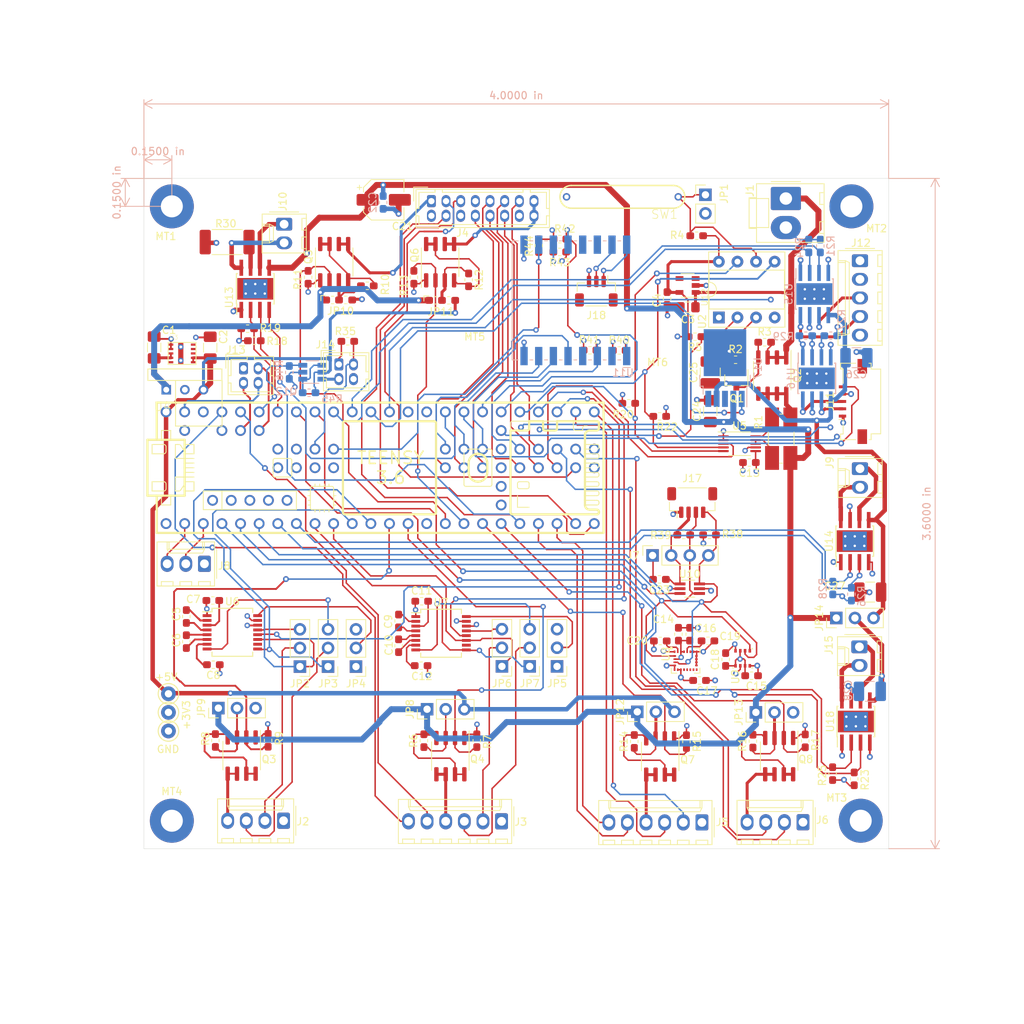
<source format=kicad_pcb>
(kicad_pcb (version 20171130) (host pcbnew 5.1.5+dfsg1-2build2)
  (layers (0 Top signal) (1 In1.Cu signal) (2 In2.Cu signal) (31 Bottom signal) (34 B.Paste user) (35 F.Paste user) (36 B.SilkS user) (37 F.SilkS user) (38 B.Mask user) (39 F.Mask user) (44 Edge.Cuts user))
  (net 0 "")
  (net 1 TX2)
  (net 2 RX2)
  (net 3 GND)
  (net 4 TX3)
  (net 5 RX3)
  (net 6 TX4)
  (net 7 RX4)
  (net 8 TX5)
  (net 9 RX5)
  (net 10 TX6)
  (net 11 RX6)
  (net 12 +3V3)
  (net 13 SDA2)
  (net 14 SCL2)
  (net 15 PM_ALERT)
  (net 16 WD_RESET)
  (net 17 +5V)
  (net 18 SCL1)
  (net 19 SDA1)
  (net 20 "Net-(Q1-Pad3)")
  (net 21 "Net-(JP2-Pad3)")
  (net 22 "Net-(JP3-Pad3)")
  (net 23 "Net-(JP4-Pad2)")
  (net 24 "Net-(JP5-Pad2)")
  (net 25 "Net-(JP6-Pad3)")
  (net 26 +BATT)
  (net 27 "Net-(C5-Pad2)")
  (net 28 "Net-(C5-Pad1)")
  (net 29 "Net-(C6-Pad2)")
  (net 30 "Net-(C6-Pad1)")
  (net 31 "Net-(C7-Pad2)")
  (net 32 "Net-(C8-Pad2)")
  (net 33 "Net-(C9-Pad2)")
  (net 34 "Net-(C9-Pad1)")
  (net 35 "Net-(C10-Pad2)")
  (net 36 "Net-(C10-Pad1)")
  (net 37 "Net-(C11-Pad2)")
  (net 38 "Net-(C12-Pad2)")
  (net 39 "Net-(JP8-Pad2)")
  (net 40 "Net-(JP9-Pad2)")
  (net 41 "Net-(JP10-Pad2)")
  (net 42 "Net-(JP11-Pad2)")
  (net 43 "Net-(JP12-Pad2)")
  (net 44 "Net-(JP13-Pad2)")
  (net 45 /Power/PWRCTL)
  (net 46 "Net-(Q3-Pad4)")
  (net 47 PWRCTL2)
  (net 48 "Net-(Q4-Pad4)")
  (net 49 PWRCTL3)
  (net 50 PWRCTL4B)
  (net 51 PWRCTL4A)
  (net 52 "/External peripherals/PWR4A")
  (net 53 "/External peripherals/PWR4B")
  (net 54 "Net-(Q7-Pad4)")
  (net 55 PWRCTL5)
  (net 56 "Net-(Q8-Pad4)")
  (net 57 PWRCTL6)
  (net 58 "Net-(U3-Pad5)")
  (net 59 SERCTL2)
  (net 60 "Net-(U6-Pad10)")
  (net 61 SERCTL3)
  (net 62 "Net-(JP7-Pad3)")
  (net 63 PPS)
  (net 64 NETAVAIL)
  (net 65 RI)
  (net 66 DCD)
  (net 67 DTR)
  (net 68 RTS)
  (net 69 CTS)
  (net 70 "Net-(U7-Pad10)")
  (net 71 GPIO3B)
  (net 72 GPIO3A)
  (net 73 GPIO5B)
  (net 74 GPIO5A)
  (net 75 "Net-(U8-Pad13)")
  (net 76 "Net-(U8-Pad12)")
  (net 77 "Net-(U8-Pad11)")
  (net 78 "Net-(U8-Pad10)")
  (net 79 "Net-(U8-Pad9)")
  (net 80 "Net-(Q5-Pad4)")
  (net 81 "Net-(Q6-Pad4)")
  (net 82 /Power/VBATT_UNSWITCHED)
  (net 83 +3.3VA)
  (net 84 "Net-(Q2-Pad5)")
  (net 85 /Power/SENSE-)
  (net 86 /Power/SENSE+)
  (net 87 /Power/DETECT)
  (net 88 "Net-(U11-Pad2)")
  (net 89 "Net-(U11-Pad4)")
  (net 90 "Net-(U11-Pad13)")
  (net 91 "Net-(U11-Pad14)")
  (net 92 "Net-(J8-Pad3)")
  (net 93 "Net-(J8-Pad2)")
  (net 94 SCK2)
  (net 95 MISO2)
  (net 96 MOSI2)
  (net 97 CS2)
  (net 98 "Net-(U12-Pad4)")
  (net 99 "Net-(U12-Pad3)")
  (net 100 "Net-(J4-Pad14)")
  (net 101 GNDA)
  (net 102 ACTVFB2)
  (net 103 ACTVFB1)
  (net 104 BUBBLE)
  (net 105 ACT2CTLB)
  (net 106 ACT2CTLA)
  (net 107 "Net-(R30-Pad1)")
  (net 108 ACT1VCURR)
  (net 109 ACT1CTLA)
  (net 110 ACT1CTLB)
  (net 111 /actuators/OUT1B)
  (net 112 /actuators/OUT1A)
  (net 113 /actuators/OUT2B)
  (net 114 /actuators/OUT2A)
  (net 115 "/External peripherals/PWR2")
  (net 116 "/External peripherals/PWR3")
  (net 117 "/External peripherals/PWR5")
  (net 118 "/External peripherals/PWR6")
  (net 119 "/External peripherals/RX2C")
  (net 120 "/External peripherals/TX2C")
  (net 121 "/External peripherals/RX3C")
  (net 122 "/External peripherals/TX3C")
  (net 123 "/Internal sensors/CAP")
  (net 124 "/Internal sensors/C1")
  (net 125 /WIFI_EN)
  (net 126 /WIFI_PROG)
  (net 127 /WIFI_RXD)
  (net 128 /WIFI_TXD)
  (net 129 /WIFI_RST)
  (net 130 /WIFI_GPIO2)
  (net 131 I2C2_ENABLE)
  (net 132 "Net-(U1-PadDE)")
  (net 133 "Net-(U1-PadDC)")
  (net 134 "Net-(U1-PadDG)")
  (net 135 "Net-(U1-PadUGND2)")
  (net 136 "Net-(U1-PadUGND1)")
  (net 137 "Net-(U1-PadUD+)")
  (net 138 "Net-(U1-PadUD-)")
  (net 139 "Net-(U1-PadU5V)")
  (net 140 "Net-(U1-PadAREF)")
  (net 141 "Net-(U1-PadVUSB)")
  (net 142 "Net-(U1-PadPROG)")
  (net 143 "Net-(U1-Pad13)")
  (net 144 "Net-(U2-Pad1)")
  (net 145 "Net-(Q12-Pad1)")
  (net 146 /actuators/ENCODER_V)
  (net 147 ACT4CTLA)
  (net 148 ACT4CTLB)
  (net 149 BUBBLEPWRCTL)
  (net 150 ACT3CTLB)
  (net 151 ACT3CTLA)
  (net 152 ACT4FB)
  (net 153 ACT3FB)
  (net 154 /actuators/OUT3B)
  (net 155 /actuators/OUT3A)
  (net 156 /actuators/OUT4B)
  (net 157 /actuators/OUT4A)
  (net 158 12V_ENABLE)
  (net 159 "Net-(U17-Pad5)")
  (net 160 +12V)
  (net 161 "Net-(U17-Pad3)")
  (net 162 /actuators/OUT5B)
  (net 163 /actuators/OUT5A)
  (net 164 ACT5CTLB)
  (net 165 ACT5CTLA)
  (net 166 "Net-(C28-Pad1)")
  (module MountingHole:MountingHole_2.5mm (layer Top) (at 125.95352 89.55024)
    (fp_text reference MT6 (at 0 -3.5) (layer F.SilkS))
    (fp_text value MountingHole)
    (pad 1 np_thru_hole circle (at 0 0) (size 2.5 2.5) (drill 2.5) (layers *.Cu *.Mask))
  )
  (module MountingHole:MountingHole_2.5mm (layer Top) (at 101.00818 86.06028)
    (fp_text reference MT5 (at 0 -3.5) (layer F.SilkS))
    (fp_text value MountingHole)
    (pad 1 np_thru_hole circle (at 0 0) (size 2.5 2.5) (drill 2.5) (layers *.Cu *.Mask))
  )
  (module Capacitor_SMD:C_1210_3225Metric_Pad1.42x2.65mm_HandSolder (layer Bottom) (at 154.9146 130.937 180)
    (fp_text reference C28 (at 2.9464 0.127 90) (layer B.SilkS) (effects (justify mirror)))
    (fp_text value 22u)
    (pad 2 smd roundrect (at 1.4875 0 180) (size 1.425 2.65) (layers Bottom B.Paste B.Mask) (roundrect_rratio 0.175439) (net 3 GND))
    (pad 1 smd roundrect (at -1.4875 0 180) (size 1.425 2.65) (layers Bottom B.Paste B.Mask) (roundrect_rratio 0.175439) (net 166 "Net-(C28-Pad1)"))
  )
  (module Capacitor_SMD:C_1210_3225Metric_Pad1.42x2.65mm_HandSolder (layer Top) (at 154.9654 117.3988 180)
    (fp_text reference C27 (at 4.826 0.8382) (layer F.SilkS))
    (fp_text value 22u)
    (pad 2 smd roundrect (at 1.4875 0 180) (size 1.425 2.65) (layers Top F.Paste F.Mask) (roundrect_rratio 0.175439) (net 3 GND))
    (pad 1 smd roundrect (at -1.4875 0 180) (size 1.425 2.65) (layers Top F.Paste F.Mask) (roundrect_rratio 0.175439) (net 160 +12V))
  )
  (module Capacitor_SMD:C_1210_3225Metric_Pad1.42x2.65mm_HandSolder (layer Bottom) (at 153.0858 85.4202)
    (fp_text reference C26 (at 0 2.28) (layer B.SilkS) (effects (justify mirror)))
    (fp_text value 22u)
    (pad 2 smd roundrect (at 1.4875 0) (size 1.425 2.65) (layers Bottom B.Paste B.Mask) (roundrect_rratio 0.175439) (net 3 GND))
    (pad 1 smd roundrect (at -1.4875 0) (size 1.425 2.65) (layers Bottom B.Paste B.Mask) (roundrect_rratio 0.175439) (net 160 +12V))
  )
  (module Connector_PinHeader_2.54mm:PinHeader_1x03_P2.54mm_Vertical (layer Top) (at 150.3426 120.9294 90)
    (fp_text reference JP14 (at 0 -2.33 90) (layer F.SilkS))
    (fp_text value PinHead_2.54mm_3)
    (pad 3 thru_hole oval (at 0 5.08 90) (size 1.7 1.7) (drill 1) (layers *.Cu *.Mask) (net 160 +12V))
    (pad 2 thru_hole oval (at 0 2.54 90) (size 1.7 1.7) (drill 1) (layers *.Cu *.Mask) (net 166 "Net-(C28-Pad1)"))
    (pad 1 thru_hole rect (at 0 0 90) (size 1.7 1.7) (drill 1) (layers *.Cu *.Mask) (net 26 +BATT))
  )
  (module Resistor_SMD:R_0603_1608Metric_Pad1.05x0.95mm_HandSolder (layer Bottom) (at 146.177 82.423 180)
    (fp_text reference R29 (at 3.048 -0.1016) (layer B.SilkS) (effects (justify mirror)))
    (fp_text value 220k)
    (pad 2 smd roundrect (at 0.875 0 180) (size 1.05 0.95) (layers Bottom B.Paste B.Mask) (net 3 GND))
    (pad 1 smd roundrect (at -0.875 0 180) (size 1.05 0.95) (layers Bottom B.Paste B.Mask) (net 148 ACT4CTLB))
  )
  (module Resistor_SMD:R_0603_1608Metric_Pad1.05x0.95mm_HandSolder (layer Bottom) (at 149.86 116.84 270)
    (fp_text reference R28 (at 0.0762 1.3462 270) (layer B.SilkS) (effects (justify mirror)))
    (fp_text value 220k)
    (pad 2 smd roundrect (at 0.875 0 270) (size 1.05 0.95) (layers Bottom B.Paste B.Mask) (net 3 GND))
    (pad 1 smd roundrect (at -0.875 0 270) (size 1.05 0.95) (layers Bottom B.Paste B.Mask) (net 105 ACT2CTLB))
  )
  (module Resistor_SMD:R_0603_1608Metric_Pad1.05x0.95mm_HandSolder (layer Bottom) (at 149.5806 82.423)
    (fp_text reference R27 (at 1.4986 -2.1844 90) (layer B.SilkS) (effects (justify mirror)))
    (fp_text value 220k)
    (pad 2 smd roundrect (at 0.875 0) (size 1.05 0.95) (layers Bottom B.Paste B.Mask) (net 3 GND))
    (pad 1 smd roundrect (at -0.875 0) (size 1.05 0.95) (layers Bottom B.Paste B.Mask) (net 147 ACT4CTLA))
  )
  (module Resistor_SMD:R_0603_1608Metric_Pad1.05x0.95mm_HandSolder (layer Bottom) (at 152.4 117.6782 270)
    (fp_text reference R26 (at 0.2794 -1.397 90) (layer B.SilkS) (effects (justify mirror)))
    (fp_text value 220k)
    (pad 2 smd roundrect (at 0.875 0 270) (size 1.05 0.95) (layers Bottom B.Paste B.Mask) (net 3 GND))
    (pad 1 smd roundrect (at -0.875 0 270) (size 1.05 0.95) (layers Bottom B.Paste B.Mask) (net 106 ACT2CTLA))
  )
  (module Resistor_SMD:R_0603_1608Metric_Pad1.05x0.95mm_HandSolder (layer Top) (at 149.8346 142.1638 270)
    (fp_text reference R25 (at 0.254 1.397 90) (layer F.SilkS))
    (fp_text value 220k)
    (pad 2 smd roundrect (at 0.875 0 270) (size 1.05 0.95) (layers Top F.Paste F.Mask) (net 3 GND))
    (pad 1 smd roundrect (at -0.875 0 270) (size 1.05 0.95) (layers Top F.Paste F.Mask) (net 164 ACT5CTLB))
  )
  (module Resistor_SMD:R_0603_1608Metric_Pad1.05x0.95mm_HandSolder (layer Bottom) (at 146.5834 70.1802 90)
    (fp_text reference R24 (at -0.2286 -1.27 90) (layer B.SilkS) (effects (justify mirror)))
    (fp_text value 220k)
    (pad 2 smd roundrect (at 0.875 0 90) (size 1.05 0.95) (layers Bottom B.Paste B.Mask) (net 3 GND))
    (pad 1 smd roundrect (at -0.875 0 90) (size 1.05 0.95) (layers Bottom B.Paste B.Mask) (net 150 ACT3CTLB))
  )
  (module Resistor_SMD:R_0603_1608Metric_Pad1.05x0.95mm_HandSolder (layer Top) (at 152.781 142.875 270)
    (fp_text reference R23 (at 0.127 -1.4732 90) (layer F.SilkS))
    (fp_text value 220k)
    (pad 2 smd roundrect (at 0.875 0 270) (size 1.05 0.95) (layers Top F.Paste F.Mask) (net 3 GND))
    (pad 1 smd roundrect (at -0.875 0 270) (size 1.05 0.95) (layers Top F.Paste F.Mask) (net 165 ACT5CTLA))
  )
  (module Resistor_SMD:R_0603_1608Metric_Pad1.05x0.95mm_HandSolder (layer Bottom) (at 148.1582 70.1802 90)
    (fp_text reference R21 (at 0 1.43 270) (layer B.SilkS) (effects (justify mirror)))
    (fp_text value 220k)
    (pad 2 smd roundrect (at 0.875 0 90) (size 1.05 0.95) (layers Bottom B.Paste B.Mask) (net 3 GND))
    (pad 1 smd roundrect (at -0.875 0 90) (size 1.05 0.95) (layers Bottom B.Paste B.Mask) (net 151 ACT3CTLA))
  )
  (module Capacitor_SMD:C_1210_3225Metric_Pad1.42x2.65mm_HandSolder (layer Top) (at 133.1468 87.4268 90)
    (fp_text reference C25 (at 0 -2.28 90) (layer F.SilkS))
    (fp_text value 22u)
    (pad 2 smd roundrect (at 1.4875 0 90) (size 1.425 2.65) (layers Top F.Paste F.Mask) (roundrect_rratio 0.175439) (net 3 GND))
    (pad 1 smd roundrect (at -1.4875 0 90) (size 1.425 2.65) (layers Top F.Paste F.Mask) (roundrect_rratio 0.175439) (net 160 +12V))
  )
  (module Capacitor_SMD:C_1206_3216Metric_Pad1.42x1.75mm_HandSolder (layer Top) (at 133.1468 92.71 90)
    (fp_text reference C24 (at 0 -1.82 90) (layer F.SilkS))
    (fp_text value 4.7u)
    (pad 2 smd roundrect (at 1.4875 0 90) (size 1.425 1.75) (layers Top F.Paste F.Mask) (roundrect_rratio 0.175439) (net 3 GND))
    (pad 1 smd roundrect (at -1.4875 0 90) (size 1.425 1.75) (layers Top F.Paste F.Mask) (roundrect_rratio 0.175439) (net 26 +BATT))
  )
  (module Package_SO:Texas_HTSOP-8-1EP_3.9x4.9mm_P1.27mm_EP2.95x4.9mm_Mask2.4x3.1mm_ThermalVias (layer Top) (at 153.0096 135.0518 90)
    (fp_text reference U18 (at 0 -3.5 270) (layer F.SilkS))
    (fp_text value TB67H451FNG)
    (pad 9 thru_hole circle (at 0.65 1.3 90) (size 0.63 0.63) (drill 0.33) (layers *.Cu *.Mask) (net 3 GND))
    (pad 9 thru_hole circle (at -0.65 1.3 90) (size 0.63 0.63) (drill 0.33) (layers *.Cu *.Mask) (net 3 GND))
    (pad 9 thru_hole circle (at 0.65 -1.3 90) (size 0.63 0.63) (drill 0.33) (layers *.Cu *.Mask) (net 3 GND))
    (pad 9 thru_hole circle (at 0.65 0 90) (size 0.63 0.63) (drill 0.33) (layers *.Cu *.Mask) (net 3 GND))
    (pad 9 thru_hole circle (at -0.65 0 90) (size 0.63 0.63) (drill 0.33) (layers *.Cu *.Mask) (net 3 GND))
    (pad 9 thru_hole circle (at -0.65 -1.3 90) (size 0.63 0.63) (drill 0.33) (layers *.Cu *.Mask) (net 3 GND))
    (pad 9 smd rect (at 0 0 90) (size 2.95 4.9) (layers Top) (net 3 GND))
    (pad 8 smd rect (at 2.875 -1.905 90) (size 2.2 0.5) (layers Top F.Paste F.Mask) (net 162 /actuators/OUT5B))
    (pad 7 smd rect (at 2.875 -0.635 90) (size 2.2 0.5) (layers Top F.Paste F.Mask) (net 3 GND))
    (pad 6 smd rect (at 2.875 0.635 90) (size 2.2 0.5) (layers Top F.Paste F.Mask) (net 163 /actuators/OUT5A))
    (pad 5 smd rect (at 2.875 1.905 90) (size 2.2 0.5) (layers Top F.Paste F.Mask) (net 166 "Net-(C28-Pad1)"))
    (pad 4 smd rect (at -2.875 1.905 90) (size 2.2 0.5) (layers Top F.Paste F.Mask) (net 12 +3V3))
    (pad 3 smd rect (at -2.875 0.635 90) (size 2.2 0.5) (layers Top F.Paste F.Mask) (net 165 ACT5CTLA))
    (pad 2 smd rect (at -2.875 -0.635 90) (size 2.2 0.5) (layers Top F.Paste F.Mask) (net 164 ACT5CTLB))
    (pad 1 smd rect (at -2.875 -1.905 90) (size 2.2 0.5) (layers Top F.Paste F.Mask) (net 3 GND))
    (pad 9 smd rect (at 0 0 90) (size 2.6 3.3) (layers Bottom) (net 3 GND))
  )
  (module Connector_Molex:Molex_KK-254_AE-6410-02A_1x02_P2.54mm_Vertical (layer Top) (at 153.4922 124.8664 270)
    (fp_text reference J15 (at -0.2286 4.1656 90) (layer F.SilkS))
    (fp_text value Molex_KK100_2)
    (pad 2 thru_hole oval (at 2.54 0 270) (size 1.74 2.2) (drill 1.2) (layers *.Cu *.Mask) (net 162 /actuators/OUT5B))
    (pad 1 thru_hole roundrect (at 0 0 270) (size 1.74 2.2) (drill 1.2) (layers *.Cu *.Mask) (roundrect_rratio 0.143678) (net 163 /actuators/OUT5A))
  )
  (module Package_TO_SOT_SMD:TO-252-5_TabPin6 (layer Bottom) (at 135.1534 86.8358 90)
    (fp_text reference U17 (at 0 4.5 90) (layer B.SilkS) (effects (justify mirror)))
    (fp_text value BA06CC0WFP)
    (pad 6 smd rect (at 2.1 0 90) (size 6.4 5.8) (layers Bottom B.Mask) (net 3 GND))
    (pad 5 smd rect (at -4.2 -2.28 90) (size 2.2 0.8) (layers Bottom B.Paste B.Mask) (net 159 "Net-(U17-Pad5)"))
    (pad 4 smd rect (at -4.2 -1.14 90) (size 2.2 0.8) (layers Bottom B.Paste B.Mask) (net 160 +12V))
    (pad 3 smd rect (at -4.2 0 90) (size 2.2 0.8) (layers Bottom B.Paste B.Mask) (net 161 "Net-(U17-Pad3)"))
    (pad 2 smd rect (at -4.2 1.14 90) (size 2.2 0.8) (layers Bottom B.Paste B.Mask) (net 26 +BATT))
    (pad 1 smd rect (at -4.2 2.28 90) (size 2.2 0.8) (layers Bottom B.Paste B.Mask) (net 158 12V_ENABLE))
  )
  (module Connector_Hirose:Hirose_DF11-4DP-2DSA_2x02_P2.00mm_Vertical (layer Top) (at 82.4738 86.3346)
    (fp_text reference J14 (at -1.8288 -2.7) (layer F.SilkS))
    (fp_text value Hirose_DF11_2x2)
    (pad 4 thru_hole oval (at 2 2) (size 1.2 1.65) (drill 0.85) (layers *.Cu *.Mask) (net 3 GND))
    (pad 2 thru_hole oval (at 0 2) (size 1.2 1.65) (drill 0.85) (layers *.Cu *.Mask) (net 146 /actuators/ENCODER_V))
    (pad 3 thru_hole oval (at 2 0) (size 1.2 1.65) (drill 0.85) (layers *.Cu *.Mask) (net 104 BUBBLE))
    (pad 1 thru_hole roundrect (at 0 0) (size 1.2 1.65) (drill 0.85) (layers *.Cu *.Mask) (roundrect_rratio 0.208333) (net 12 +3V3))
  )
  (module Connector_Molex:Molex_KK-254_AE-6410-05A_1x05_P2.54mm_Vertical (layer Top) (at 153.5684 72.1868 270)
    (fp_text reference J12 (at -2.413 -0.127 180) (layer F.SilkS))
    (fp_text value Molex_KK100_5)
    (pad 5 thru_hole oval (at 10.16 0 270) (size 1.74 2.2) (drill 1.2) (layers *.Cu *.Mask) (net 12 +3V3))
    (pad 4 thru_hole oval (at 7.62 0 270) (size 1.74 2.2) (drill 1.2) (layers *.Cu *.Mask) (net 154 /actuators/OUT3B))
    (pad 3 thru_hole oval (at 5.08 0 270) (size 1.74 2.2) (drill 1.2) (layers *.Cu *.Mask) (net 155 /actuators/OUT3A))
    (pad 2 thru_hole oval (at 2.54 0 270) (size 1.74 2.2) (drill 1.2) (layers *.Cu *.Mask) (net 153 ACT3FB))
    (pad 1 thru_hole roundrect (at 0 0 270) (size 1.74 2.2) (drill 1.2) (layers *.Cu *.Mask) (roundrect_rratio 0.143678) (net 3 GND))
  )
  (module Connector_FFC-FPC:Molex_200528-0050_1x05-1MP_P1.00mm_Horizontal (layer Top) (at 152.0952 91.3892 90)
    (fp_text reference J11 (at 0 -2.61 90) (layer F.SilkS))
    (fp_text value FPC5)
    (pad 5 smd rect (at 2 -0.91 90) (size 0.4 1) (layers Top F.Paste F.Mask) (net 152 ACT4FB))
    (pad 4 smd rect (at 1 -0.91 90) (size 0.4 1) (layers Top F.Paste F.Mask) (net 12 +3V3))
    (pad 3 smd rect (at 0 -0.91 90) (size 0.4 1) (layers Top F.Paste F.Mask) (net 156 /actuators/OUT4B))
    (pad 2 smd rect (at -1 -0.91 90) (size 0.4 1) (layers Top F.Paste F.Mask) (net 157 /actuators/OUT4A))
    (pad 1 smd rect (at -2 -0.91 90) (size 0.4 1) (layers Top F.Paste F.Mask) (net 3 GND))
    (pad MP smd rect (at 4.8 1.79 90) (size 2 1.3) (layers Top F.Paste F.Mask))
    (pad MP smd rect (at -4.8 1.79 90) (size 2 1.3) (layers Top F.Paste F.Mask))
  )
  (module Package_SO:Texas_HTSOP-8-1EP_3.9x4.9mm_P1.27mm_EP2.95x4.9mm_Mask2.4x3.1mm_ThermalVias (layer Bottom) (at 147.6756 88.2396 270)
    (fp_text reference U16 (at 0 3.5 90) (layer B.SilkS) (effects (justify mirror)))
    (fp_text value TB67H451FNG)
    (pad 9 thru_hole circle (at 0.65 -1.3 270) (size 0.63 0.63) (drill 0.33) (layers *.Cu *.Mask) (net 3 GND))
    (pad 9 thru_hole circle (at -0.65 -1.3 270) (size 0.63 0.63) (drill 0.33) (layers *.Cu *.Mask) (net 3 GND))
    (pad 9 thru_hole circle (at 0.65 1.3 270) (size 0.63 0.63) (drill 0.33) (layers *.Cu *.Mask) (net 3 GND))
    (pad 9 thru_hole circle (at 0.65 0 270) (size 0.63 0.63) (drill 0.33) (layers *.Cu *.Mask) (net 3 GND))
    (pad 9 thru_hole circle (at -0.65 0 270) (size 0.63 0.63) (drill 0.33) (layers *.Cu *.Mask) (net 3 GND))
    (pad 9 thru_hole circle (at -0.65 1.3 270) (size 0.63 0.63) (drill 0.33) (layers *.Cu *.Mask) (net 3 GND))
    (pad 9 smd rect (at 0 0 270) (size 2.95 4.9) (layers Bottom) (net 3 GND))
    (pad 8 smd rect (at 2.875 1.905 270) (size 2.2 0.5) (layers Bottom B.Paste B.Mask) (net 156 /actuators/OUT4B))
    (pad 7 smd rect (at 2.875 0.635 270) (size 2.2 0.5) (layers Bottom B.Paste B.Mask) (net 3 GND))
    (pad 6 smd rect (at 2.875 -0.635 270) (size 2.2 0.5) (layers Bottom B.Paste B.Mask) (net 157 /actuators/OUT4A))
    (pad 5 smd rect (at 2.875 -1.905 270) (size 2.2 0.5) (layers Bottom B.Paste B.Mask) (net 160 +12V))
    (pad 4 smd rect (at -2.875 -1.905 270) (size 2.2 0.5) (layers Bottom B.Paste B.Mask) (net 12 +3V3))
    (pad 3 smd rect (at -2.875 -0.635 270) (size 2.2 0.5) (layers Bottom B.Paste B.Mask) (net 147 ACT4CTLA))
    (pad 2 smd rect (at -2.875 0.635 270) (size 2.2 0.5) (layers Bottom B.Paste B.Mask) (net 148 ACT4CTLB))
    (pad 1 smd rect (at -2.875 1.905 270) (size 2.2 0.5) (layers Bottom B.Paste B.Mask) (net 3 GND))
    (pad 9 smd rect (at 0 0 270) (size 2.6 3.3) (layers Top) (net 3 GND))
  )
  (module Package_SO:Texas_HTSOP-8-1EP_3.9x4.9mm_P1.27mm_EP2.95x4.9mm_Mask2.4x3.1mm_ThermalVias (layer Bottom) (at 147.3454 76.7334 270)
    (fp_text reference U15 (at 0 3.5 270) (layer B.SilkS) (effects (justify mirror)))
    (fp_text value TB67H451FNG)
    (pad 9 thru_hole circle (at 0.65 -1.3 270) (size 0.63 0.63) (drill 0.33) (layers *.Cu *.Mask) (net 3 GND))
    (pad 9 thru_hole circle (at -0.65 -1.3 270) (size 0.63 0.63) (drill 0.33) (layers *.Cu *.Mask) (net 3 GND))
    (pad 9 thru_hole circle (at 0.65 1.3 270) (size 0.63 0.63) (drill 0.33) (layers *.Cu *.Mask) (net 3 GND))
    (pad 9 thru_hole circle (at 0.65 0 270) (size 0.63 0.63) (drill 0.33) (layers *.Cu *.Mask) (net 3 GND))
    (pad 9 thru_hole circle (at -0.65 0 270) (size 0.63 0.63) (drill 0.33) (layers *.Cu *.Mask) (net 3 GND))
    (pad 9 thru_hole circle (at -0.65 1.3 270) (size 0.63 0.63) (drill 0.33) (layers *.Cu *.Mask) (net 3 GND))
    (pad 9 smd rect (at 0 0 270) (size 2.95 4.9) (layers Bottom) (net 3 GND))
    (pad 8 smd rect (at 2.875 1.905 270) (size 2.2 0.5) (layers Bottom B.Paste B.Mask) (net 154 /actuators/OUT3B))
    (pad 7 smd rect (at 2.875 0.635 270) (size 2.2 0.5) (layers Bottom B.Paste B.Mask) (net 3 GND))
    (pad 6 smd rect (at 2.875 -0.635 270) (size 2.2 0.5) (layers Bottom B.Paste B.Mask) (net 155 /actuators/OUT3A))
    (pad 5 smd rect (at 2.875 -1.905 270) (size 2.2 0.5) (layers Bottom B.Paste B.Mask) (net 160 +12V))
    (pad 4 smd rect (at -2.875 -1.905 270) (size 2.2 0.5) (layers Bottom B.Paste B.Mask) (net 12 +3V3))
    (pad 3 smd rect (at -2.875 -0.635 270) (size 2.2 0.5) (layers Bottom B.Paste B.Mask) (net 151 ACT3CTLA))
    (pad 2 smd rect (at -2.875 0.635 270) (size 2.2 0.5) (layers Bottom B.Paste B.Mask) (net 150 ACT3CTLB))
    (pad 1 smd rect (at -2.875 1.905 270) (size 2.2 0.5) (layers Bottom B.Paste B.Mask) (net 3 GND))
    (pad 9 smd rect (at 0 0 270) (size 2.6 3.3) (layers Top) (net 3 GND))
  )
  (module Connector_Molex:Molex_KK-254_AE-6410-02A_1x02_P2.54mm_Vertical (layer Top) (at 153.5684 100.5586 270)
    (fp_text reference J9 (at -0.8128 4.1148 90) (layer F.SilkS))
    (fp_text value Molex_KK100_2)
    (pad 2 thru_hole oval (at 2.54 0 270) (size 1.74 2.2) (drill 1.2) (layers *.Cu *.Mask) (net 113 /actuators/OUT2B))
    (pad 1 thru_hole roundrect (at 0 0 270) (size 1.74 2.2) (drill 1.2) (layers *.Cu *.Mask) (roundrect_rratio 0.143678) (net 114 /actuators/OUT2A))
  )
  (module floatController:TEENSY_3.5_3.6 (layer Top) (at 86.8426 100.4316)
    (fp_text reference U1 hide)
    (fp_text value TEENSY_3.5_3.6 hide)
    (fp_text user "TEENSY\n3.6" (at 2.69875 0) (layer F.SilkS) (effects (font (size 1.6891 1.6891) (thickness 0.21336))))
    (pad GND5 thru_hole circle (at -12.7 0) (size 1.4732 1.4732) (drill 0.9652) (layers *.Cu *.Mask) (net 3 GND))
    (pad DE thru_hole circle (at -10.16 0) (size 1.4732 1.4732) (drill 0.9652) (layers *.Cu *.Mask) (net 132 "Net-(U1-PadDE)"))
    (pad DC thru_hole circle (at -7.62 0) (size 1.4732 1.4732) (drill 0.9652) (layers *.Cu *.Mask) (net 133 "Net-(U1-PadDC)"))
    (pad DG thru_hole circle (at -5.08 0) (size 1.4732 1.4732) (drill 0.9652) (layers *.Cu *.Mask) (net 134 "Net-(U1-PadDG)"))
    (pad 54 thru_hole circle (at -5.08 -2.54) (size 1.4732 1.4732) (drill 0.9652) (layers *.Cu *.Mask) (net 97 CS2))
    (pad 55 thru_hole circle (at -7.62 -2.54) (size 1.4732 1.4732) (drill 0.9652) (layers *.Cu *.Mask) (net 104 BUBBLE))
    (pad 56 thru_hole circle (at -10.16 -2.54) (size 1.4732 1.4732) (drill 0.9652) (layers *.Cu *.Mask) (net 147 ACT4CTLA))
    (pad 57 thru_hole circle (at -12.7 -2.54) (size 1.4732 1.4732) (drill 0.9652) (layers *.Cu *.Mask) (net 148 ACT4CTLB))
    (pad GND4 thru_hole circle (at 30.48 0) (size 1.4732 1.4732) (drill 0.9652) (layers *.Cu *.Mask) (net 3 GND))
    (pad 46 thru_hole circle (at 27.94 0) (size 1.4732 1.4732) (drill 0.9652) (layers *.Cu *.Mask) (net 63 PPS))
    (pad 45 thru_hole circle (at 25.4 0) (size 1.4732 1.4732) (drill 0.9652) (layers *.Cu *.Mask) (net 15 PM_ALERT))
    (pad 44 thru_hole circle (at 22.86 0) (size 1.4732 1.4732) (drill 0.9652) (layers *.Cu *.Mask) (net 65 RI))
    (pad 43 thru_hole circle (at 20.32 0) (size 1.4732 1.4732) (drill 0.9652) (layers *.Cu *.Mask) (net 66 DCD))
    (pad 40 thru_hole circle (at 10.16 0) (size 1.4732 1.4732) (drill 0.9652) (layers *.Cu *.Mask) (net 67 DTR))
    (pad 41 thru_hole circle (at 12.7 0) (size 1.4732 1.4732) (drill 0.9652) (layers *.Cu *.Mask) (net 68 RTS))
    (pad 42 thru_hole circle (at 15.24 0) (size 1.4732 1.4732) (drill 0.9652) (layers *.Cu *.Mask) (net 69 CTS))
    (pad 3V3_3 thru_hole circle (at 30.48 -2.54) (size 1.4732 1.4732) (drill 0.9652) (layers *.Cu *.Mask) (net 12 +3V3))
    (pad 47 thru_hole circle (at 27.94 -2.54) (size 1.4732 1.4732) (drill 0.9652) (layers *.Cu *.Mask) (net 11 RX6))
    (pad 48 thru_hole circle (at 25.4 -2.54) (size 1.4732 1.4732) (drill 0.9652) (layers *.Cu *.Mask) (net 10 TX6))
    (pad 49 thru_hole circle (at 22.86 -2.54) (size 1.4732 1.4732) (drill 0.9652) (layers *.Cu *.Mask) (net 64 NETAVAIL))
    (pad 50 thru_hole circle (at 20.32 -2.54) (size 1.4732 1.4732) (drill 0.9652) (layers *.Cu *.Mask) (net 126 /WIFI_PROG))
    (pad 53 thru_hole circle (at 10.16 -2.54) (size 1.4732 1.4732) (drill 0.9652) (layers *.Cu *.Mask) (net 94 SCK2))
    (pad 52 thru_hole circle (at 12.7 -2.54) (size 1.4732 1.4732) (drill 0.9652) (layers *.Cu *.Mask) (net 96 MOSI2))
    (pad 51 thru_hole circle (at 15.24 -2.54) (size 1.4732 1.4732) (drill 0.9652) (layers *.Cu *.Mask) (net 95 MISO2))
    (pad UGND2 thru_hole circle (at -11.43 4.445) (size 1.4732 1.4732) (drill 0.9652) (layers *.Cu *.Mask) (net 135 "Net-(U1-PadUGND2)"))
    (pad UGND1 thru_hole circle (at -13.97 4.445) (size 1.4732 1.4732) (drill 0.9652) (layers *.Cu *.Mask) (net 136 "Net-(U1-PadUGND1)"))
    (pad UD+ thru_hole circle (at -16.51 4.445) (size 1.4732 1.4732) (drill 0.9652) (layers *.Cu *.Mask) (net 137 "Net-(U1-PadUD+)"))
    (pad UD- thru_hole circle (at -19.05 4.445) (size 1.4732 1.4732) (drill 0.9652) (layers *.Cu *.Mask) (net 138 "Net-(U1-PadUD-)"))
    (pad U5V thru_hole circle (at -21.59 4.445) (size 1.4732 1.4732) (drill 0.9652) (layers *.Cu *.Mask) (net 139 "Net-(U1-PadU5V)"))
    (pad A11 thru_hole circle (at -15.24 -5.08) (size 1.4732 1.4732) (drill 0.9652) (layers *.Cu *.Mask) (net 102 ACTVFB2))
    (pad A10 thru_hole circle (at -17.78 -5.08) (size 1.4732 1.4732) (drill 0.9652) (layers *.Cu *.Mask) (net 103 ACTVFB1))
    (pad AREF thru_hole circle (at -20.32 -5.08) (size 1.4732 1.4732) (drill 0.9652) (layers *.Cu *.Mask) (net 140 "Net-(U1-PadAREF)"))
    (pad VUSB thru_hole circle (at -25.4 -5.08) (size 1.4732 1.4732) (drill 0.9652) (layers *.Cu *.Mask) (net 141 "Net-(U1-PadVUSB)"))
    (pad RESET thru_hole circle (at 17.78 -5.08) (size 1.4732 1.4732) (drill 0.9652) (layers *.Cu *.Mask) (net 16 WD_RESET))
    (pad 3V3_2 thru_hole circle (at 17.78 2.54) (size 1.4732 1.4732) (drill 0.9652) (layers *.Cu *.Mask) (net 12 +3V3))
    (pad PROG thru_hole circle (at 17.78 -2.54) (size 1.4732 1.4732) (drill 0.9652) (layers *.Cu *.Mask) (net 142 "Net-(U1-PadPROG)"))
    (pad GND3 thru_hole circle (at 17.78 0) (size 1.4732 1.4732) (drill 0.9652) (layers *.Cu *.Mask) (net 3 GND))
    (pad VBAT thru_hole circle (at 17.78 5.08) (size 1.4732 1.4732) (drill 0.9652) (layers *.Cu *.Mask) (net 83 +3.3VA))
    (pad A22 thru_hole circle (at 10.16 -7.62) (size 1.4732 1.4732) (drill 0.9652) (layers *.Cu *.Mask) (net 108 ACT1VCURR))
    (pad A21 thru_hole circle (at 12.7 -7.62) (size 1.4732 1.4732) (drill 0.9652) (layers *.Cu *.Mask) (net 152 ACT4FB))
    (pad 39 thru_hole circle (at 15.24 -7.62) (size 1.4732 1.4732) (drill 0.9652) (layers *.Cu *.Mask) (net 125 /WIFI_EN))
    (pad 38 thru_hole circle (at 17.78 -7.62) (size 1.4732 1.4732) (drill 0.9652) (layers *.Cu *.Mask) (net 19 SDA1))
    (pad 37 thru_hole circle (at 20.32 -7.62) (size 1.4732 1.4732) (drill 0.9652) (layers *.Cu *.Mask) (net 18 SCL1))
    (pad 36 thru_hole circle (at 22.86 -7.62) (size 1.4732 1.4732) (drill 0.9652) (layers *.Cu *.Mask) (net 61 SERCTL3))
    (pad 35 thru_hole circle (at 25.4 -7.62) (size 1.4732 1.4732) (drill 0.9652) (layers *.Cu *.Mask) (net 59 SERCTL2))
    (pad 34 thru_hole circle (at 27.94 -7.62) (size 1.4732 1.4732) (drill 0.9652) (layers *.Cu *.Mask) (net 9 RX5))
    (pad 33 thru_hole circle (at 30.48 -7.62) (size 1.4732 1.4732) (drill 0.9652) (layers *.Cu *.Mask) (net 8 TX5))
    (pad 32 thru_hole circle (at 30.48 7.62) (size 1.4732 1.4732) (drill 0.9652) (layers *.Cu *.Mask) (net 6 TX4))
    (pad 31 thru_hole circle (at 27.94 7.62) (size 1.4732 1.4732) (drill 0.9652) (layers *.Cu *.Mask) (net 7 RX4))
    (pad 30 thru_hole circle (at 25.4 7.62) (size 1.4732 1.4732) (drill 0.9652) (layers *.Cu *.Mask) (net 73 GPIO5B))
    (pad 29 thru_hole circle (at 22.86 7.62) (size 1.4732 1.4732) (drill 0.9652) (layers *.Cu *.Mask) (net 74 GPIO5A))
    (pad 28 thru_hole circle (at 20.32 7.62) (size 1.4732 1.4732) (drill 0.9652) (layers *.Cu *.Mask) (net 149 BUBBLEPWRCTL))
    (pad 27 thru_hole circle (at 17.78 7.62) (size 1.4732 1.4732) (drill 0.9652) (layers *.Cu *.Mask) (net 57 PWRCTL6))
    (pad 26 thru_hole circle (at 15.24 7.62) (size 1.4732 1.4732) (drill 0.9652) (layers *.Cu *.Mask) (net 55 PWRCTL5))
    (pad 25 thru_hole circle (at 12.7 7.62) (size 1.4732 1.4732) (drill 0.9652) (layers *.Cu *.Mask) (net 50 PWRCTL4B))
    (pad 24 thru_hole circle (at 10.16 7.62) (size 1.4732 1.4732) (drill 0.9652) (layers *.Cu *.Mask) (net 51 PWRCTL4A))
    (pad GND2 thru_hole circle (at 7.62 -7.62) (size 1.4732 1.4732) (drill 0.9652) (layers *.Cu *.Mask) (net 3 GND))
    (pad 3V3 thru_hole circle (at 7.62 7.62) (size 1.4732 1.4732) (drill 0.9652) (layers *.Cu *.Mask) (net 12 +3V3))
    (pad VIN thru_hole circle (at -27.94 -7.62) (size 1.4732 1.4732) (drill 0.9652) (layers *.Cu *.Mask) (net 17 +5V))
    (pad GND thru_hole circle (at -27.94 7.62) (size 1.4732 1.4732) (drill 0.9652) (layers *.Cu *.Mask) (net 3 GND))
    (pad AGND thru_hole circle (at -25.4 -7.62) (size 1.4732 1.4732) (drill 0.9652) (layers *.Cu *.Mask) (net 101 GNDA))
    (pad 3V3_LO thru_hole circle (at -22.86 -7.62) (size 1.4732 1.4732) (drill 0.9652) (layers *.Cu *.Mask) (net 12 +3V3))
    (pad 0 thru_hole circle (at -25.4 7.62) (size 1.4732 1.4732) (drill 0.9652) (layers *.Cu *.Mask) (net 92 "Net-(J8-Pad3)"))
    (pad 23 thru_hole circle (at -20.32 -7.62) (size 1.4732 1.4732) (drill 0.9652) (layers *.Cu *.Mask) (net 71 GPIO3B))
    (pad 22 thru_hole circle (at -17.78 -7.62) (size 1.4732 1.4732) (drill 0.9652) (layers *.Cu *.Mask) (net 72 GPIO3A))
    (pad 21 thru_hole circle (at -15.24 -7.62) (size 1.4732 1.4732) (drill 0.9652) (layers *.Cu *.Mask) (net 110 ACT1CTLB))
    (pad 20 thru_hole circle (at -12.7 -7.62) (size 1.4732 1.4732) (drill 0.9652) (layers *.Cu *.Mask) (net 109 ACT1CTLA))
    (pad 19 thru_hole circle (at -10.16 -7.62) (size 1.4732 1.4732) (drill 0.9652) (layers *.Cu *.Mask) (net 164 ACT5CTLB))
    (pad 18 thru_hole circle (at -7.62 -7.62) (size 1.4732 1.4732) (drill 0.9652) (layers *.Cu *.Mask) (net 165 ACT5CTLA))
    (pad 17 thru_hole circle (at -5.08 -7.62) (size 1.4732 1.4732) (drill 0.9652) (layers *.Cu *.Mask) (net 150 ACT3CTLB))
    (pad 16 thru_hole circle (at -2.54 -7.62) (size 1.4732 1.4732) (drill 0.9652) (layers *.Cu *.Mask) (net 151 ACT3CTLA))
    (pad 15 thru_hole circle (at 0 -7.62) (size 1.4732 1.4732) (drill 0.9652) (layers *.Cu *.Mask) (net 158 12V_ENABLE))
    (pad 14 thru_hole circle (at 2.54 -7.62) (size 1.4732 1.4732) (drill 0.9652) (layers *.Cu *.Mask) (net 153 ACT3FB))
    (pad 13 thru_hole circle (at 5.08 -7.62) (size 1.4732 1.4732) (drill 0.9652) (layers *.Cu *.Mask) (net 143 "Net-(U1-Pad13)"))
    (pad 12 thru_hole circle (at 5.08 7.62) (size 1.4732 1.4732) (drill 0.9652) (layers *.Cu *.Mask) (net 49 PWRCTL3))
    (pad 11 thru_hole circle (at 2.54 7.62) (size 1.4732 1.4732) (drill 0.9652) (layers *.Cu *.Mask) (net 47 PWRCTL2))
    (pad 10 thru_hole circle (at 0 7.62) (size 1.4732 1.4732) (drill 0.9652) (layers *.Cu *.Mask) (net 1 TX2))
    (pad 9 thru_hole circle (at -2.54 7.62) (size 1.4732 1.4732) (drill 0.9652) (layers *.Cu *.Mask) (net 2 RX2))
    (pad 8 thru_hole circle (at -5.08 7.62) (size 1.4732 1.4732) (drill 0.9652) (layers *.Cu *.Mask) (net 4 TX3))
    (pad 7 thru_hole circle (at -7.62 7.62) (size 1.4732 1.4732) (drill 0.9652) (layers *.Cu *.Mask) (net 5 RX3))
    (pad 6 thru_hole circle (at -10.16 7.62) (size 1.4732 1.4732) (drill 0.9652) (layers *.Cu *.Mask) (net 105 ACT2CTLB))
    (pad 5 thru_hole circle (at -12.7 7.62) (size 1.4732 1.4732) (drill 0.9652) (layers *.Cu *.Mask) (net 106 ACT2CTLA))
    (pad 4 thru_hole circle (at -15.24 7.62) (size 1.4732 1.4732) (drill 0.9652) (layers *.Cu *.Mask) (net 13 SDA2))
    (pad 3 thru_hole circle (at -17.78 7.62) (size 1.4732 1.4732) (drill 0.9652) (layers *.Cu *.Mask) (net 14 SCL2))
    (pad 2 thru_hole circle (at -20.32 7.62) (size 1.4732 1.4732) (drill 0.9652) (layers *.Cu *.Mask) (net 131 I2C2_ENABLE))
    (pad 1 thru_hole circle (at -22.86 7.62) (size 1.4732 1.4732) (drill 0.9652) (layers *.Cu *.Mask) (net 93 "Net-(J8-Pad2)"))
  )
  (module Connector_PinHeader_2.54mm:PinHeader_1x03_P2.54mm_Vertical (layer Top) (at 84.8106 127.5588 180)
    (fp_text reference JP4 (at 0 -2.33) (layer F.SilkS))
    (fp_text value PinHead_2.54mm_3)
    (pad 3 thru_hole oval (at 0 5.08 180) (size 1.7 1.7) (drill 1) (layers *.Cu *.Mask) (net 12 +3V3))
    (pad 2 thru_hole oval (at 0 2.54 180) (size 1.7 1.7) (drill 1) (layers *.Cu *.Mask) (net 23 "Net-(JP4-Pad2)"))
    (pad 1 thru_hole rect (at 0 0 180) (size 1.7 1.7) (drill 1) (layers *.Cu *.Mask) (net 3 GND))
  )
  (module Resistor_SMD:R_0603_1608Metric_Pad1.05x0.95mm_HandSolder (layer Bottom) (at 75.7174 87.4268 270)
    (fp_text reference R46 (at -0.254 1.3716 90) (layer B.SilkS) (effects (justify mirror)))
    (fp_text value 220k)
    (pad 2 smd roundrect (at 0.875 0 270) (size 1.05 0.95) (layers Bottom B.Paste B.Mask) (net 3 GND))
    (pad 1 smd roundrect (at -0.875 0 270) (size 1.05 0.95) (layers Bottom B.Paste B.Mask) (net 149 BUBBLEPWRCTL))
  )
  (module Resistor_SMD:R_0603_1608Metric_Pad1.05x0.95mm_HandSolder (layer Bottom) (at 78.4098 90.1954 180)
    (fp_text reference R45 (at -3.1496 -0.8382) (layer B.SilkS) (effects (justify mirror)))
    (fp_text value 220k)
    (pad 2 smd roundrect (at 0.875 0 180) (size 1.05 0.95) (layers Bottom B.Paste B.Mask) (net 145 "Net-(Q12-Pad1)"))
    (pad 1 smd roundrect (at -0.875 0 180) (size 1.05 0.95) (layers Bottom B.Paste B.Mask) (net 17 +5V))
  )
  (module Package_TO_SOT_SMD:TSOT-23-6 (layer Bottom) (at 78.867 87.4014)
    (fp_text reference Q12 (at -3.556 2.6162) (layer B.SilkS) (effects (justify mirror)))
    (fp_text value DMG6601LVT)
    (pad 6 smd rect (at 1.31 0.95) (size 1.22 0.65) (layers Bottom B.Paste B.Mask) (net 146 /actuators/ENCODER_V))
    (pad 5 smd rect (at 1.31 0) (size 1.22 0.65) (layers Bottom B.Paste B.Mask) (net 17 +5V))
    (pad 4 smd rect (at 1.31 -0.95) (size 1.22 0.65) (layers Bottom B.Paste B.Mask) (net 145 "Net-(Q12-Pad1)"))
    (pad 3 smd rect (at -1.31 -0.95) (size 1.22 0.65) (layers Bottom B.Paste B.Mask) (net 149 BUBBLEPWRCTL))
    (pad 2 smd rect (at -1.31 0) (size 1.22 0.65) (layers Bottom B.Paste B.Mask) (net 3 GND))
    (pad 1 smd rect (at -1.31 0.95) (size 1.22 0.65) (layers Bottom B.Paste B.Mask) (net 145 "Net-(Q12-Pad1)"))
  )
  (module floatController:R0603_3position_jumper (layer Top) (at 96.5708 77.597)
    (fp_text reference JP11 (at -0.1778 1.5494) (layer F.SilkS))
    (fp_text value "0.003 0603")
    (pad 3 smd roundrect (at 1.775 0) (size 1.05 0.95) (layers Top F.Paste F.Mask) (net 17 +5V))
    (pad 2 smd roundrect (at -0.025 0) (size 1.05 0.95) (layers Top F.Paste F.Mask) (net 42 "Net-(JP11-Pad2)"))
    (pad 1 smd roundrect (at -1.775 0) (size 1.05 0.95) (layers Top F.Paste F.Mask) (net 26 +BATT))
  )
  (module floatController:R0603_3position_jumper (layer Top) (at 82.5246 77.5462)
    (fp_text reference JP10 (at 0.1778 1.4986) (layer F.SilkS))
    (fp_text value "0.003 0603")
    (pad 3 smd roundrect (at 1.775 0) (size 1.05 0.95) (layers Top F.Paste F.Mask) (net 12 +3V3))
    (pad 2 smd roundrect (at -0.025 0) (size 1.05 0.95) (layers Top F.Paste F.Mask) (net 41 "Net-(JP10-Pad2)"))
    (pad 1 smd roundrect (at -1.775 0) (size 1.05 0.95) (layers Top F.Paste F.Mask) (net 26 +BATT))
  )
  (module Resistor_SMD:R_0603_1608Metric_Pad1.05x0.95mm_HandSolder (layer Top) (at 70.0278 81.4578 180)
    (fp_text reference R19 (at -3.0988 0.0762 180) (layer F.SilkS))
    (fp_text value 220k)
    (pad 2 smd roundrect (at 0.875 0 180) (size 1.05 0.95) (layers Top F.Paste F.Mask) (net 3 GND))
    (pad 1 smd roundrect (at -0.875 0 180) (size 1.05 0.95) (layers Top F.Paste F.Mask) (net 110 ACT1CTLB))
  )
  (module Resistor_SMD:R_0603_1608Metric_Pad1.05x0.95mm_HandSolder (layer Top) (at 70.9422 83.1088 180)
    (fp_text reference R18 (at -3.0988 -0.0508 180) (layer F.SilkS))
    (fp_text value 220k)
    (pad 2 smd roundrect (at 0.875 0 180) (size 1.05 0.95) (layers Top F.Paste F.Mask) (net 3 GND))
    (pad 1 smd roundrect (at -0.875 0 180) (size 1.05 0.95) (layers Top F.Paste F.Mask) (net 109 ACT1CTLA))
  )
  (module Capacitor_SMD:C_0603_1608Metric_Pad1.05x0.95mm_HandSolder (layer Top) (at 126.2126 115.66144 180)
    (fp_text reference C23 (at 0 -1.43) (layer F.SilkS))
    (fp_text value 10n)
    (pad 2 smd roundrect (at 0.875 0 180) (size 1.05 0.95) (layers Top F.Paste F.Mask) (net 3 GND))
    (pad 1 smd roundrect (at -0.875 0 180) (size 1.05 0.95) (layers Top F.Paste F.Mask) (net 12 +3V3))
  )
  (module Package_TO_SOT_SMD:SOT-363_SC-70-6_Handsoldering (layer Top) (at 130.34264 116.93144)
    (fp_text reference U10 (at 0 -2) (layer F.SilkS))
    (fp_text value LTC4311)
    (pad 6 smd rect (at 1.33 -0.65) (size 1.5 0.4) (layers Top F.Paste F.Mask) (net 13 SDA2))
    (pad 5 smd rect (at 1.33 0) (size 1.5 0.4) (layers Top F.Paste F.Mask) (net 3 GND))
    (pad 4 smd rect (at 1.33 0.65) (size 1.5 0.4) (layers Top F.Paste F.Mask) (net 14 SCL2))
    (pad 3 smd rect (at -1.33 0.65) (size 1.5 0.4) (layers Top F.Paste F.Mask) (net 131 I2C2_ENABLE))
    (pad 2 smd rect (at -1.33 0) (size 1.5 0.4) (layers Top F.Paste F.Mask) (net 3 GND))
    (pad 1 smd rect (at -1.33 -0.65) (size 1.5 0.4) (layers Top F.Paste F.Mask) (net 12 +3V3))
  )
  (module TestPoint:TestPoint_Keystone_5000-5004_Miniature (layer Top) (at 59.22772 136.3472)
    (fp_text reference TP3 hide)
    (fp_text value GND)
    (fp_text user %V (at -0.0508 2.4892) (layer F.SilkS))
    (pad 1 thru_hole circle (at 0 0) (size 2 2) (drill 1) (layers *.Cu *.Mask) (net 3 GND))
  )
  (module TestPoint:TestPoint_Keystone_5000-5004_Miniature (layer Top) (at 59.22772 133.8072)
    (fp_text reference TP2 hide)
    (fp_text value +3V3)
    (fp_text user %V (at 2.44856 0.36068 90) (layer F.SilkS))
    (pad 1 thru_hole circle (at 0 0) (size 2 2) (drill 1) (layers *.Cu *.Mask) (net 12 +3V3))
  )
  (module TestPoint:TestPoint_Keystone_5000-5004_Miniature (layer Top) (at 59.22772 131.2672)
    (fp_text reference TP1 hide)
    (fp_text value +5V)
    (fp_text user %V (at -0.30988 -2.29108) (layer F.SilkS))
    (pad 1 thru_hole circle (at 0 0) (size 2 2) (drill 1) (layers *.Cu *.Mask) (net 17 +5V))
  )
  (module Resistor_SMD:R_0603_1608Metric_Pad1.05x0.95mm_HandSolder (layer Top) (at 109.7407 70.1294 270)
    (fp_text reference R44 (at 0.0635 1.2954 90) (layer F.SilkS))
    (fp_text value 10k)
    (pad 2 smd roundrect (at 0.875 0 270) (size 1.05 0.95) (layers Top F.Paste F.Mask) (net 97 CS2))
    (pad 1 smd roundrect (at -0.875 0 270) (size 1.05 0.95) (layers Top F.Paste F.Mask) (net 12 +3V3))
  )
  (module Connector_JST:JST_SH_BM03B-SRSS-TB_1x03-1MP_P1.00mm_Vertical (layer Top) (at 117.602 76.3397 180)
    (fp_text reference J18 (at 0 -3.3) (layer F.SilkS))
    (fp_text value JST_SH_3_Vert)
    (pad MP smd roundrect (at 2.3 -1.2 180) (size 1.2 1.8) (layers Top F.Paste F.Mask) (roundrect_rratio 0.208333))
    (pad MP smd roundrect (at -2.3 -1.2 180) (size 1.2 1.8) (layers Top F.Paste F.Mask) (roundrect_rratio 0.208333))
    (pad 3 smd roundrect (at 1 1.325 180) (size 0.6 1.55) (layers Top F.Paste F.Mask) (net 3 GND))
    (pad 2 smd roundrect (at 0 1.325 180) (size 0.6 1.55) (layers Top F.Paste F.Mask) (net 127 /WIFI_RXD))
    (pad 1 smd roundrect (at -1 1.325 180) (size 0.6 1.55) (layers Top F.Paste F.Mask) (net 128 /WIFI_TXD))
  )
  (module Resistor_SMD:R_0603_1608Metric_Pad1.05x0.95mm_HandSolder (layer Top) (at 112.6109 70.993 180)
    (fp_text reference R43 (at 0 -1.43) (layer F.SilkS))
    (fp_text value 10k)
    (pad 2 smd roundrect (at 0.875 0 180) (size 1.05 0.95) (layers Top F.Paste F.Mask) (net 130 /WIFI_GPIO2))
    (pad 1 smd roundrect (at -0.875 0 180) (size 1.05 0.95) (layers Top F.Paste F.Mask) (net 12 +3V3))
  )
  (module Resistor_SMD:R_0603_1608Metric_Pad1.05x0.95mm_HandSolder (layer Top) (at 112.6363 69.2404)
    (fp_text reference R42 (at 0.6604 -1.397) (layer F.SilkS))
    (fp_text value 10k)
    (pad 2 smd roundrect (at 0.875 0) (size 1.05 0.95) (layers Top F.Paste F.Mask) (net 126 /WIFI_PROG))
    (pad 1 smd roundrect (at -0.875 0) (size 1.05 0.95) (layers Top F.Paste F.Mask) (net 12 +3V3))
  )
  (module Resistor_SMD:R_0603_1608Metric_Pad1.05x0.95mm_HandSolder (layer Top) (at 116.7384 84.3915 180)
    (fp_text reference R41 (at 0.0889 1.4224) (layer F.SilkS))
    (fp_text value 10k)
    (pad 2 smd roundrect (at 0.875 0 180) (size 1.05 0.95) (layers Top F.Paste F.Mask) (net 3 GND))
    (pad 1 smd roundrect (at -0.875 0 180) (size 1.05 0.95) (layers Top F.Paste F.Mask) (net 125 /WIFI_EN))
  )
  (module Resistor_SMD:R_0603_1608Metric_Pad1.05x0.95mm_HandSolder (layer Top) (at 120.7262 84.4296)
    (fp_text reference R40 (at 0 -1.43) (layer F.SilkS))
    (fp_text value 10k)
    (pad 2 smd roundrect (at 0.875 0) (size 1.05 0.95) (layers Top F.Paste F.Mask) (net 129 /WIFI_RST))
    (pad 1 smd roundrect (at -0.875 0) (size 1.05 0.95) (layers Top F.Paste F.Mask) (net 12 +3V3))
  )
  (module Connector_JST:JST_SH_BM04B-SRSS-TB_1x04-1MP_P1.00mm_Vertical (layer Top) (at 130.683 105.1814)
    (fp_text reference J17 (at 0 -3.3) (layer F.SilkS))
    (fp_text value JST_SH_4_Vert)
    (pad MP smd roundrect (at 2.8 -1.2) (size 1.2 1.8) (layers Top F.Paste F.Mask) (roundrect_rratio 0.208333))
    (pad MP smd roundrect (at -2.8 -1.2) (size 1.2 1.8) (layers Top F.Paste F.Mask) (roundrect_rratio 0.208333))
    (pad 4 smd roundrect (at 1.5 1.325) (size 0.6 1.55) (layers Top F.Paste F.Mask) (net 13 SDA2))
    (pad 3 smd roundrect (at 0.5 1.325) (size 0.6 1.55) (layers Top F.Paste F.Mask) (net 14 SCL2))
    (pad 2 smd roundrect (at -0.5 1.325) (size 0.6 1.55) (layers Top F.Paste F.Mask) (net 12 +3V3))
    (pad 1 smd roundrect (at -1.5 1.325) (size 0.6 1.55) (layers Top F.Paste F.Mask) (net 3 GND))
  )
  (module Capacitor_SMD:CP_Elec_5x5.9 (layer Top) (at 88.5952 63.881)
    (fp_text reference C21 (at 2.5654 3.6068 180) (layer F.SilkS))
    (fp_text value 39u)
    (pad 2 smd roundrect (at 2.2 0) (size 3 1.6) (layers Top F.Paste F.Mask) (roundrect_rratio 0.15625) (net 3 GND))
    (pad 1 smd roundrect (at -2.2 0) (size 3 1.6) (layers Top F.Paste F.Mask) (roundrect_rratio 0.15625) (net 26 +BATT))
  )
  (module Resistor_SMD:R_0603_1608Metric_Pad1.05x0.95mm_HandSolder (layer Top) (at 129.5273 109.601)
    (fp_text reference R39 (at -3.1369 0.0381) (layer F.SilkS))
    (fp_text value 10k)
    (pad 2 smd roundrect (at 0.875 0) (size 1.05 0.95) (layers Top F.Paste F.Mask) (net 14 SCL2))
    (pad 1 smd roundrect (at -0.875 0) (size 1.05 0.95) (layers Top F.Paste F.Mask) (net 12 +3V3))
  )
  (module Resistor_SMD:R_0603_1608Metric_Pad1.05x0.95mm_HandSolder (layer Top) (at 133.0452 109.5883)
    (fp_text reference R38 (at 3.1369 -0.0889) (layer F.SilkS))
    (fp_text value 10k)
    (pad 2 smd roundrect (at 0.875 0) (size 1.05 0.95) (layers Top F.Paste F.Mask) (net 13 SDA2))
    (pad 1 smd roundrect (at -0.875 0) (size 1.05 0.95) (layers Top F.Paste F.Mask) (net 12 +3V3))
  )
  (module Capacitor_SMD:C_0603_1608Metric_Pad1.05x0.95mm_HandSolder (layer Bottom) (at 88.519 64.2366 270)
    (fp_text reference C22 (at 0 1.43 270) (layer B.SilkS) (effects (justify mirror)))
    (fp_text value 0.1u)
    (pad 2 smd roundrect (at 0.875 0 270) (size 1.05 0.95) (layers Bottom B.Paste B.Mask) (net 3 GND))
    (pad 1 smd roundrect (at -0.875 0 270) (size 1.05 0.95) (layers Bottom B.Paste B.Mask) (net 26 +BATT))
  )
  (module Capacitor_SMD:C_0603_1608Metric_Pad1.05x0.95mm_HandSolder (layer Top) (at 126.3269 124.0663 180)
    (fp_text reference C20 (at 3.1496 0.0254 180) (layer F.SilkS))
    (fp_text value 0.1u)
    (pad 2 smd roundrect (at 0.875 0 180) (size 1.05 0.95) (layers Top F.Paste F.Mask) (net 3 GND))
    (pad 1 smd roundrect (at -0.875 0 180) (size 1.05 0.95) (layers Top F.Paste F.Mask) (net 124 "/Internal sensors/C1"))
  )
  (module Capacitor_SMD:C_0603_1608Metric_Pad1.05x0.95mm_HandSolder (layer Top) (at 132.8293 124.0536)
    (fp_text reference C19 (at 3.0353 -0.635) (layer F.SilkS))
    (fp_text value 10n)
    (pad 2 smd roundrect (at 0.875 0) (size 1.05 0.95) (layers Top F.Paste F.Mask) (net 3 GND))
    (pad 1 smd roundrect (at -0.875 0) (size 1.05 0.95) (layers Top F.Paste F.Mask) (net 123 "/Internal sensors/CAP"))
  )
  (module Capacitor_SMD:C_0603_1608Metric_Pad1.05x0.95mm_HandSolder (layer Top) (at 135.2423 126.5936 90)
    (fp_text reference C18 (at 0 -1.43 90) (layer F.SilkS))
    (fp_text value 0.1u)
    (pad 2 smd roundrect (at 0.875 0 90) (size 1.05 0.95) (layers Top F.Paste F.Mask) (net 3 GND))
    (pad 1 smd roundrect (at -0.875 0 90) (size 1.05 0.95) (layers Top F.Paste F.Mask) (net 12 +3V3))
  )
  (module Capacitor_SMD:C_0603_1608Metric_Pad1.05x0.95mm_HandSolder (layer Top) (at 131.6863 129.4511)
    (fp_text reference C17 (at 1.0033 1.4097) (layer F.SilkS))
    (fp_text value 0.1u)
    (pad 2 smd roundrect (at 0.875 0) (size 1.05 0.95) (layers Top F.Paste F.Mask) (net 3 GND))
    (pad 1 smd roundrect (at -0.875 0) (size 1.05 0.95) (layers Top F.Paste F.Mask) (net 12 +3V3))
  )
  (module Capacitor_SMD:C_0603_1608Metric_Pad1.05x0.95mm_HandSolder (layer Top) (at 130.3401 123.1392 90)
    (fp_text reference C16 (at 0.8001 2.2098 180) (layer F.SilkS))
    (fp_text value 0.1u)
    (pad 2 smd roundrect (at 0.875 0 90) (size 1.05 0.95) (layers Top F.Paste F.Mask) (net 3 GND))
    (pad 1 smd roundrect (at -0.875 0 90) (size 1.05 0.95) (layers Top F.Paste F.Mask) (net 12 +3V3))
  )
  (module Capacitor_SMD:C_0603_1608Metric_Pad1.05x0.95mm_HandSolder (layer Top) (at 138.7856 128.8034)
    (fp_text reference C15 (at 0.6604 1.4097) (layer F.SilkS))
    (fp_text value 0.1u)
    (pad 2 smd roundrect (at 0.875 0) (size 1.05 0.95) (layers Top F.Paste F.Mask) (net 3 GND))
    (pad 1 smd roundrect (at -0.875 0) (size 1.05 0.95) (layers Top F.Paste F.Mask) (net 12 +3V3))
  )
  (module Capacitor_SMD:C_0603_1608Metric_Pad1.05x0.95mm_HandSolder (layer Top) (at 128.8034 123.1392 90)
    (fp_text reference C14 (at 2.0447 -2.0447 180) (layer F.SilkS))
    (fp_text value 22u)
    (pad 2 smd roundrect (at 0.875 0 90) (size 1.05 0.95) (layers Top F.Paste F.Mask) (net 3 GND))
    (pad 1 smd roundrect (at -0.875 0 90) (size 1.05 0.95) (layers Top F.Paste F.Mask) (net 12 +3V3))
  )
  (module Connector_PinSocket_2.54mm:PinSocket_1x04_P2.54mm_Vertical (layer Top) (at 125.2728 112.395 90)
    (fp_text reference J7 (at -0.0254 -2.6416 180) (layer F.SilkS))
    (fp_text value PinSocket_2.54mm_4)
    (pad 4 thru_hole oval (at 0 7.62 90) (size 1.7 1.7) (drill 1) (layers *.Cu *.Mask) (net 13 SDA2))
    (pad 3 thru_hole oval (at 0 5.08 90) (size 1.7 1.7) (drill 1) (layers *.Cu *.Mask) (net 14 SCL2))
    (pad 2 thru_hole oval (at 0 2.54 90) (size 1.7 1.7) (drill 1) (layers *.Cu *.Mask) (net 12 +3V3))
    (pad 1 thru_hole rect (at 0 0 90) (size 1.7 1.7) (drill 1) (layers *.Cu *.Mask) (net 3 GND))
  )
  (module Connector_Hirose:Hirose_DF11-16DP-2DSA_2x08_P2.00mm_Vertical (layer Top) (at 95.0976 64.0588)
    (fp_text reference J4 (at 4.2418 4.3434) (layer F.SilkS))
    (fp_text value Hirose_DF11_2x8)
    (pad 16 thru_hole oval (at 14 2) (size 1.2 1.65) (drill 0.85) (layers *.Cu *.Mask) (net 53 "/External peripherals/PWR4B"))
    (pad 14 thru_hole oval (at 12 2) (size 1.2 1.65) (drill 0.85) (layers *.Cu *.Mask) (net 100 "Net-(J4-Pad14)"))
    (pad 12 thru_hole oval (at 10 2) (size 1.2 1.65) (drill 0.85) (layers *.Cu *.Mask) (net 65 RI))
    (pad 10 thru_hole oval (at 8 2) (size 1.2 1.65) (drill 0.85) (layers *.Cu *.Mask) (net 69 CTS))
    (pad 8 thru_hole oval (at 6 2) (size 1.2 1.65) (drill 0.85) (layers *.Cu *.Mask) (net 67 DTR))
    (pad 6 thru_hole oval (at 4 2) (size 1.2 1.65) (drill 0.85) (layers *.Cu *.Mask) (net 3 GND))
    (pad 4 thru_hole oval (at 2 2) (size 1.2 1.65) (drill 0.85) (layers *.Cu *.Mask) (net 6 TX4))
    (pad 2 thru_hole oval (at 0 2) (size 1.2 1.65) (drill 0.85) (layers *.Cu *.Mask) (net 12 +3V3))
    (pad 15 thru_hole oval (at 14 0) (size 1.2 1.65) (drill 0.85) (layers *.Cu *.Mask) (net 53 "/External peripherals/PWR4B"))
    (pad 13 thru_hole oval (at 12 0) (size 1.2 1.65) (drill 0.85) (layers *.Cu *.Mask) (net 64 NETAVAIL))
    (pad 11 thru_hole oval (at 10 0) (size 1.2 1.65) (drill 0.85) (layers *.Cu *.Mask) (net 66 DCD))
    (pad 9 thru_hole oval (at 8 0) (size 1.2 1.65) (drill 0.85) (layers *.Cu *.Mask) (net 68 RTS))
    (pad 7 thru_hole oval (at 6 0) (size 1.2 1.65) (drill 0.85) (layers *.Cu *.Mask) (net 3 GND))
    (pad 5 thru_hole oval (at 4 0) (size 1.2 1.65) (drill 0.85) (layers *.Cu *.Mask) (net 7 RX4))
    (pad 3 thru_hole oval (at 2 0) (size 1.2 1.65) (drill 0.85) (layers *.Cu *.Mask) (net 63 PPS))
    (pad 1 thru_hole roundrect (at 0 0) (size 1.2 1.65) (drill 0.85) (layers *.Cu *.Mask) (roundrect_rratio 0.208333) (net 52 "/External peripherals/PWR4A"))
  )
  (module Connector_Molex:Molex_KK-254_AE-6410-02A_1x02_P2.54mm_Vertical (layer Top) (at 75.0062 67.2084 270)
    (fp_text reference J10 (at -3.0988 0.1778 90) (layer F.SilkS))
    (fp_text value Molex_KK100_2)
    (pad 2 thru_hole oval (at 2.54 0 270) (size 1.74 2.2) (drill 1.2) (layers *.Cu *.Mask) (net 111 /actuators/OUT1B))
    (pad 1 thru_hole roundrect (at 0 0 270) (size 1.74 2.2) (drill 1.2) (layers *.Cu *.Mask) (roundrect_rratio 0.143678) (net 112 /actuators/OUT1A))
  )
  (module Connector_Hirose:Hirose_DF11-4DP-2DSA_2x02_P2.00mm_Vertical (layer Top) (at 69.469 86.868)
    (fp_text reference J13 (at -1.0414 -2.5146) (layer F.SilkS))
    (fp_text value Hirose_DF11_2x2)
    (pad 4 thru_hole oval (at 2 2) (size 1.2 1.65) (drill 0.85) (layers *.Cu *.Mask) (net 101 GNDA))
    (pad 2 thru_hole oval (at 0 2) (size 1.2 1.65) (drill 0.85) (layers *.Cu *.Mask) (net 103 ACTVFB1))
    (pad 3 thru_hole oval (at 2 0) (size 1.2 1.65) (drill 0.85) (layers *.Cu *.Mask) (net 102 ACTVFB2))
    (pad 1 thru_hole roundrect (at 0 0) (size 1.2 1.65) (drill 0.85) (layers *.Cu *.Mask) (roundrect_rratio 0.208333) (net 12 +3V3))
  )
  (module Package_SO:Texas_HTSOP-8-1EP_3.9x4.9mm_P1.27mm_EP2.95x4.9mm_Mask2.4x3.1mm_ThermalVias (layer Top) (at 152.8572 110.4392 90)
    (fp_text reference U14 (at 0 -3.5 90) (layer F.SilkS))
    (fp_text value TB67H451FNG)
    (pad 9 thru_hole circle (at 0.65 1.3 90) (size 0.63 0.63) (drill 0.33) (layers *.Cu *.Mask) (net 3 GND))
    (pad 9 thru_hole circle (at -0.65 1.3 90) (size 0.63 0.63) (drill 0.33) (layers *.Cu *.Mask) (net 3 GND))
    (pad 9 thru_hole circle (at 0.65 -1.3 90) (size 0.63 0.63) (drill 0.33) (layers *.Cu *.Mask) (net 3 GND))
    (pad 9 thru_hole circle (at 0.65 0 90) (size 0.63 0.63) (drill 0.33) (layers *.Cu *.Mask) (net 3 GND))
    (pad 9 thru_hole circle (at -0.65 0 90) (size 0.63 0.63) (drill 0.33) (layers *.Cu *.Mask) (net 3 GND))
    (pad 9 thru_hole circle (at -0.65 -1.3 90) (size 0.63 0.63) (drill 0.33) (layers *.Cu *.Mask) (net 3 GND))
    (pad 9 smd rect (at 0 0 90) (size 2.95 4.9) (layers Top) (net 3 GND))
    (pad 8 smd rect (at 2.875 -1.905 90) (size 2.2 0.5) (layers Top F.Paste F.Mask) (net 113 /actuators/OUT2B))
    (pad 7 smd rect (at 2.875 -0.635 90) (size 2.2 0.5) (layers Top F.Paste F.Mask) (net 3 GND))
    (pad 6 smd rect (at 2.875 0.635 90) (size 2.2 0.5) (layers Top F.Paste F.Mask) (net 114 /actuators/OUT2A))
    (pad 5 smd rect (at 2.875 1.905 90) (size 2.2 0.5) (layers Top F.Paste F.Mask) (net 160 +12V))
    (pad 4 smd rect (at -2.875 1.905 90) (size 2.2 0.5) (layers Top F.Paste F.Mask) (net 12 +3V3))
    (pad 3 smd rect (at -2.875 0.635 90) (size 2.2 0.5) (layers Top F.Paste F.Mask) (net 106 ACT2CTLA))
    (pad 2 smd rect (at -2.875 -0.635 90) (size 2.2 0.5) (layers Top F.Paste F.Mask) (net 105 ACT2CTLB))
    (pad 1 smd rect (at -2.875 -1.905 90) (size 2.2 0.5) (layers Top F.Paste F.Mask) (net 3 GND))
    (pad 9 smd rect (at 0 0 90) (size 2.6 3.3) (layers Bottom) (net 3 GND))
  )
  (module Package_SO:Texas_HTSOP-8-1EP_3.9x4.9mm_P1.27mm_EP2.95x4.9mm_Mask2.4x3.1mm_ThermalVias (layer Top) (at 71.0692 76.0222 90)
    (fp_text reference U13 (at -1.1684 -3.556 90) (layer F.SilkS))
    (fp_text value TB67H451FNG)
    (pad 9 thru_hole circle (at 0.65 1.3 90) (size 0.63 0.63) (drill 0.33) (layers *.Cu *.Mask) (net 3 GND))
    (pad 9 thru_hole circle (at -0.65 1.3 90) (size 0.63 0.63) (drill 0.33) (layers *.Cu *.Mask) (net 3 GND))
    (pad 9 thru_hole circle (at 0.65 -1.3 90) (size 0.63 0.63) (drill 0.33) (layers *.Cu *.Mask) (net 3 GND))
    (pad 9 thru_hole circle (at 0.65 0 90) (size 0.63 0.63) (drill 0.33) (layers *.Cu *.Mask) (net 3 GND))
    (pad 9 thru_hole circle (at -0.65 0 90) (size 0.63 0.63) (drill 0.33) (layers *.Cu *.Mask) (net 3 GND))
    (pad 9 thru_hole circle (at -0.65 -1.3 90) (size 0.63 0.63) (drill 0.33) (layers *.Cu *.Mask) (net 3 GND))
    (pad 9 smd rect (at 0 0 90) (size 2.95 4.9) (layers Top) (net 3 GND))
    (pad 8 smd rect (at 2.875 -1.905 90) (size 2.2 0.5) (layers Top F.Paste F.Mask) (net 111 /actuators/OUT1B))
    (pad 7 smd rect (at 2.875 -0.635 90) (size 2.2 0.5) (layers Top F.Paste F.Mask) (net 107 "Net-(R30-Pad1)"))
    (pad 6 smd rect (at 2.875 0.635 90) (size 2.2 0.5) (layers Top F.Paste F.Mask) (net 112 /actuators/OUT1A))
    (pad 5 smd rect (at 2.875 1.905 90) (size 2.2 0.5) (layers Top F.Paste F.Mask) (net 26 +BATT))
    (pad 4 smd rect (at -2.875 1.905 90) (size 2.2 0.5) (layers Top F.Paste F.Mask) (net 108 ACT1VCURR))
    (pad 3 smd rect (at -2.875 0.635 90) (size 2.2 0.5) (layers Top F.Paste F.Mask) (net 109 ACT1CTLA))
    (pad 2 smd rect (at -2.875 -0.635 90) (size 2.2 0.5) (layers Top F.Paste F.Mask) (net 110 ACT1CTLB))
    (pad 1 smd rect (at -2.875 -1.905 90) (size 2.2 0.5) (layers Top F.Paste F.Mask) (net 3 GND))
    (pad 9 smd rect (at 0 0 90) (size 2.6 3.3) (layers Bottom) (net 3 GND))
  )
  (module Resistor_SMD:R_0603_1608Metric_Pad1.05x0.95mm_HandSolder (layer Top) (at 83.693 83.185)
    (fp_text reference R35 (at -0.3302 -1.3716) (layer F.SilkS))
    (fp_text value TBD)
    (pad 2 smd roundrect (at 0.875 0) (size 1.05 0.95) (layers Top F.Paste F.Mask) (net 104 BUBBLE))
    (pad 1 smd roundrect (at -0.875 0) (size 1.05 0.95) (layers Top F.Paste F.Mask) (net 12 +3V3))
  )
  (module Resistor_SMD:R_2512_6332Metric_Pad1.52x3.35mm_HandSolder (layer Top) (at 67.2338 69.6468 180)
    (fp_text reference R30 (at 0.1778 2.5146) (layer F.SilkS))
    (fp_text value 0.1)
    (pad 2 smd roundrect (at 2.9875 0 180) (size 1.525 3.35) (layers Top F.Paste F.Mask) (roundrect_rratio 0.163934) (net 3 GND))
    (pad 1 smd roundrect (at -2.9875 0 180) (size 1.525 3.35) (layers Top F.Paste F.Mask) (roundrect_rratio 0.163934) (net 107 "Net-(R30-Pad1)"))
  )
  (module Package_TO_SOT_SMD:SOT-23-5 (layer Top) (at 130.048 75.565 180)
    (fp_text reference U12 (at -2.3368 -1.6256 90) (layer F.SilkS) (effects (font (size 0.8128 0.8128) (thickness 0.1016))))
    (fp_text value TPS709xx)
    (pad 5 smd rect (at 1.1 -0.95 180) (size 1.06 0.65) (layers Top F.Paste F.Mask) (net 83 +3.3VA))
    (pad 4 smd rect (at 1.1 0.95 180) (size 1.06 0.65) (layers Top F.Paste F.Mask) (net 98 "Net-(U12-Pad4)"))
    (pad 3 smd rect (at -1.1 0.95 180) (size 1.06 0.65) (layers Top F.Paste F.Mask) (net 99 "Net-(U12-Pad3)"))
    (pad 2 smd rect (at -1.1 0 180) (size 1.06 0.65) (layers Top F.Paste F.Mask) (net 3 GND))
    (pad 1 smd rect (at -1.1 -0.95 180) (size 1.06 0.65) (layers Top F.Paste F.Mask) (net 82 /Power/VBATT_UNSWITCHED))
  )
  (module Package_TO_SOT_SMD:SOT-23 (layer Top) (at 136.7028 88.4428 270)
    (fp_text reference Q1 (at 2.54 -0.0762 180) (layer F.SilkS))
    (fp_text value DMN3023L-7)
    (pad 3 smd rect (at 1 0 270) (size 0.9 0.8) (layers Top F.Paste F.Mask) (net 20 "Net-(Q1-Pad3)"))
    (pad 2 smd rect (at -1 0.95 270) (size 0.9 0.8) (layers Top F.Paste F.Mask) (net 3 GND))
    (pad 1 smd rect (at -1 -0.95 270) (size 0.9 0.8) (layers Top F.Paste F.Mask) (net 45 /Power/PWRCTL))
  )
  (module Capacitor_SMD:C_0603_1608Metric_Pad1.05x0.95mm_HandSolder (layer Top) (at 127.254 77.343 270)
    (fp_text reference C4 (at 0.254 1.397 90) (layer F.SilkS))
    (fp_text value 4.7u)
    (pad 2 smd roundrect (at 0.875 0 270) (size 1.05 0.95) (layers Top F.Paste F.Mask) (net 3 GND))
    (pad 1 smd roundrect (at -0.875 0 270) (size 1.05 0.95) (layers Top F.Paste F.Mask) (net 83 +3.3VA))
  )
  (module floatController:ESP-07 (layer Bottom) (at 116.84 77.597 90)
    (fp_text reference U11 (at -9.8806 4.3942 180) (layer B.SilkS) (effects (justify mirror)))
    (fp_text value ESP-07)
    (pad 1 smd rect (at -7.6 4.9 90) (size 2.5 1) (layers Bottom B.Paste B.Mask) (net 129 /WIFI_RST))
    (pad 2 smd rect (at -7.6 2.9 90) (size 2.5 1) (layers Bottom B.Paste B.Mask) (net 88 "Net-(U11-Pad2)"))
    (pad 3 smd rect (at -7.6 0.9 90) (size 2.5 1) (layers Bottom B.Paste B.Mask) (net 125 /WIFI_EN))
    (pad 4 smd rect (at -7.6 -1.1 90) (size 2.5 1) (layers Bottom B.Paste B.Mask) (net 89 "Net-(U11-Pad4)"))
    (pad 5 smd rect (at -7.6 -3.1 90) (size 2.5 1) (layers Bottom B.Paste B.Mask) (net 94 SCK2))
    (pad 6 smd rect (at -7.6 -5.1 90) (size 2.5 1) (layers Bottom B.Paste B.Mask) (net 95 MISO2))
    (pad 7 smd rect (at -7.6 -7.1 90) (size 2.5 1) (layers Bottom B.Paste B.Mask) (net 96 MOSI2))
    (pad 8 smd rect (at -7.6 -9.1 90) (size 2.5 1) (layers Bottom B.Paste B.Mask) (net 12 +3V3))
    (pad 9 smd rect (at 7.6 -9.1 90) (size 2.5 1) (layers Bottom B.Paste B.Mask) (net 3 GND))
    (pad 10 smd rect (at 7.6 -7.1 90) (size 2.5 1) (layers Bottom B.Paste B.Mask) (net 97 CS2))
    (pad 11 smd rect (at 7.6 -5.1 90) (size 2.5 1) (layers Bottom B.Paste B.Mask) (net 130 /WIFI_GPIO2))
    (pad 12 smd rect (at 7.6 -3.1 90) (size 2.5 1) (layers Bottom B.Paste B.Mask) (net 126 /WIFI_PROG))
    (pad 13 smd rect (at 7.6 -1.1 90) (size 2.5 1) (layers Bottom B.Paste B.Mask) (net 90 "Net-(U11-Pad13)"))
    (pad 14 smd rect (at 7.6 0.9 90) (size 2.5 1) (layers Bottom B.Paste B.Mask) (net 91 "Net-(U11-Pad14)"))
    (pad 15 smd rect (at 7.6 2.9 90) (size 2.5 1) (layers Bottom B.Paste B.Mask) (net 127 /WIFI_RXD))
    (pad 16 smd rect (at 7.6 4.9 90) (size 2.5 1) (layers Bottom B.Paste B.Mask) (net 128 /WIFI_TXD))
  )
  (module Resistor_SMD:R_0603_1608Metric_Pad1.05x0.95mm_HandSolder (layer Top) (at 126.2507 93.42374 180)
    (fp_text reference R22 (at -1.016 -1.43) (layer F.SilkS))
    (fp_text value 4.7k)
    (pad 2 smd roundrect (at 0.875 0 180) (size 1.05 0.95) (layers Top F.Paste F.Mask) (net 19 SDA1))
    (pad 1 smd roundrect (at -0.875 0 180) (size 1.05 0.95) (layers Top F.Paste F.Mask) (net 12 +3V3))
  )
  (module Resistor_SMD:R_0603_1608Metric_Pad1.05x0.95mm_HandSolder (layer Top) (at 122.02668 91.6432)
    (fp_text reference R20 (at -0.762 1.524) (layer F.SilkS))
    (fp_text value 4.7k)
    (pad 2 smd roundrect (at 0.875 0) (size 1.05 0.95) (layers Top F.Paste F.Mask) (net 18 SCL1))
    (pad 1 smd roundrect (at -0.875 0) (size 1.05 0.95) (layers Top F.Paste F.Mask) (net 12 +3V3))
  )
  (module Connector_Molex:Molex_KK-254_AE-6410-03A_1x03_P2.54mm_Vertical (layer Top) (at 64.135 113.538 180)
    (fp_text reference J8 (at -2.70764 -0.2794) (layer F.SilkS))
    (fp_text value Molex_KK100_3)
    (pad 3 thru_hole oval (at 5.08 0 180) (size 1.74 2.2) (drill 1.2) (layers *.Cu *.Mask) (net 92 "Net-(J8-Pad3)"))
    (pad 2 thru_hole oval (at 2.54 0 180) (size 1.74 2.2) (drill 1.2) (layers *.Cu *.Mask) (net 93 "Net-(J8-Pad2)"))
    (pad 1 thru_hole roundrect (at 0 0 180) (size 1.74 2.2) (drill 1.2) (layers *.Cu *.Mask) (roundrect_rratio 0.143678) (net 3 GND))
  )
  (module MountingHole:MountingHole_3mm_Pad (layer Top) (at 59.69 148.59)
    (fp_text reference MT4 (at 0 -4) (layer F.SilkS))
    (fp_text value MountingHole)
    (pad 1 thru_hole circle (at 0 0) (size 6 6) (drill 3) (layers *.Cu *.Mask))
  )
  (module MountingHole:MountingHole_3mm_Pad (layer Top) (at 153.67 148.59)
    (fp_text reference MT3 (at -3.2766 -3.1242) (layer F.SilkS))
    (fp_text value MountingHole)
    (pad 1 thru_hole circle (at 0 0) (size 6 6) (drill 3) (layers *.Cu *.Mask))
  )
  (module MountingHole:MountingHole_3mm_Pad (layer Top) (at 152.4 64.77)
    (fp_text reference MT2 (at 3.429 3.0226) (layer F.SilkS))
    (fp_text value MountingHole)
    (pad 1 thru_hole circle (at 0 0) (size 6 6) (drill 3) (layers *.Cu *.Mask))
  )
  (module MountingHole:MountingHole_3mm_Pad (layer Top) (at 59.69 64.77)
    (fp_text reference MT1 (at -0.8128 4.0894) (layer F.SilkS))
    (fp_text value MountingHole)
    (pad 1 thru_hole circle (at 0 0) (size 6 6) (drill 3) (layers *.Cu *.Mask))
  )
  (module floatController:TPSM842X (layer Top) (at 61.468 89.789)
    (fp_text reference U4 (at -4.318 2.9972) (layer F.SilkS) (effects (font (size 1.2065 1.2065) (thickness 0.09652)) (justify left bottom)))
    (fp_text value TPSM842X hide)
    (pad P$3 thru_hole circle (at 2.54 0) (size 1.308 1.308) (drill 0.8) (layers *.Cu *.Mask) (net 17 +5V))
    (pad P$2 thru_hole circle (at 0 0) (size 1.308 1.308) (drill 0.8) (layers *.Cu *.Mask) (net 3 GND))
    (pad P$1 thru_hole rect (at -2.54 0) (size 1.308 1.308) (drill 0.8) (layers *.Cu *.Mask) (net 26 +BATT))
  )
  (module floatController:MK6-6 (layer Top) (at 121.158 63.4746 180)
    (fp_text reference SW1 (at -7.6454 -3.0988) (layer F.SilkS) (effects (font (size 1.2065 1.2065) (thickness 0.09652)) (justify right bottom)))
    (fp_text value MS-106-3-x hide)
    (pad 2 thru_hole circle (at 7.62 0 180) (size 1.016 1.016) (drill 0.6) (layers *.Cu *.Mask) (net 3 GND))
    (pad 1 thru_hole circle (at -7.62 0 180) (size 1.016 1.016) (drill 0.6) (layers *.Cu *.Mask) (net 87 /Power/DETECT))
  )
  (module Package_SO:VSSOP-10_3x3mm_P0.5mm (layer Top) (at 137.1346 97.155)
    (fp_text reference U5 (at 0 -2.45) (layer F.SilkS))
    (fp_text value INA233)
    (pad 10 smd roundrect (at 2.2 -1) (size 1.45 0.3) (layers Top F.Paste F.Mask) (net 86 /Power/SENSE+))
    (pad 9 smd roundrect (at 2.2 -0.5) (size 1.45 0.3) (layers Top F.Paste F.Mask) (net 85 /Power/SENSE-))
    (pad 8 smd roundrect (at 2.2 0) (size 1.45 0.3) (layers Top F.Paste F.Mask) (net 85 /Power/SENSE-))
    (pad 7 smd roundrect (at 2.2 0.5) (size 1.45 0.3) (layers Top F.Paste F.Mask) (net 3 GND))
    (pad 6 smd roundrect (at 2.2 1) (size 1.45 0.3) (layers Top F.Paste F.Mask) (net 12 +3V3))
    (pad 5 smd roundrect (at -2.2 1) (size 1.45 0.3) (layers Top F.Paste F.Mask) (net 18 SCL1))
    (pad 4 smd roundrect (at -2.2 0.5) (size 1.45 0.3) (layers Top F.Paste F.Mask) (net 19 SDA1))
    (pad 3 smd roundrect (at -2.2 0) (size 1.45 0.3) (layers Top F.Paste F.Mask) (net 15 PM_ALERT))
    (pad 2 smd roundrect (at -2.2 -0.5) (size 1.45 0.3) (layers Top F.Paste F.Mask) (net 3 GND))
    (pad 1 smd roundrect (at -2.2 -1) (size 1.45 0.3) (layers Top F.Paste F.Mask) (net 3 GND))
  )
  (module Package_LGA:Bosch_LGA-8_2.5x2.5mm_P0.65mm_ClockwisePinNumbering (layer Top) (at 137.5664 126.4285)
    (fp_text reference U9 (at -0.9779 2.5273 90) (layer F.SilkS))
    (fp_text value BME280)
    (pad 5 smd rect (at 0.975 1.025 90) (size 0.5 0.35) (layers Top F.Paste F.Mask) (net 3 GND))
    (pad 6 smd rect (at 0.325 1.025 90) (size 0.5 0.35) (layers Top F.Paste F.Mask) (net 12 +3V3))
    (pad 7 smd rect (at -0.325 1.025 90) (size 0.5 0.35) (layers Top F.Paste F.Mask) (net 3 GND))
    (pad 8 smd rect (at -0.975 1.025 90) (size 0.5 0.35) (layers Top F.Paste F.Mask) (net 12 +3V3))
    (pad 1 smd rect (at -0.975 -1.025 90) (size 0.5 0.35) (layers Top F.Paste F.Mask) (net 3 GND))
    (pad 2 smd rect (at -0.325 -1.025 90) (size 0.5 0.35) (layers Top F.Paste F.Mask) (net 12 +3V3))
    (pad 3 smd rect (at 0.325 -1.025 90) (size 0.5 0.35) (layers Top F.Paste F.Mask) (net 13 SDA2))
    (pad 4 smd rect (at 0.975 -1.025 90) (size 0.5 0.35) (layers Top F.Paste F.Mask) (net 14 SCL2))
  )
  (module Package_LGA:LGA-24L_3x3.5mm_P0.43mm (layer Top) (at 129.7813 126.7587)
    (fp_text reference U8 (at -2.6924 -0.9017 90) (layer F.SilkS))
    (fp_text value LSM9DS1)
    (pad 13 smd rect (at 1.505 1.225) (size 0.23 0.35) (layers Top F.Paste F.Mask) (net 75 "Net-(U8-Pad13)"))
    (pad 12 smd rect (at 1.075 1.225) (size 0.23 0.35) (layers Top F.Paste F.Mask) (net 76 "Net-(U8-Pad12)"))
    (pad 11 smd rect (at 0.645 1.225) (size 0.23 0.35) (layers Top F.Paste F.Mask) (net 77 "Net-(U8-Pad11)"))
    (pad 10 smd rect (at 0.215 1.225) (size 0.23 0.35) (layers Top F.Paste F.Mask) (net 78 "Net-(U8-Pad10)"))
    (pad 9 smd rect (at -0.215 1.225) (size 0.23 0.35) (layers Top F.Paste F.Mask) (net 79 "Net-(U8-Pad9)"))
    (pad 8 smd rect (at -0.645 1.225) (size 0.23 0.35) (layers Top F.Paste F.Mask) (net 12 +3V3))
    (pad 7 smd rect (at -1.075 1.225) (size 0.23 0.35) (layers Top F.Paste F.Mask) (net 12 +3V3))
    (pad 6 smd rect (at -1.505 1.225) (size 0.23 0.35) (layers Top F.Paste F.Mask) (net 3 GND))
    (pad 18 smd rect (at 1.505 -1.225) (size 0.23 0.35) (layers Top F.Paste F.Mask) (net 3 GND))
    (pad 19 smd rect (at 1.075 -1.225) (size 0.23 0.35) (layers Top F.Paste F.Mask) (net 3 GND))
    (pad 20 smd rect (at 0.645 -1.225) (size 0.23 0.35) (layers Top F.Paste F.Mask) (net 3 GND))
    (pad 21 smd rect (at 0.215 -1.225) (size 0.23 0.35) (layers Top F.Paste F.Mask) (net 123 "/Internal sensors/CAP"))
    (pad 22 smd rect (at -0.215 -1.225) (size 0.23 0.35) (layers Top F.Paste F.Mask) (net 12 +3V3))
    (pad 23 smd rect (at -0.645 -1.225) (size 0.23 0.35) (layers Top F.Paste F.Mask) (net 12 +3V3))
    (pad 24 smd rect (at -1.075 -1.225) (size 0.23 0.35) (layers Top F.Paste F.Mask) (net 124 "/Internal sensors/C1"))
    (pad 14 smd rect (at 1.475 0.645) (size 0.35 0.23) (layers Top F.Paste F.Mask) (net 3 GND))
    (pad 5 smd rect (at -1.475 0.645) (size 0.35 0.23) (layers Top F.Paste F.Mask) (net 3 GND))
    (pad 15 smd rect (at 1.475 0.215) (size 0.35 0.23) (layers Top F.Paste F.Mask) (net 3 GND))
    (pad 4 smd rect (at -1.475 0.215) (size 0.35 0.23) (layers Top F.Paste F.Mask) (net 13 SDA2))
    (pad 16 smd rect (at 1.475 -0.215) (size 0.35 0.23) (layers Top F.Paste F.Mask) (net 3 GND))
    (pad 3 smd rect (at -1.475 -0.215) (size 0.35 0.23) (layers Top F.Paste F.Mask) (net 12 +3V3))
    (pad 17 smd rect (at 1.475 -0.645) (size 0.35 0.23) (layers Top F.Paste F.Mask) (net 3 GND))
    (pad 2 smd rect (at -1.475 -0.645) (size 0.35 0.23) (layers Top F.Paste F.Mask) (net 14 SCL2))
    (pad 1 smd rect (at -1.505 -1.225) (size 0.23 0.35) (layers Top F.Paste F.Mask) (net 12 +3V3))
  )
  (module floatController:LMZM2360X (layer Top) (at 61.087 84.836)
    (fp_text reference U3 (at -1.7272 -1.8542) (layer F.SilkS) (effects (font (size 0.57912 0.57912) (thickness 0.048768)) (justify left bottom)))
    (fp_text value LMZM2360X hide)
    (pad PAD smd rect (at -0.175 0) (size 0.7 2.9) (layers Top F.Paste F.Mask) (net 3 GND))
    (pad 6 smd rect (at 1.525 1.2) (size 0.65 0.3) (layers Top F.Paste F.Mask) (net 17 +5V))
    (pad 7 smd rect (at 1.525 0.6) (size 0.65 0.3) (layers Top F.Paste F.Mask) (net 17 +5V))
    (pad 8 smd rect (at 1.525 0) (size 0.65 0.3) (layers Top F.Paste F.Mask))
    (pad 9 smd rect (at 1.525 -0.6) (size 0.65 0.3) (layers Top F.Paste F.Mask))
    (pad 10 smd rect (at 1.525 -1.2) (size 0.65 0.3) (layers Top F.Paste F.Mask))
    (pad 5 smd rect (at -1.525 1.2) (size 0.65 0.3) (layers Top F.Paste F.Mask) (net 58 "Net-(U3-Pad5)"))
    (pad 4 smd rect (at -1.525 0.6) (size 0.65 0.3) (layers Top F.Paste F.Mask) (net 26 +BATT))
    (pad 3 smd rect (at -1.525 0) (size 0.65 0.3) (layers Top F.Paste F.Mask) (net 26 +BATT))
    (pad 2 smd rect (at -1.525 -0.6) (size 0.65 0.3) (layers Top F.Paste F.Mask) (net 3 GND))
    (pad 1 smd rect (at -1.525 -1.2) (size 0.65 0.3) (layers Top F.Paste F.Mask) (net 3 GND))
  )
  (module Capacitor_SMD:C_0603_1608Metric_Pad1.05x0.95mm_HandSolder (layer Top) (at 138.4808 99.7204 180)
    (fp_text reference C13 (at 0 -1.43) (layer F.SilkS))
    (fp_text value 0.1u)
    (pad 2 smd roundrect (at 0.875 0 180) (size 1.05 0.95) (layers Top F.Paste F.Mask) (net 3 GND))
    (pad 1 smd roundrect (at -0.875 0 180) (size 1.05 0.95) (layers Top F.Paste F.Mask) (net 12 +3V3))
  )
  (module Capacitor_SMD:C_0603_1608Metric_Pad1.05x0.95mm_HandSolder (layer Top) (at 61.6712 120.7262 270)
    (fp_text reference C5 (at -0.3302 1.3462 90) (layer F.SilkS))
    (fp_text value 0.1u)
    (pad 2 smd roundrect (at 0.875 0 270) (size 1.05 0.95) (layers Top F.Paste F.Mask) (net 27 "Net-(C5-Pad2)"))
    (pad 1 smd roundrect (at -0.875 0 270) (size 1.05 0.95) (layers Top F.Paste F.Mask) (net 28 "Net-(C5-Pad1)"))
  )
  (module Resistor_SMD:R_Shunt_Ohmite_LVK24 (layer Top) (at 142.8242 96.4692)
    (fp_text reference R1 (at -3.0988 -2.2352 90) (layer F.SilkS))
    (fp_text value 0.025)
    (pad 4 smd rect (at 1.25 2.625) (size 1.9 3.25) (layers Top F.Paste F.Mask) (net 26 +BATT))
    (pad 3 smd rect (at -1.25 2.625) (size 1.9 3.25) (layers Top F.Paste F.Mask) (net 85 /Power/SENSE-))
    (pad 1 smd rect (at 1.25 -2.625) (size 1.9 3.25) (layers Top F.Paste F.Mask) (net 84 "Net-(Q2-Pad5)"))
    (pad 2 smd rect (at -1.25 -2.625) (size 1.9 3.25) (layers Top F.Paste F.Mask) (net 86 /Power/SENSE+))
  )
  (module Package_SO:SOIC-8_3.9x4.9mm_P1.27mm (layer Top) (at 141.605 87.8586 270)
    (fp_text reference Q2 (at 0 -3.4 90) (layer F.SilkS))
    (fp_text value SI4497)
    (pad 8 smd roundrect (at 2.475 -1.905 270) (size 1.95 0.6) (layers Top F.Paste F.Mask) (net 84 "Net-(Q2-Pad5)"))
    (pad 7 smd roundrect (at 2.475 -0.635 270) (size 1.95 0.6) (layers Top F.Paste F.Mask) (net 84 "Net-(Q2-Pad5)"))
    (pad 6 smd roundrect (at 2.475 0.635 270) (size 1.95 0.6) (layers Top F.Paste F.Mask) (net 84 "Net-(Q2-Pad5)"))
    (pad 5 smd roundrect (at 2.475 1.905 270) (size 1.95 0.6) (layers Top F.Paste F.Mask) (net 84 "Net-(Q2-Pad5)"))
    (pad 4 smd roundrect (at -2.475 1.905 270) (size 1.95 0.6) (layers Top F.Paste F.Mask) (net 20 "Net-(Q1-Pad3)"))
    (pad 3 smd roundrect (at -2.475 0.635 270) (size 1.95 0.6) (layers Top F.Paste F.Mask) (net 82 /Power/VBATT_UNSWITCHED))
    (pad 2 smd roundrect (at -2.475 -0.635 270) (size 1.95 0.6) (layers Top F.Paste F.Mask) (net 82 /Power/VBATT_UNSWITCHED))
    (pad 1 smd roundrect (at -2.475 -1.905 270) (size 1.95 0.6) (layers Top F.Paste F.Mask) (net 82 /Power/VBATT_UNSWITCHED))
  )
  (module Resistor_SMD:R_0603_1608Metric_Pad1.05x0.95mm_HandSolder (layer Top) (at 131.064 82.55 180)
    (fp_text reference R5 (at 0 -1.43) (layer F.SilkS))
    (fp_text value 10k)
    (pad 2 smd roundrect (at 0.875 0 180) (size 1.05 0.95) (layers Top F.Paste F.Mask) (net 83 +3.3VA))
    (pad 1 smd roundrect (at -0.875 0 180) (size 1.05 0.95) (layers Top F.Paste F.Mask) (net 16 WD_RESET))
  )
  (module Resistor_SMD:R_0603_1608Metric_Pad1.05x0.95mm_HandSolder (layer Top) (at 131.2926 68.7832)
    (fp_text reference R4 (at -2.667 -0.0762) (layer F.SilkS))
    (fp_text value 220k)
    (pad 2 smd roundrect (at 0.875 0) (size 1.05 0.95) (layers Top F.Paste F.Mask) (net 83 +3.3VA))
    (pad 1 smd roundrect (at -0.875 0) (size 1.05 0.95) (layers Top F.Paste F.Mask) (net 87 /Power/DETECT))
  )
  (module Resistor_SMD:R_0603_1608Metric_Pad1.05x0.95mm_HandSolder (layer Top) (at 140.5636 83.312)
    (fp_text reference R3 (at 0 -1.43) (layer F.SilkS))
    (fp_text value 220k)
    (pad 2 smd roundrect (at 0.875 0) (size 1.05 0.95) (layers Top F.Paste F.Mask) (net 82 /Power/VBATT_UNSWITCHED))
    (pad 1 smd roundrect (at -0.875 0) (size 1.05 0.95) (layers Top F.Paste F.Mask) (net 20 "Net-(Q1-Pad3)"))
  )
  (module Resistor_SMD:R_0603_1608Metric_Pad1.05x0.95mm_HandSolder (layer Top) (at 136.6012 85.6996)
    (fp_text reference R2 (at 0 -1.43) (layer F.SilkS))
    (fp_text value 220k)
    (pad 2 smd roundrect (at 0.875 0) (size 1.05 0.95) (layers Top F.Paste F.Mask) (net 45 /Power/PWRCTL))
    (pad 1 smd roundrect (at -0.875 0) (size 1.05 0.95) (layers Top F.Paste F.Mask) (net 3 GND))
  )
  (module Capacitor_SMD:C_0805_2012Metric_Pad1.15x1.40mm_HandSolder (layer Top) (at 130.0988 78.5368 180)
    (fp_text reference C3 (at 0 -1.65) (layer F.SilkS))
    (fp_text value 10u)
    (pad 2 smd roundrect (at 1.025 0 180) (size 1.15 1.4) (layers Top F.Paste F.Mask) (roundrect_rratio 0.217391) (net 3 GND))
    (pad 1 smd roundrect (at -1.025 0 180) (size 1.15 1.4) (layers Top F.Paste F.Mask) (roundrect_rratio 0.217391) (net 82 /Power/VBATT_UNSWITCHED))
  )
  (module Capacitor_SMD:C_1206_3216Metric_Pad1.42x1.75mm_HandSolder (layer Top) (at 64.9224 84.0486 90)
    (fp_text reference C2 (at 1.4732 1.8034 90) (layer F.SilkS))
    (fp_text value 22u)
    (pad 2 smd roundrect (at 1.4875 0 90) (size 1.425 1.75) (layers Top F.Paste F.Mask) (roundrect_rratio 0.175439) (net 3 GND))
    (pad 1 smd roundrect (at -1.4875 0 90) (size 1.425 1.75) (layers Top F.Paste F.Mask) (roundrect_rratio 0.175439) (net 17 +5V))
  )
  (module Capacitor_SMD:C_1206_3216Metric_Pad1.42x1.75mm_HandSolder (layer Top) (at 57.277 84.0232 90)
    (fp_text reference C1 (at 2.3622 2.032 180) (layer F.SilkS))
    (fp_text value 10u)
    (pad 2 smd roundrect (at 1.4875 0 90) (size 1.425 1.75) (layers Top F.Paste F.Mask) (roundrect_rratio 0.175439) (net 3 GND))
    (pad 1 smd roundrect (at -1.4875 0 90) (size 1.425 1.75) (layers Top F.Paste F.Mask) (roundrect_rratio 0.175439) (net 26 +BATT))
  )
  (module Package_DIP:DIP-8_W7.62mm_Socket (layer Top) (at 134.3152 79.9338 90)
    (fp_text reference U2 (at -0.5588 -2.2606 90) (layer F.SilkS))
    (fp_text value TINY25)
    (pad 8 thru_hole oval (at 7.62 0 90) (size 1.6 1.6) (drill 0.8) (layers *.Cu *.Mask) (net 83 +3.3VA))
    (pad 4 thru_hole oval (at 0 7.62 90) (size 1.6 1.6) (drill 0.8) (layers *.Cu *.Mask) (net 3 GND))
    (pad 7 thru_hole oval (at 7.62 2.54 90) (size 1.6 1.6) (drill 0.8) (layers *.Cu *.Mask) (net 18 SCL1))
    (pad 3 thru_hole oval (at 0 5.08 90) (size 1.6 1.6) (drill 0.8) (layers *.Cu *.Mask) (net 45 /Power/PWRCTL))
    (pad 6 thru_hole oval (at 7.62 5.08 90) (size 1.6 1.6) (drill 0.8) (layers *.Cu *.Mask) (net 87 /Power/DETECT))
    (pad 2 thru_hole oval (at 0 2.54 90) (size 1.6 1.6) (drill 0.8) (layers *.Cu *.Mask) (net 16 WD_RESET))
    (pad 5 thru_hole oval (at 7.62 7.62 90) (size 1.6 1.6) (drill 0.8) (layers *.Cu *.Mask) (net 19 SDA1))
    (pad 1 thru_hole rect (at 0 0 90) (size 1.6 1.6) (drill 0.8) (layers *.Cu *.Mask) (net 144 "Net-(U2-Pad1)"))
  )
  (module Connector_PinHeader_2.54mm:PinHeader_1x02_P2.54mm_Vertical (layer Top) (at 132.4864 63.1952)
    (fp_text reference JP1 (at 2.54 -0.1524 90) (layer F.SilkS))
    (fp_text value PinHead_2.54mm_2)
    (pad 2 thru_hole oval (at 0 2.54) (size 1.7 1.7) (drill 1) (layers *.Cu *.Mask) (net 3 GND))
    (pad 1 thru_hole rect (at 0 0) (size 1.7 1.7) (drill 1) (layers *.Cu *.Mask) (net 87 /Power/DETECT))
  )
  (module Connector_Molex:Molex_KK-254_AE-6410-04A_1x04_P2.54mm_Vertical (layer Top) (at 145.796 148.7932 180)
    (fp_text reference J6 (at -2.6416 0.3048) (layer F.SilkS))
    (fp_text value Molex_KK100_4)
    (pad 4 thru_hole oval (at 7.62 0 180) (size 1.74 2.2) (drill 1.2) (layers *.Cu *.Mask) (net 118 "/External peripherals/PWR6"))
    (pad 3 thru_hole oval (at 5.08 0 180) (size 1.74 2.2) (drill 1.2) (layers *.Cu *.Mask) (net 11 RX6))
    (pad 2 thru_hole oval (at 2.54 0 180) (size 1.74 2.2) (drill 1.2) (layers *.Cu *.Mask) (net 10 TX6))
    (pad 1 thru_hole roundrect (at 0 0 180) (size 1.74 2.2) (drill 1.2) (layers *.Cu *.Mask) (roundrect_rratio 0.143678) (net 3 GND))
  )
  (module Connector_Molex:Molex_KK-254_AE-6410-06A_1x06_P2.54mm_Vertical (layer Top) (at 132.0038 148.8186 180)
    (fp_text reference J5 (at -2.7686 0.0254) (layer F.SilkS))
    (fp_text value Molex_KK100_6)
    (pad 6 thru_hole oval (at 12.7 0 180) (size 1.74 2.2) (drill 1.2) (layers *.Cu *.Mask) (net 73 GPIO5B))
    (pad 5 thru_hole oval (at 10.16 0 180) (size 1.74 2.2) (drill 1.2) (layers *.Cu *.Mask) (net 74 GPIO5A))
    (pad 4 thru_hole oval (at 7.62 0 180) (size 1.74 2.2) (drill 1.2) (layers *.Cu *.Mask) (net 117 "/External peripherals/PWR5"))
    (pad 3 thru_hole oval (at 5.08 0 180) (size 1.74 2.2) (drill 1.2) (layers *.Cu *.Mask) (net 9 RX5))
    (pad 2 thru_hole oval (at 2.54 0 180) (size 1.74 2.2) (drill 1.2) (layers *.Cu *.Mask) (net 8 TX5))
    (pad 1 thru_hole roundrect (at 0 0 180) (size 1.74 2.2) (drill 1.2) (layers *.Cu *.Mask) (roundrect_rratio 0.143678) (net 3 GND))
  )
  (module Connector_Molex:Molex_KK-254_AE-6410-06A_1x06_P2.54mm_Vertical (layer Top) (at 104.6734 148.6662 180)
    (fp_text reference J3 (at -2.6289 -0.0889) (layer F.SilkS))
    (fp_text value Molex_KK100_6)
    (pad 6 thru_hole oval (at 12.7 0 180) (size 1.74 2.2) (drill 1.2) (layers *.Cu *.Mask) (net 71 GPIO3B))
    (pad 5 thru_hole oval (at 10.16 0 180) (size 1.74 2.2) (drill 1.2) (layers *.Cu *.Mask) (net 72 GPIO3A))
    (pad 4 thru_hole oval (at 7.62 0 180) (size 1.74 2.2) (drill 1.2) (layers *.Cu *.Mask) (net 116 "/External peripherals/PWR3"))
    (pad 3 thru_hole oval (at 5.08 0 180) (size 1.74 2.2) (drill 1.2) (layers *.Cu *.Mask) (net 121 "/External peripherals/RX3C"))
    (pad 2 thru_hole oval (at 2.54 0 180) (size 1.74 2.2) (drill 1.2) (layers *.Cu *.Mask) (net 122 "/External peripherals/TX3C"))
    (pad 1 thru_hole roundrect (at 0 0 180) (size 1.74 2.2) (drill 1.2) (layers *.Cu *.Mask) (roundrect_rratio 0.143678) (net 3 GND))
  )
  (module Connector_Molex:Molex_KK-254_AE-6410-04A_1x04_P2.54mm_Vertical (layer Top) (at 74.93 148.59 180)
    (fp_text reference J2 (at -2.6416 -0.1143) (layer F.SilkS))
    (fp_text value Molex_KK100_4)
    (pad 4 thru_hole oval (at 7.62 0 180) (size 1.74 2.2) (drill 1.2) (layers *.Cu *.Mask) (net 115 "/External peripherals/PWR2"))
    (pad 3 thru_hole oval (at 5.08 0 180) (size 1.74 2.2) (drill 1.2) (layers *.Cu *.Mask) (net 119 "/External peripherals/RX2C"))
    (pad 2 thru_hole oval (at 2.54 0 180) (size 1.74 2.2) (drill 1.2) (layers *.Cu *.Mask) (net 120 "/External peripherals/TX2C"))
    (pad 1 thru_hole roundrect (at 0 0 180) (size 1.74 2.2) (drill 1.2) (layers *.Cu *.Mask) (roundrect_rratio 0.143678) (net 3 GND))
  )
  (module Connector_Molex:Molex_KK-396_A-41791-0002_1x02_P3.96mm_Vertical (layer Top) (at 143.4592 63.7032 270)
    (fp_text reference J1 (at -1.0668 4.9022 90) (layer F.SilkS))
    (fp_text value Molex_KK156_2)
    (pad 2 thru_hole oval (at 3.96 0 270) (size 3.16 4.1) (drill 1.7) (layers *.Cu *.Mask) (net 3 GND))
    (pad 1 thru_hole roundrect (at 0 0 270) (size 3.16 4.1) (drill 1.7) (layers *.Cu *.Mask) (roundrect_rratio 0.079114) (net 82 /Power/VBATT_UNSWITCHED))
  )
  (module Package_SO:SSOP-16_5.3x6.2mm_P0.65mm (layer Top) (at 96.4184 123.0122)
    (fp_text reference U7 (at 0 -4.2) (layer F.SilkS))
    (fp_text value MAX3221)
    (pad 16 smd rect (at 3.45 -2.275) (size 1.2 0.4) (layers Top F.Paste F.Mask) (net 24 "Net-(JP5-Pad2)"))
    (pad 15 smd rect (at 3.45 -1.625) (size 1.2 0.4) (layers Top F.Paste F.Mask) (net 12 +3V3))
    (pad 14 smd rect (at 3.45 -0.975) (size 1.2 0.4) (layers Top F.Paste F.Mask) (net 3 GND))
    (pad 13 smd rect (at 3.45 -0.325) (size 1.2 0.4) (layers Top F.Paste F.Mask) (net 25 "Net-(JP6-Pad3)"))
    (pad 12 smd rect (at 3.45 0.325) (size 1.2 0.4) (layers Top F.Paste F.Mask) (net 61 SERCTL3))
    (pad 11 smd rect (at 3.45 0.975) (size 1.2 0.4) (layers Top F.Paste F.Mask) (net 4 TX3))
    (pad 10 smd rect (at 3.45 1.625) (size 1.2 0.4) (layers Top F.Paste F.Mask) (net 70 "Net-(U7-Pad10)"))
    (pad 9 smd rect (at 3.45 2.275) (size 1.2 0.4) (layers Top F.Paste F.Mask) (net 5 RX3))
    (pad 8 smd rect (at -3.45 2.275) (size 1.2 0.4) (layers Top F.Paste F.Mask) (net 62 "Net-(JP7-Pad3)"))
    (pad 7 smd rect (at -3.45 1.625) (size 1.2 0.4) (layers Top F.Paste F.Mask) (net 38 "Net-(C12-Pad2)"))
    (pad 6 smd rect (at -3.45 0.975) (size 1.2 0.4) (layers Top F.Paste F.Mask) (net 35 "Net-(C10-Pad2)"))
    (pad 5 smd rect (at -3.45 0.325) (size 1.2 0.4) (layers Top F.Paste F.Mask) (net 36 "Net-(C10-Pad1)"))
    (pad 4 smd rect (at -3.45 -0.325) (size 1.2 0.4) (layers Top F.Paste F.Mask) (net 33 "Net-(C9-Pad2)"))
    (pad 3 smd rect (at -3.45 -0.975) (size 1.2 0.4) (layers Top F.Paste F.Mask) (net 37 "Net-(C11-Pad2)"))
    (pad 2 smd rect (at -3.45 -1.625) (size 1.2 0.4) (layers Top F.Paste F.Mask) (net 34 "Net-(C9-Pad1)"))
    (pad 1 smd rect (at -3.45 -2.275) (size 1.2 0.4) (layers Top F.Paste F.Mask) (net 3 GND))
  )
  (module Package_SO:SSOP-16_5.3x6.2mm_P0.65mm (layer Top) (at 67.945 122.8852)
    (fp_text reference U6 (at 0 -4.2) (layer F.SilkS))
    (fp_text value MAX3221)
    (pad 16 smd rect (at 3.45 -2.275) (size 1.2 0.4) (layers Top F.Paste F.Mask) (net 23 "Net-(JP4-Pad2)"))
    (pad 15 smd rect (at 3.45 -1.625) (size 1.2 0.4) (layers Top F.Paste F.Mask) (net 12 +3V3))
    (pad 14 smd rect (at 3.45 -0.975) (size 1.2 0.4) (layers Top F.Paste F.Mask) (net 3 GND))
    (pad 13 smd rect (at 3.45 -0.325) (size 1.2 0.4) (layers Top F.Paste F.Mask) (net 21 "Net-(JP2-Pad3)"))
    (pad 12 smd rect (at 3.45 0.325) (size 1.2 0.4) (layers Top F.Paste F.Mask) (net 59 SERCTL2))
    (pad 11 smd rect (at 3.45 0.975) (size 1.2 0.4) (layers Top F.Paste F.Mask) (net 1 TX2))
    (pad 10 smd rect (at 3.45 1.625) (size 1.2 0.4) (layers Top F.Paste F.Mask) (net 60 "Net-(U6-Pad10)"))
    (pad 9 smd rect (at 3.45 2.275) (size 1.2 0.4) (layers Top F.Paste F.Mask) (net 2 RX2))
    (pad 8 smd rect (at -3.45 2.275) (size 1.2 0.4) (layers Top F.Paste F.Mask) (net 22 "Net-(JP3-Pad3)"))
    (pad 7 smd rect (at -3.45 1.625) (size 1.2 0.4) (layers Top F.Paste F.Mask) (net 32 "Net-(C8-Pad2)"))
    (pad 6 smd rect (at -3.45 0.975) (size 1.2 0.4) (layers Top F.Paste F.Mask) (net 29 "Net-(C6-Pad2)"))
    (pad 5 smd rect (at -3.45 0.325) (size 1.2 0.4) (layers Top F.Paste F.Mask) (net 30 "Net-(C6-Pad1)"))
    (pad 4 smd rect (at -3.45 -0.325) (size 1.2 0.4) (layers Top F.Paste F.Mask) (net 27 "Net-(C5-Pad2)"))
    (pad 3 smd rect (at -3.45 -0.975) (size 1.2 0.4) (layers Top F.Paste F.Mask) (net 31 "Net-(C7-Pad2)"))
    (pad 2 smd rect (at -3.45 -1.625) (size 1.2 0.4) (layers Top F.Paste F.Mask) (net 28 "Net-(C5-Pad1)"))
    (pad 1 smd rect (at -3.45 -2.275) (size 1.2 0.4) (layers Top F.Paste F.Mask) (net 3 GND))
  )
  (module Resistor_SMD:R_0603_1608Metric_Pad1.05x0.95mm_HandSolder (layer Top) (at 146.1008 137.6934 90)
    (fp_text reference R17 (at 0.0762 1.4224 90) (layer F.SilkS))
    (fp_text value 220k)
    (pad 2 smd roundrect (at 0.875 0 90) (size 1.05 0.95) (layers Top F.Paste F.Mask) (net 3 GND))
    (pad 1 smd roundrect (at -0.875 0 90) (size 1.05 0.95) (layers Top F.Paste F.Mask) (net 57 PWRCTL6))
  )
  (module Resistor_SMD:R_0603_1608Metric_Pad1.05x0.95mm_HandSolder (layer Top) (at 138.9634 137.7302 90)
    (fp_text reference R16 (at 0 -1.43 90) (layer F.SilkS))
    (fp_text value 220k)
    (pad 2 smd roundrect (at 0.875 0 90) (size 1.05 0.95) (layers Top F.Paste F.Mask) (net 56 "Net-(Q8-Pad4)"))
    (pad 1 smd roundrect (at -0.875 0 90) (size 1.05 0.95) (layers Top F.Paste F.Mask) (net 44 "Net-(JP13-Pad2)"))
  )
  (module Resistor_SMD:R_0603_1608Metric_Pad1.05x0.95mm_HandSolder (layer Top) (at 129.8956 137.795 90)
    (fp_text reference R15 (at 0.0254 1.4478 90) (layer F.SilkS))
    (fp_text value 220k)
    (pad 2 smd roundrect (at 0.875 0 90) (size 1.05 0.95) (layers Top F.Paste F.Mask) (net 3 GND))
    (pad 1 smd roundrect (at -0.875 0 90) (size 1.05 0.95) (layers Top F.Paste F.Mask) (net 55 PWRCTL5))
  )
  (module Resistor_SMD:R_0603_1608Metric_Pad1.05x0.95mm_HandSolder (layer Top) (at 122.7836 137.7696 90)
    (fp_text reference R14 (at 0 -1.43 90) (layer F.SilkS))
    (fp_text value 220k)
    (pad 2 smd roundrect (at 0.875 0 90) (size 1.05 0.95) (layers Top F.Paste F.Mask) (net 54 "Net-(Q7-Pad4)"))
    (pad 1 smd roundrect (at -0.875 0 90) (size 1.05 0.95) (layers Top F.Paste F.Mask) (net 43 "Net-(JP12-Pad2)"))
  )
  (module Resistor_SMD:R_0603_1608Metric_Pad1.05x0.95mm_HandSolder (layer Top) (at 92.71 74.4474 270)
    (fp_text reference R13 (at 1.1176 1.3462 270) (layer F.SilkS))
    (fp_text value 220k)
    (pad 2 smd roundrect (at 0.875 0 270) (size 1.05 0.95) (layers Top F.Paste F.Mask) (net 3 GND))
    (pad 1 smd roundrect (at -0.875 0 270) (size 1.05 0.95) (layers Top F.Paste F.Mask) (net 50 PWRCTL4B))
  )
  (module Resistor_SMD:R_0603_1608Metric_Pad1.05x0.95mm_HandSolder (layer Top) (at 100.1776 74.803 270)
    (fp_text reference R12 (at 0 -1.43 90) (layer F.SilkS))
    (fp_text value 220k)
    (pad 2 smd roundrect (at 0.875 0 270) (size 1.05 0.95) (layers Top F.Paste F.Mask) (net 81 "Net-(Q6-Pad4)"))
    (pad 1 smd roundrect (at -0.875 0 270) (size 1.05 0.95) (layers Top F.Paste F.Mask) (net 42 "Net-(JP11-Pad2)"))
  )
  (module Resistor_SMD:R_0603_1608Metric_Pad1.05x0.95mm_HandSolder (layer Top) (at 78.2828 74.4474 270)
    (fp_text reference R11 (at 0.254 1.397 90) (layer F.SilkS))
    (fp_text value 220k)
    (pad 2 smd roundrect (at 0.875 0 270) (size 1.05 0.95) (layers Top F.Paste F.Mask) (net 3 GND))
    (pad 1 smd roundrect (at -0.875 0 270) (size 1.05 0.95) (layers Top F.Paste F.Mask) (net 51 PWRCTL4A))
  )
  (module Resistor_SMD:R_0603_1608Metric_Pad1.05x0.95mm_HandSolder (layer Top) (at 86.36 75.6158)
    (fp_text reference R10 (at 2.4384 -0.1778 90) (layer F.SilkS))
    (fp_text value 220k)
    (pad 2 smd roundrect (at 0.875 0) (size 1.05 0.95) (layers Top F.Paste F.Mask) (net 80 "Net-(Q5-Pad4)"))
    (pad 1 smd roundrect (at -0.875 0) (size 1.05 0.95) (layers Top F.Paste F.Mask) (net 41 "Net-(JP10-Pad2)"))
  )
  (module Resistor_SMD:R_0603_1608Metric_Pad1.05x0.95mm_HandSolder (layer Top) (at 72.8218 137.6172 90)
    (fp_text reference R9 (at 0.2794 1.524 90) (layer F.SilkS))
    (fp_text value 220k)
    (pad 2 smd roundrect (at 0.875 0 90) (size 1.05 0.95) (layers Top F.Paste F.Mask) (net 3 GND))
    (pad 1 smd roundrect (at -0.875 0 90) (size 1.05 0.95) (layers Top F.Paste F.Mask) (net 47 PWRCTL2))
  )
  (module Resistor_SMD:R_0603_1608Metric_Pad1.05x0.95mm_HandSolder (layer Top) (at 65.6336 137.6426 90)
    (fp_text reference R8 (at 0.254 -1.3462 90) (layer F.SilkS))
    (fp_text value 220k)
    (pad 2 smd roundrect (at 0.875 0 90) (size 1.05 0.95) (layers Top F.Paste F.Mask) (net 46 "Net-(Q3-Pad4)"))
    (pad 1 smd roundrect (at -0.875 0 90) (size 1.05 0.95) (layers Top F.Paste F.Mask) (net 40 "Net-(JP9-Pad2)"))
  )
  (module Resistor_SMD:R_0603_1608Metric_Pad1.05x0.95mm_HandSolder (layer Top) (at 101.2952 137.668 90)
    (fp_text reference R7 (at -0.1524 1.4478 90) (layer F.SilkS))
    (fp_text value 220k)
    (pad 2 smd roundrect (at 0.875 0 90) (size 1.05 0.95) (layers Top F.Paste F.Mask) (net 3 GND))
    (pad 1 smd roundrect (at -0.875 0 90) (size 1.05 0.95) (layers Top F.Paste F.Mask) (net 49 PWRCTL3))
  )
  (module Resistor_SMD:R_0603_1608Metric_Pad1.05x0.95mm_HandSolder (layer Top) (at 94.0816 137.668 90)
    (fp_text reference R6 (at 0 -1.43 90) (layer F.SilkS))
    (fp_text value 220k)
    (pad 2 smd roundrect (at 0.875 0 90) (size 1.05 0.95) (layers Top F.Paste F.Mask) (net 48 "Net-(Q4-Pad4)"))
    (pad 1 smd roundrect (at -0.875 0 90) (size 1.05 0.95) (layers Top F.Paste F.Mask) (net 39 "Net-(JP8-Pad2)"))
  )
  (module Package_SO:SOIC-8_3.9x4.9mm_P1.27mm (layer Top) (at 142.5448 139.7762 270)
    (fp_text reference Q8 (at 0.4318 -3.6322 180) (layer F.SilkS))
    (fp_text value Si4554DY)
    (pad 8 smd roundrect (at 2.475 -1.905 270) (size 1.95 0.6) (layers Top F.Paste F.Mask) (net 56 "Net-(Q8-Pad4)"))
    (pad 7 smd roundrect (at 2.475 -0.635 270) (size 1.95 0.6) (layers Top F.Paste F.Mask) (net 56 "Net-(Q8-Pad4)"))
    (pad 6 smd roundrect (at 2.475 0.635 270) (size 1.95 0.6) (layers Top F.Paste F.Mask) (net 118 "/External peripherals/PWR6"))
    (pad 5 smd roundrect (at 2.475 1.905 270) (size 1.95 0.6) (layers Top F.Paste F.Mask) (net 118 "/External peripherals/PWR6"))
    (pad 4 smd roundrect (at -2.475 1.905 270) (size 1.95 0.6) (layers Top F.Paste F.Mask) (net 56 "Net-(Q8-Pad4)"))
    (pad 3 smd roundrect (at -2.475 0.635 270) (size 1.95 0.6) (layers Top F.Paste F.Mask) (net 44 "Net-(JP13-Pad2)"))
    (pad 2 smd roundrect (at -2.475 -0.635 270) (size 1.95 0.6) (layers Top F.Paste F.Mask) (net 57 PWRCTL6))
    (pad 1 smd roundrect (at -2.475 -1.905 270) (size 1.95 0.6) (layers Top F.Paste F.Mask) (net 3 GND))
  )
  (module Package_SO:SOIC-8_3.9x4.9mm_P1.27mm (layer Top) (at 126.3142 139.827 270)
    (fp_text reference Q7 (at 0.4318 -3.7338 180) (layer F.SilkS))
    (fp_text value Si4554DY)
    (pad 8 smd roundrect (at 2.475 -1.905 270) (size 1.95 0.6) (layers Top F.Paste F.Mask) (net 54 "Net-(Q7-Pad4)"))
    (pad 7 smd roundrect (at 2.475 -0.635 270) (size 1.95 0.6) (layers Top F.Paste F.Mask) (net 54 "Net-(Q7-Pad4)"))
    (pad 6 smd roundrect (at 2.475 0.635 270) (size 1.95 0.6) (layers Top F.Paste F.Mask) (net 117 "/External peripherals/PWR5"))
    (pad 5 smd roundrect (at 2.475 1.905 270) (size 1.95 0.6) (layers Top F.Paste F.Mask) (net 117 "/External peripherals/PWR5"))
    (pad 4 smd roundrect (at -2.475 1.905 270) (size 1.95 0.6) (layers Top F.Paste F.Mask) (net 54 "Net-(Q7-Pad4)"))
    (pad 3 smd roundrect (at -2.475 0.635 270) (size 1.95 0.6) (layers Top F.Paste F.Mask) (net 43 "Net-(JP12-Pad2)"))
    (pad 2 smd roundrect (at -2.475 -0.635 270) (size 1.95 0.6) (layers Top F.Paste F.Mask) (net 55 PWRCTL5))
    (pad 1 smd roundrect (at -2.475 -1.905 270) (size 1.95 0.6) (layers Top F.Paste F.Mask) (net 3 GND))
  )
  (module Package_SO:SOIC-8_3.9x4.9mm_P1.27mm (layer Top) (at 96.2914 72.39 90)
    (fp_text reference Q6 (at 0.9652 -3.4798 90) (layer F.SilkS))
    (fp_text value Si4554DY)
    (pad 8 smd roundrect (at 2.475 -1.905 90) (size 1.95 0.6) (layers Top F.Paste F.Mask) (net 81 "Net-(Q6-Pad4)"))
    (pad 7 smd roundrect (at 2.475 -0.635 90) (size 1.95 0.6) (layers Top F.Paste F.Mask) (net 81 "Net-(Q6-Pad4)"))
    (pad 6 smd roundrect (at 2.475 0.635 90) (size 1.95 0.6) (layers Top F.Paste F.Mask) (net 53 "/External peripherals/PWR4B"))
    (pad 5 smd roundrect (at 2.475 1.905 90) (size 1.95 0.6) (layers Top F.Paste F.Mask) (net 53 "/External peripherals/PWR4B"))
    (pad 4 smd roundrect (at -2.475 1.905 90) (size 1.95 0.6) (layers Top F.Paste F.Mask) (net 81 "Net-(Q6-Pad4)"))
    (pad 3 smd roundrect (at -2.475 0.635 90) (size 1.95 0.6) (layers Top F.Paste F.Mask) (net 42 "Net-(JP11-Pad2)"))
    (pad 2 smd roundrect (at -2.475 -0.635 90) (size 1.95 0.6) (layers Top F.Paste F.Mask) (net 50 PWRCTL4B))
    (pad 1 smd roundrect (at -2.475 -1.905 90) (size 1.95 0.6) (layers Top F.Paste F.Mask) (net 3 GND))
  )
  (module Package_SO:SOIC-8_3.9x4.9mm_P1.27mm (layer Top) (at 81.8388 72.39 90)
    (fp_text reference Q5 (at 0.7366 -3.5052 90) (layer F.SilkS))
    (fp_text value Si4554DY)
    (pad 8 smd roundrect (at 2.475 -1.905 90) (size 1.95 0.6) (layers Top F.Paste F.Mask) (net 80 "Net-(Q5-Pad4)"))
    (pad 7 smd roundrect (at 2.475 -0.635 90) (size 1.95 0.6) (layers Top F.Paste F.Mask) (net 80 "Net-(Q5-Pad4)"))
    (pad 6 smd roundrect (at 2.475 0.635 90) (size 1.95 0.6) (layers Top F.Paste F.Mask) (net 52 "/External peripherals/PWR4A"))
    (pad 5 smd roundrect (at 2.475 1.905 90) (size 1.95 0.6) (layers Top F.Paste F.Mask) (net 52 "/External peripherals/PWR4A"))
    (pad 4 smd roundrect (at -2.475 1.905 90) (size 1.95 0.6) (layers Top F.Paste F.Mask) (net 80 "Net-(Q5-Pad4)"))
    (pad 3 smd roundrect (at -2.475 0.635 90) (size 1.95 0.6) (layers Top F.Paste F.Mask) (net 41 "Net-(JP10-Pad2)"))
    (pad 2 smd roundrect (at -2.475 -0.635 90) (size 1.95 0.6) (layers Top F.Paste F.Mask) (net 51 PWRCTL4A))
    (pad 1 smd roundrect (at -2.475 -1.905 90) (size 1.95 0.6) (layers Top F.Paste F.Mask) (net 3 GND))
  )
  (module Package_SO:SOIC-8_3.9x4.9mm_P1.27mm (layer Top) (at 97.6884 139.7762 270)
    (fp_text reference Q4 (at 0.4064 -3.683 180) (layer F.SilkS))
    (fp_text value Si4554DY)
    (pad 8 smd roundrect (at 2.475 -1.905 270) (size 1.95 0.6) (layers Top F.Paste F.Mask) (net 48 "Net-(Q4-Pad4)"))
    (pad 7 smd roundrect (at 2.475 -0.635 270) (size 1.95 0.6) (layers Top F.Paste F.Mask) (net 48 "Net-(Q4-Pad4)"))
    (pad 6 smd roundrect (at 2.475 0.635 270) (size 1.95 0.6) (layers Top F.Paste F.Mask) (net 116 "/External peripherals/PWR3"))
    (pad 5 smd roundrect (at 2.475 1.905 270) (size 1.95 0.6) (layers Top F.Paste F.Mask) (net 116 "/External peripherals/PWR3"))
    (pad 4 smd roundrect (at -2.475 1.905 270) (size 1.95 0.6) (layers Top F.Paste F.Mask) (net 48 "Net-(Q4-Pad4)"))
    (pad 3 smd roundrect (at -2.475 0.635 270) (size 1.95 0.6) (layers Top F.Paste F.Mask) (net 39 "Net-(JP8-Pad2)"))
    (pad 2 smd roundrect (at -2.475 -0.635 270) (size 1.95 0.6) (layers Top F.Paste F.Mask) (net 49 PWRCTL3))
    (pad 1 smd roundrect (at -2.475 -1.905 270) (size 1.95 0.6) (layers Top F.Paste F.Mask) (net 3 GND))
  )
  (module Package_SO:SOIC-8_3.9x4.9mm_P1.27mm (layer Top) (at 69.215 139.7 270)
    (fp_text reference Q3 (at 0.508 -3.7338 180) (layer F.SilkS))
    (fp_text value Si4554DY)
    (pad 8 smd roundrect (at 2.475 -1.905 270) (size 1.95 0.6) (layers Top F.Paste F.Mask) (net 46 "Net-(Q3-Pad4)"))
    (pad 7 smd roundrect (at 2.475 -0.635 270) (size 1.95 0.6) (layers Top F.Paste F.Mask) (net 46 "Net-(Q3-Pad4)"))
    (pad 6 smd roundrect (at 2.475 0.635 270) (size 1.95 0.6) (layers Top F.Paste F.Mask) (net 115 "/External peripherals/PWR2"))
    (pad 5 smd roundrect (at 2.475 1.905 270) (size 1.95 0.6) (layers Top F.Paste F.Mask) (net 115 "/External peripherals/PWR2"))
    (pad 4 smd roundrect (at -2.475 1.905 270) (size 1.95 0.6) (layers Top F.Paste F.Mask) (net 46 "Net-(Q3-Pad4)"))
    (pad 3 smd roundrect (at -2.475 0.635 270) (size 1.95 0.6) (layers Top F.Paste F.Mask) (net 40 "Net-(JP9-Pad2)"))
    (pad 2 smd roundrect (at -2.475 -0.635 270) (size 1.95 0.6) (layers Top F.Paste F.Mask) (net 47 PWRCTL2))
    (pad 1 smd roundrect (at -2.475 -1.905 270) (size 1.95 0.6) (layers Top F.Paste F.Mask) (net 3 GND))
  )
  (module Connector_PinHeader_2.54mm:PinHeader_1x03_P2.54mm_Vertical (layer Top) (at 139.3698 133.8072 90)
    (fp_text reference JP13 (at 0 -2.33 90) (layer F.SilkS))
    (fp_text value PinHead_2.54mm_3)
    (pad 3 thru_hole oval (at 0 5.08 90) (size 1.7 1.7) (drill 1) (layers *.Cu *.Mask) (net 17 +5V))
    (pad 2 thru_hole oval (at 0 2.54 90) (size 1.7 1.7) (drill 1) (layers *.Cu *.Mask) (net 44 "Net-(JP13-Pad2)"))
    (pad 1 thru_hole rect (at 0 0 90) (size 1.7 1.7) (drill 1) (layers *.Cu *.Mask) (net 26 +BATT))
  )
  (module Connector_PinHeader_2.54mm:PinHeader_1x03_P2.54mm_Vertical (layer Top) (at 123.19 133.731 90)
    (fp_text reference JP12 (at 0 -2.33 90) (layer F.SilkS))
    (fp_text value PinHead_2.54mm_3)
    (pad 3 thru_hole oval (at 0 5.08 90) (size 1.7 1.7) (drill 1) (layers *.Cu *.Mask) (net 17 +5V))
    (pad 2 thru_hole oval (at 0 2.54 90) (size 1.7 1.7) (drill 1) (layers *.Cu *.Mask) (net 43 "Net-(JP12-Pad2)"))
    (pad 1 thru_hole rect (at 0 0 90) (size 1.7 1.7) (drill 1) (layers *.Cu *.Mask) (net 26 +BATT))
  )
  (module Connector_PinHeader_2.54mm:PinHeader_1x03_P2.54mm_Vertical (layer Top) (at 66.04 133.223 90)
    (fp_text reference JP9 (at 0 -2.33 90) (layer F.SilkS))
    (fp_text value PinHead_2.54mm_3)
    (pad 3 thru_hole oval (at 0 5.08 90) (size 1.7 1.7) (drill 1) (layers *.Cu *.Mask) (net 12 +3V3))
    (pad 2 thru_hole oval (at 0 2.54 90) (size 1.7 1.7) (drill 1) (layers *.Cu *.Mask) (net 40 "Net-(JP9-Pad2)"))
    (pad 1 thru_hole rect (at 0 0 90) (size 1.7 1.7) (drill 1) (layers *.Cu *.Mask) (net 26 +BATT))
  )
  (module Connector_PinHeader_2.54mm:PinHeader_1x03_P2.54mm_Vertical (layer Top) (at 94.5134 133.3754 90)
    (fp_text reference JP8 (at 0 -2.33 90) (layer F.SilkS))
    (fp_text value PinHead_2.54mm_3)
    (pad 3 thru_hole oval (at 0 5.08 90) (size 1.7 1.7) (drill 1) (layers *.Cu *.Mask) (net 17 +5V))
    (pad 2 thru_hole oval (at 0 2.54 90) (size 1.7 1.7) (drill 1) (layers *.Cu *.Mask) (net 39 "Net-(JP8-Pad2)"))
    (pad 1 thru_hole rect (at 0 0 90) (size 1.7 1.7) (drill 1) (layers *.Cu *.Mask) (net 26 +BATT))
  )
  (module Connector_PinHeader_2.54mm:PinHeader_1x03_P2.54mm_Vertical (layer Top) (at 108.5088 127.5334 180)
    (fp_text reference JP7 (at 0 -2.33) (layer F.SilkS))
    (fp_text value PinHead_2.54mm_3)
    (pad 3 thru_hole oval (at 0 5.08 180) (size 1.7 1.7) (drill 1) (layers *.Cu *.Mask) (net 62 "Net-(JP7-Pad3)"))
    (pad 2 thru_hole oval (at 0 2.54 180) (size 1.7 1.7) (drill 1) (layers *.Cu *.Mask) (net 121 "/External peripherals/RX3C"))
    (pad 1 thru_hole rect (at 0 0 180) (size 1.7 1.7) (drill 1) (layers *.Cu *.Mask) (net 5 RX3))
  )
  (module Connector_PinHeader_2.54mm:PinHeader_1x03_P2.54mm_Vertical (layer Top) (at 104.7242 127.5334 180)
    (fp_text reference JP6 (at 0 -2.33) (layer F.SilkS))
    (fp_text value PinHead_2.54mm_3)
    (pad 3 thru_hole oval (at 0 5.08 180) (size 1.7 1.7) (drill 1) (layers *.Cu *.Mask) (net 25 "Net-(JP6-Pad3)"))
    (pad 2 thru_hole oval (at 0 2.54 180) (size 1.7 1.7) (drill 1) (layers *.Cu *.Mask) (net 122 "/External peripherals/TX3C"))
    (pad 1 thru_hole rect (at 0 0 180) (size 1.7 1.7) (drill 1) (layers *.Cu *.Mask) (net 4 TX3))
  )
  (module Connector_PinHeader_2.54mm:PinHeader_1x03_P2.54mm_Vertical (layer Top) (at 112.2426 127.5334 180)
    (fp_text reference JP5 (at 0 -2.33) (layer F.SilkS))
    (fp_text value PinHead_2.54mm_3)
    (pad 3 thru_hole oval (at 0 5.08 180) (size 1.7 1.7) (drill 1) (layers *.Cu *.Mask) (net 12 +3V3))
    (pad 2 thru_hole oval (at 0 2.54 180) (size 1.7 1.7) (drill 1) (layers *.Cu *.Mask) (net 24 "Net-(JP5-Pad2)"))
    (pad 1 thru_hole rect (at 0 0 180) (size 1.7 1.7) (drill 1) (layers *.Cu *.Mask) (net 3 GND))
  )
  (module Connector_PinHeader_2.54mm:PinHeader_1x03_P2.54mm_Vertical (layer Top) (at 81.0006 127.5588 180)
    (fp_text reference JP3 (at 0 -2.33) (layer F.SilkS))
    (fp_text value PinHead_2.54mm_3)
    (pad 3 thru_hole oval (at 0 5.08 180) (size 1.7 1.7) (drill 1) (layers *.Cu *.Mask) (net 22 "Net-(JP3-Pad3)"))
    (pad 2 thru_hole oval (at 0 2.54 180) (size 1.7 1.7) (drill 1) (layers *.Cu *.Mask) (net 119 "/External peripherals/RX2C"))
    (pad 1 thru_hole rect (at 0 0 180) (size 1.7 1.7) (drill 1) (layers *.Cu *.Mask) (net 2 RX2))
  )
  (module Connector_PinHeader_2.54mm:PinHeader_1x03_P2.54mm_Vertical (layer Top) (at 77.1652 127.5588 180)
    (fp_text reference JP2 (at 0 -2.33) (layer F.SilkS))
    (fp_text value PinHead_2.54mm_3)
    (pad 3 thru_hole oval (at 0 5.08 180) (size 1.7 1.7) (drill 1) (layers *.Cu *.Mask) (net 21 "Net-(JP2-Pad3)"))
    (pad 2 thru_hole oval (at 0 2.54 180) (size 1.7 1.7) (drill 1) (layers *.Cu *.Mask) (net 120 "/External peripherals/TX2C"))
    (pad 1 thru_hole rect (at 0 0 180) (size 1.7 1.7) (drill 1) (layers *.Cu *.Mask) (net 1 TX2))
  )
  (module Capacitor_SMD:C_0603_1608Metric_Pad1.05x0.95mm_HandSolder (layer Top) (at 93.7006 127.4318 180)
    (fp_text reference C12 (at -0.1016 -1.4478) (layer F.SilkS))
    (fp_text value 0.1u)
    (pad 2 smd roundrect (at 0.875 0 180) (size 1.05 0.95) (layers Top F.Paste F.Mask) (net 38 "Net-(C12-Pad2)"))
    (pad 1 smd roundrect (at -0.875 0 180) (size 1.05 0.95) (layers Top F.Paste F.Mask) (net 3 GND))
  )
  (module Capacitor_SMD:C_0603_1608Metric_Pad1.05x0.95mm_HandSolder (layer Top) (at 93.7768 118.6434)
    (fp_text reference C11 (at 0 -1.43) (layer F.SilkS))
    (fp_text value 0.1u)
    (pad 2 smd roundrect (at 0.875 0) (size 1.05 0.95) (layers Top F.Paste F.Mask) (net 37 "Net-(C11-Pad2)"))
    (pad 1 smd roundrect (at -0.875 0) (size 1.05 0.95) (layers Top F.Paste F.Mask) (net 3 GND))
  )
  (module Capacitor_SMD:C_0603_1608Metric_Pad1.05x0.95mm_HandSolder (layer Top) (at 90.6272 124.714 270)
    (fp_text reference C10 (at -0.1016 1.3208 90) (layer F.SilkS))
    (fp_text value 0.1u)
    (pad 2 smd roundrect (at 0.875 0 270) (size 1.05 0.95) (layers Top F.Paste F.Mask) (net 35 "Net-(C10-Pad2)"))
    (pad 1 smd roundrect (at -0.875 0 270) (size 1.05 0.95) (layers Top F.Paste F.Mask) (net 36 "Net-(C10-Pad1)"))
  )
  (module Capacitor_SMD:C_0603_1608Metric_Pad1.05x0.95mm_HandSolder (layer Top) (at 90.6272 121.3358 270)
    (fp_text reference C9 (at 0.0762 1.397 90) (layer F.SilkS))
    (fp_text value 0.1u)
    (pad 2 smd roundrect (at 0.875 0 270) (size 1.05 0.95) (layers Top F.Paste F.Mask) (net 33 "Net-(C9-Pad2)"))
    (pad 1 smd roundrect (at -0.875 0 270) (size 1.05 0.95) (layers Top F.Paste F.Mask) (net 34 "Net-(C9-Pad1)"))
  )
  (module Capacitor_SMD:C_0603_1608Metric_Pad1.05x0.95mm_HandSolder (layer Top) (at 65.3542 127.3048 180)
    (fp_text reference C8 (at 0 -1.43) (layer F.SilkS))
    (fp_text value 0.1u)
    (pad 2 smd roundrect (at 0.875 0 180) (size 1.05 0.95) (layers Top F.Paste F.Mask) (net 32 "Net-(C8-Pad2)"))
    (pad 1 smd roundrect (at -0.875 0 180) (size 1.05 0.95) (layers Top F.Paste F.Mask) (net 3 GND))
  )
  (module Capacitor_SMD:C_0603_1608Metric_Pad1.05x0.95mm_HandSolder (layer Top) (at 65.278 118.5418)
    (fp_text reference C7 (at -2.667 -0.1778) (layer F.SilkS))
    (fp_text value 0.1u)
    (pad 2 smd roundrect (at 0.875 0) (size 1.05 0.95) (layers Top F.Paste F.Mask) (net 31 "Net-(C7-Pad2)"))
    (pad 1 smd roundrect (at -0.875 0) (size 1.05 0.95) (layers Top F.Paste F.Mask) (net 3 GND))
  )
  (module Capacitor_SMD:C_0603_1608Metric_Pad1.05x0.95mm_HandSolder (layer Top) (at 61.6712 124.1552 270)
    (fp_text reference C6 (at -0.2032 1.3462 90) (layer F.SilkS))
    (fp_text value 0.1u)
    (pad 2 smd roundrect (at 0.875 0 270) (size 1.05 0.95) (layers Top F.Paste F.Mask) (net 29 "Net-(C6-Pad2)"))
    (pad 1 smd roundrect (at -0.875 0 270) (size 1.05 0.95) (layers Top F.Paste F.Mask) (net 30 "Net-(C6-Pad1)"))
  )
  (dimension 91.44 (width 0.12) (layer B.SilkS) (gr_text "3.6000 in" (at 165.1 106.68 270) (layer B.SilkS) (effects (font (size 1 1) (thickness 0.15)))) (feature1 (pts (xy 157.48 152.4) (xy 164.416421 152.4))) (feature2 (pts (xy 157.48 60.96) (xy 164.416421 60.96))) (crossbar (pts (xy 163.83 60.96) (xy 163.83 152.4))) (arrow1a (pts (xy 163.83 152.4) (xy 163.243579 151.273496))) (arrow1b (pts (xy 163.83 152.4) (xy 164.416421 151.273496))) (arrow2a (pts (xy 163.83 60.96) (xy 163.243579 62.086504))) (arrow2b (pts (xy 163.83 60.96) (xy 164.416421 62.086504))))
  (dimension 3.81 (width 0.12) (layer B.SilkS) (gr_text "0.1500 in" (at 57.785 57.15) (layer B.SilkS) (effects (font (size 1 1) (thickness 0.15)))) (feature1 (pts (xy 55.88 64.77) (xy 55.88 57.833579))) (feature2 (pts (xy 59.69 64.77) (xy 59.69 57.833579))) (crossbar (pts (xy 59.69 58.42) (xy 55.88 58.42))) (arrow1a (pts (xy 55.88 58.42) (xy 57.006504 57.833579))) (arrow1b (pts (xy 55.88 58.42) (xy 57.006504 59.006421))) (arrow2a (pts (xy 59.69 58.42) (xy 58.563496 57.833579))) (arrow2b (pts (xy 59.69 58.42) (xy 58.563496 59.006421))))
  (dimension 3.81 (width 0.12) (layer B.SilkS) (gr_text "0.1500 in" (at 52.07 62.865 90) (layer B.SilkS) (effects (font (size 1 1) (thickness 0.15)))) (feature1 (pts (xy 59.69 60.96) (xy 52.753579 60.96))) (feature2 (pts (xy 59.69 64.77) (xy 52.753579 64.77))) (crossbar (pts (xy 53.34 64.77) (xy 53.34 60.96))) (arrow1a (pts (xy 53.34 60.96) (xy 53.926421 62.086504))) (arrow1b (pts (xy 53.34 60.96) (xy 52.753579 62.086504))) (arrow2a (pts (xy 53.34 64.77) (xy 53.926421 63.643496))) (arrow2b (pts (xy 53.34 64.77) (xy 52.753579 63.643496))))
  (dimension 101.6 (width 0.12) (layer B.SilkS) (gr_text "4.0000 in" (at 106.68 49.53) (layer B.SilkS) (effects (font (size 1 1) (thickness 0.15)))) (feature1 (pts (xy 157.48 60.96) (xy 157.48 50.213579))) (feature2 (pts (xy 55.88 60.96) (xy 55.88 50.213579))) (crossbar (pts (xy 55.88 50.8) (xy 157.48 50.8))) (arrow1a (pts (xy 157.48 50.8) (xy 156.353496 51.386421))) (arrow1b (pts (xy 157.48 50.8) (xy 156.353496 50.213579))) (arrow2a (pts (xy 55.88 50.8) (xy 57.006504 51.386421))) (arrow2b (pts (xy 55.88 50.8) (xy 57.006504 50.213579))))
  (gr_line (start 157.48 60.96) (end 55.88 60.96) (layer Edge.Cuts) (width 0.05))
  (gr_line (start 157.48 152.4) (end 157.48 60.96) (layer Edge.Cuts) (width 0.05))
  (gr_line (start 55.88 152.4) (end 157.48 152.4) (layer Edge.Cuts) (width 0.05))
  (gr_line (start 55.88 60.96) (end 55.88 152.4) (layer Edge.Cuts) (width 0.05))
  (segment (start 78.8162 127.5588) (end 77.1652 127.5588) (width 0.2032) (layer Top) (net 1))
  (segment (start 71.395 123.8602) (end 75.9362 123.8602) (width 0.2032) (layer Top) (net 1))
  (segment (start 78.4352 123.7996) (end 79.0448 124.4092) (width 0.2032) (layer Top) (net 1))
  (segment (start 75.9362 123.8602) (end 75.9968 123.7996) (width 0.2032) (layer Top) (net 1))
  (segment (start 79.0448 127.3302) (end 78.8162 127.5588) (width 0.2032) (layer Top) (net 1))
  (segment (start 75.9968 123.7996) (end 78.4352 123.7996) (width 0.2032) (layer Top) (net 1))
  (segment (start 79.0448 124.4092) (end 79.0448 127.3302) (width 0.2032) (layer Top) (net 1))
  (segment (start 86.106001 107.315001) (end 86.8426 108.0516) (width 0.2032) (layer Bottom) (net 1))
  (segment (start 82.2198 103.4288) (end 86.106001 107.315001) (width 0.2032) (layer Bottom) (net 1))
  (segment (start 62.6872 104.9528) (end 64.2112 103.4288) (width 0.2032) (layer Bottom) (net 1))
  (segment (start 62.6872 109.5502) (end 62.6872 104.9528) (width 0.2032) (layer Bottom) (net 1))
  (segment (start 63.246 110.109) (end 62.6872 109.5502) (width 0.2032) (layer Bottom) (net 1))
  (segment (start 65.532 110.109) (end 63.246 110.109) (width 0.2032) (layer Bottom) (net 1))
  (segment (start 64.2112 103.4288) (end 82.2198 103.4288) (width 0.2032) (layer Bottom) (net 1))
  (segment (start 73.6346 127.5588) (end 72.329699 126.253899) (width 0.2032) (layer Bottom) (net 1))
  (segment (start 72.329699 119.827699) (end 66.802 114.3) (width 0.2032) (layer Bottom) (net 1))
  (segment (start 77.1652 127.5588) (end 73.6346 127.5588) (width 0.2032) (layer Bottom) (net 1))
  (segment (start 72.329699 126.253899) (end 72.329699 119.827699) (width 0.2032) (layer Bottom) (net 1))
  (segment (start 66.802 114.3) (end 66.802 111.379) (width 0.2032) (layer Bottom) (net 1))
  (segment (start 66.802 111.379) (end 65.532 110.109) (width 0.2032) (layer Bottom) (net 1))
  (segment (start 79.9474 127.508) (end 78.7028 126.2634) (width 0.2032) (layer Bottom) (net 2))
  (segment (start 81.0006 127.508) (end 79.9474 127.508) (width 0.2032) (layer Bottom) (net 2))
  (segment (start 78.7028 126.2634) (end 74.3204 126.2634) (width 0.2032) (layer Bottom) (net 2))
  (via (at 72.9996 125.222) (size 0.7366) (drill 0.381) (layers Top Bottom) (net 2))
  (segment (start 74.3204 126.2634) (end 73.279 125.222) (width 0.2032) (layer Bottom) (net 2))
  (segment (start 73.279 125.222) (end 72.9996 125.222) (width 0.2032) (layer Bottom) (net 2))
  (segment (start 71.4568 125.222) (end 71.395 125.1602) (width 0.2032) (layer Top) (net 2))
  (segment (start 72.9996 125.222) (end 71.4568 125.222) (width 0.2032) (layer Top) (net 2))
  (segment (start 72.9996 124.701146) (end 72.9996 125.222) (width 0.2032) (layer Bottom) (net 2))
  (segment (start 67.691 114.173) (end 72.9996 119.4816) (width 0.2032) (layer Bottom) (net 2))
  (segment (start 67.691 111.5822) (end 67.691 114.173) (width 0.2032) (layer Bottom) (net 2))
  (segment (start 84.3026 108.0516) (end 82.4484 106.1974) (width 0.2032) (layer Bottom) (net 2))
  (segment (start 65.786 106.1974) (end 65.278 106.7054) (width 0.2032) (layer Bottom) (net 2))
  (segment (start 82.4484 106.1974) (end 65.786 106.1974) (width 0.2032) (layer Bottom) (net 2))
  (segment (start 65.278 109.1692) (end 67.691 111.5822) (width 0.2032) (layer Bottom) (net 2))
  (segment (start 65.278 106.7054) (end 65.278 109.1692) (width 0.2032) (layer Bottom) (net 2))
  (segment (start 72.9996 119.4816) (end 72.9996 124.701146) (width 0.2032) (layer Bottom) (net 2))
  (via (at 90.6272 65.786) (size 0.8) (drill 0.4) (layers Top Bottom) (net 3))
  (via (at 66.2432 128.4986) (size 0.7366) (drill 0.381) (layers Top Bottom) (net 3))
  (via (at 64.4652 119.6848) (size 0.7366) (drill 0.381) (layers Top Bottom) (net 3))
  (segment (start 64.495 119.7146) (end 64.4652 119.6848) (width 0.25) (layer Top) (net 3))
  (segment (start 64.495 120.6102) (end 64.495 119.7146) (width 0.25) (layer Top) (net 3))
  (segment (start 64.403 119.6226) (end 64.4652 119.6848) (width 0.25) (layer Top) (net 3))
  (segment (start 64.403 118.5418) (end 64.403 119.6226) (width 0.25) (layer Top) (net 3))
  (segment (start 66.2292 128.4846) (end 66.2432 128.4986) (width 0.25) (layer Top) (net 3))
  (segment (start 66.2292 127.3048) (end 66.2292 128.4846) (width 0.25) (layer Top) (net 3))
  (via (at 69.977 121.9454) (size 0.7366) (drill 0.381) (layers Top Bottom) (net 3))
  (segment (start 71.3598 121.9454) (end 71.395 121.9102) (width 0.25) (layer Top) (net 3))
  (segment (start 69.977 121.9454) (end 71.3598 121.9454) (width 0.25) (layer Top) (net 3))
  (via (at 72.771 135.382) (size 0.7366) (drill 0.381) (layers Top Bottom) (net 3))
  (segment (start 72.8218 135.4328) (end 72.771 135.382) (width 0.25) (layer Top) (net 3))
  (segment (start 72.8218 136.7422) (end 72.8218 135.4328) (width 0.25) (layer Top) (net 3))
  (via (at 101.3206 135.4328) (size 0.7366) (drill 0.381) (layers Top Bottom) (net 3))
  (segment (start 100.1016 136.793) (end 101.2952 136.793) (width 0.2032) (layer Top) (net 3))
  (segment (start 99.5934 137.3012) (end 100.1016 136.793) (width 0.2032) (layer Top) (net 3))
  (via (at 94.6658 128.7526) (size 0.7366) (drill 0.381) (layers Top Bottom) (net 3))
  (via (at 92.9386 119.8118) (size 0.7366) (drill 0.381) (layers Top Bottom) (net 3))
  (segment (start 92.9684 119.8416) (end 92.9386 119.8118) (width 0.2032) (layer Top) (net 3))
  (segment (start 92.9684 120.7372) (end 92.9684 119.8416) (width 0.2032) (layer Top) (net 3))
  (segment (start 92.9018 119.775) (end 92.9386 119.8118) (width 0.2032) (layer Top) (net 3))
  (segment (start 92.9018 118.6434) (end 92.9018 119.775) (width 0.2032) (layer Top) (net 3))
  (segment (start 94.5756 128.6624) (end 94.6658 128.7526) (width 0.2032) (layer Top) (net 3))
  (segment (start 94.5756 127.4318) (end 94.5756 128.6624) (width 0.2032) (layer Top) (net 3))
  (via (at 129.9464 135.636) (size 0.7366) (drill 0.381) (layers Top Bottom) (net 3))
  (via (at 146.0754 135.5852) (size 0.7366) (drill 0.381) (layers Top Bottom) (net 3))
  (segment (start 129.8956 135.6868) (end 129.9464 135.636) (width 0.2032) (layer Top) (net 3))
  (segment (start 129.8956 136.92) (end 129.8956 135.6868) (width 0.2032) (layer Top) (net 3))
  (segment (start 128.2192 137.352) (end 128.9162 137.352) (width 0.2032) (layer Top) (net 3))
  (segment (start 129.3482 136.92) (end 129.8956 136.92) (width 0.2032) (layer Top) (net 3))
  (segment (start 128.9162 137.352) (end 129.3482 136.92) (width 0.2032) (layer Top) (net 3))
  (segment (start 144.4498 137.3012) (end 144.9436 137.3012) (width 0.2032) (layer Top) (net 3))
  (segment (start 145.4264 136.8184) (end 146.1008 136.8184) (width 0.2032) (layer Top) (net 3))
  (segment (start 144.9436 137.3012) (end 145.4264 136.8184) (width 0.2032) (layer Top) (net 3))
  (segment (start 146.1008 135.6106) (end 146.0754 135.5852) (width 0.2032) (layer Top) (net 3))
  (segment (start 146.1008 136.8184) (end 146.1008 135.6106) (width 0.2032) (layer Top) (net 3))
  (segment (start 79.9338 74.865) (end 79.4908 74.865) (width 0.2032) (layer Top) (net 3))
  (segment (start 79.0334 75.3224) (end 78.2828 75.3224) (width 0.2032) (layer Top) (net 3))
  (segment (start 79.4908 74.865) (end 79.0334 75.3224) (width 0.2032) (layer Top) (net 3))
  (via (at 78.2828 76.454) (size 0.7366) (drill 0.381) (layers Top Bottom) (net 3))
  (segment (start 94.3864 74.865) (end 93.9434 74.865) (width 0.2032) (layer Top) (net 3))
  (segment (start 93.486 75.3224) (end 92.71 75.3224) (width 0.2032) (layer Top) (net 3))
  (segment (start 93.9434 74.865) (end 93.486 75.3224) (width 0.2032) (layer Top) (net 3))
  (segment (start 78.2828 76.454) (end 78.2828 75.3224) (width 0.2032) (layer Top) (net 3))
  (via (at 60.9092 85.8012) (size 0.7366) (drill 0.381) (layers Top Bottom) (net 3))
  (via (at 60.9092 83.947) (size 0.7366) (drill 0.381) (layers Top Bottom) (net 3))
  (via (at 59.5884 82.8548) (size 0.7366) (drill 0.381) (layers Top Bottom) (net 3))
  (via (at 62.9666 82.6516) (size 0.7366) (drill 0.381) (layers Top Bottom) (net 3))
  (segment (start 64.9194 82.6516) (end 64.9224 82.6486) (width 0.254) (layer Top) (net 3))
  (segment (start 62.9666 82.6516) (end 64.9194 82.6516) (width 0.254) (layer Top) (net 3))
  (segment (start 57.5086 82.8548) (end 57.277 82.6232) (width 0.254) (layer Top) (net 3))
  (segment (start 59.5884 82.8548) (end 57.5086 82.8548) (width 0.254) (layer Top) (net 3))
  (segment (start 59.562 84.236) (end 59.562 83.636) (width 0.254) (layer Top) (net 3))
  (segment (start 59.562 82.8812) (end 59.5884 82.8548) (width 0.254) (layer Top) (net 3))
  (segment (start 59.562 83.636) (end 59.562 82.8812) (width 0.254) (layer Top) (net 3))
  (via (at 135.7122 84.5312) (size 0.7366) (drill 0.381) (layers Top Bottom) (net 3))
  (segment (start 134.9346 96.155) (end 134.9346 96.655) (width 0.2032) (layer Top) (net 3))
  (via (at 134.9502 95.4024) (size 0.7366) (drill 0.381) (layers Top Bottom) (net 3))
  (segment (start 134.9346 95.418) (end 134.9502 95.4024) (width 0.2032) (layer Top) (net 3))
  (segment (start 134.9346 96.155) (end 134.9346 95.418) (width 0.2032) (layer Top) (net 3))
  (via (at 137.5918 100.8126) (size 0.7366) (drill 0.381) (layers Top Bottom) (net 3))
  (segment (start 137.5918 99.681) (end 137.5804 99.6696) (width 0.2032) (layer Top) (net 3))
  (segment (start 137.5918 100.8126) (end 137.5918 99.681) (width 0.2032) (layer Top) (net 3))
  (segment (start 71.7662 137.225) (end 71.12 137.225) (width 0.25) (layer Top) (net 3))
  (segment (start 72.8218 136.7422) (end 72.249 136.7422) (width 0.25) (layer Top) (net 3))
  (segment (start 72.249 136.7422) (end 71.7662 137.225) (width 0.25) (layer Top) (net 3))
  (segment (start 101.2952 135.4582) (end 101.3206 135.4328) (width 0.2032) (layer Top) (net 3))
  (segment (start 101.2952 136.793) (end 101.2952 135.4582) (width 0.2032) (layer Top) (net 3))
  (via (at 101.2444 121.8184) (size 0.7366) (drill 0.381) (layers Top Bottom) (net 3))
  (segment (start 99.8684 122.0372) (end 101.0256 122.0372) (width 0.2032) (layer Top) (net 3))
  (segment (start 101.0256 122.0372) (end 101.2444 121.8184) (width 0.2032) (layer Top) (net 3))
  (via (at 132.588 75.565) (size 0.7366) (drill 0.381) (layers Top Bottom) (net 3))
  (segment (start 131.148 75.565) (end 132.588 75.565) (width 0.4064) (layer Top) (net 3))
  (segment (start 128.755 78.218) (end 129.0738 78.5368) (width 0.4064) (layer Top) (net 3))
  (segment (start 127.254 78.218) (end 128.755 78.218) (width 0.4064) (layer Top) (net 3))
  (via (at 107.7214 71.9328) (size 0.7366) (drill 0.381) (layers Top Bottom) (net 3))
  (segment (start 107.7214 70.0156) (end 107.74 69.997) (width 0.4064) (layer Bottom) (net 3))
  (segment (start 107.7214 71.9328) (end 107.7214 70.0156) (width 0.4064) (layer Bottom) (net 3))
  (segment (start 130.4263 125.5337) (end 130.8563 125.5337) (width 0.2032) (layer Top) (net 3))
  (segment (start 131.2563 127.4037) (end 131.2563 126.9737) (width 0.2032) (layer Top) (net 3))
  (segment (start 131.2563 126.9737) (end 131.2563 126.5437) (width 0.2032) (layer Top) (net 3))
  (segment (start 131.2563 126.5437) (end 131.2563 126.1137) (width 0.2032) (layer Top) (net 3))
  (segment (start 131.2863 126.0837) (end 131.2863 125.5337) (width 0.2032) (layer Top) (net 3))
  (segment (start 131.2563 126.1137) (end 131.2863 126.0837) (width 0.2032) (layer Top) (net 3))
  (segment (start 90.6272 64.049) (end 90.7952 63.881) (width 0.8128) (layer Top) (net 3))
  (segment (start 90.6272 65.786) (end 90.6272 64.049) (width 0.8128) (layer Top) (net 3))
  (segment (start 89.9528 65.1116) (end 90.6272 65.786) (width 0.6096) (layer Bottom) (net 3))
  (segment (start 88.519 65.1116) (end 89.9528 65.1116) (width 0.6096) (layer Bottom) (net 3))
  (segment (start 130.8563 125.5337) (end 131.2863 125.5337) (width 0.2032) (layer Top) (net 3))
  (segment (start 128.2763 127.4337) (end 128.3063 127.4037) (width 0.2032) (layer Top) (net 3))
  (segment (start 128.2763 127.9837) (end 128.2763 127.4337) (width 0.2032) (layer Top) (net 3))
  (via (at 127.1905 127.4318) (size 0.8) (drill 0.4) (layers Top Bottom) (net 3))
  (segment (start 127.2567 127.4037) (end 127.2286 127.4318) (width 0.2032) (layer Top) (net 3))
  (segment (start 128.3063 127.4037) (end 127.2567 127.4037) (width 0.2032) (layer Top) (net 3))
  (via (at 133.8072 129.4384) (size 0.8) (drill 0.4) (layers Top Bottom) (net 3))
  (segment (start 133.7564 129.4511) (end 133.7691 129.4638) (width 0.2032) (layer Top) (net 3))
  (segment (start 132.5613 129.4511) (end 133.7564 129.4511) (width 0.2032) (layer Top) (net 3))
  (via (at 132.1943 125.5268) (size 0.7366) (drill 0.381) (layers Top Bottom) (net 3))
  (segment (start 132.1874 125.5337) (end 132.1943 125.5268) (width 0.2032) (layer Top) (net 3))
  (segment (start 131.2863 125.5337) (end 132.1874 125.5337) (width 0.2032) (layer Top) (net 3))
  (segment (start 133.6675 124.0536) (end 133.7043 124.0536) (width 0.2032) (layer Top) (net 3))
  (segment (start 132.1943 125.5268) (end 133.6675 124.0536) (width 0.2032) (layer Top) (net 3))
  (segment (start 128.8034 122.2642) (end 130.3401 122.2642) (width 0.2032) (layer Top) (net 3))
  (via (at 131.445 122.2629) (size 0.8) (drill 0.4) (layers Top Bottom) (net 3))
  (segment (start 131.4437 122.2642) (end 131.445 122.2629) (width 0.2032) (layer Top) (net 3))
  (segment (start 130.3401 122.2642) (end 131.4437 122.2642) (width 0.2032) (layer Top) (net 3))
  (via (at 125.4506 125.2093) (size 0.8) (drill 0.4) (layers Top Bottom) (net 3))
  (segment (start 125.4506 124.0676) (end 125.4519 124.0663) (width 0.2032) (layer Top) (net 3))
  (segment (start 125.4506 125.2093) (end 125.4506 124.0676) (width 0.2032) (layer Top) (net 3))
  (via (at 139.5603 127.4318) (size 0.8) (drill 0.4) (layers Top Bottom) (net 3))
  (segment (start 139.6606 127.5321) (end 139.5603 127.4318) (width 0.2032) (layer Top) (net 3))
  (segment (start 139.6606 128.8034) (end 139.6606 127.5321) (width 0.2032) (layer Top) (net 3))
  (segment (start 139.5386 127.4535) (end 139.5603 127.4318) (width 0.2032) (layer Top) (net 3))
  (segment (start 138.5414 127.4535) (end 139.5386 127.4535) (width 0.2032) (layer Top) (net 3))
  (via (at 136.494922 124.493753) (size 0.7366) (drill 0.381) (layers Top Bottom) (net 3))
  (segment (start 136.5914 125.4035) (end 136.5914 124.590231) (width 0.2032) (layer Top) (net 3))
  (segment (start 136.5914 124.590231) (end 136.494922 124.493753) (width 0.2032) (layer Top) (net 3))
  (segment (start 136.494922 124.515478) (end 136.494922 124.493753) (width 0.2032) (layer Top) (net 3))
  (segment (start 135.2423 125.7186) (end 135.2918 125.7186) (width 0.2032) (layer Top) (net 3))
  (segment (start 135.2918 125.7186) (end 136.494922 124.515478) (width 0.2032) (layer Top) (net 3))
  (via (at 136.6647 128.4986) (size 0.8) (drill 0.4) (layers Top Bottom) (net 3))
  (segment (start 137.2414 127.9219) (end 137.2414 127.4535) (width 0.2032) (layer Top) (net 3))
  (segment (start 136.6647 128.4986) (end 137.2414 127.9219) (width 0.2032) (layer Top) (net 3))
  (via (at 128.0795 106.7816) (size 0.7366) (drill 0.381) (layers Top Bottom) (net 3))
  (segment (start 128.3547 106.5064) (end 128.0795 106.7816) (width 0.4064) (layer Top) (net 3))
  (segment (start 129.183 106.5064) (end 128.3547 106.5064) (width 0.4064) (layer Top) (net 3))
  (via (at 115.9002 83.0707) (size 0.7366) (drill 0.381) (layers Top Bottom) (net 3))
  (segment (start 115.8634 83.1075) (end 115.9002 83.0707) (width 0.2032) (layer Top) (net 3))
  (segment (start 115.8634 84.3915) (end 115.8634 83.1075) (width 0.2032) (layer Top) (net 3))
  (via (at 116.6114 73.5076) (size 0.7366) (drill 0.381) (layers Top Bottom) (net 3))
  (segment (start 116.602 73.517) (end 116.6114 73.5076) (width 0.2032) (layer Top) (net 3))
  (segment (start 116.602 75.0147) (end 116.602 73.517) (width 0.2032) (layer Top) (net 3))
  (segment (start 125.3376 112.4598) (end 125.2728 112.395) (width 0.2032) (layer Top) (net 3))
  (segment (start 125.3376 115.66144) (end 125.3376 112.4598) (width 0.2032) (layer Top) (net 3))
  (via (at 127.635 116.87983) (size 0.8) (drill 0.4) (layers Top Bottom) (net 3))
  (segment (start 129.01264 116.93144) (end 127.68661 116.93144) (width 0.2032) (layer Top) (net 3))
  (segment (start 127.68661 116.93144) (end 127.635 116.87983) (width 0.2032) (layer Top) (net 3))
  (segment (start 131.67264 116.93144) (end 133.05536 116.93144) (width 0.2032) (layer Top) (net 3))
  (segment (start 133.05536 116.93144) (end 133.25856 117.13464) (width 0.2032) (layer Top) (net 3))
  (segment (start 133.25856 117.13464) (end 133.25856 117.21084) (width 0.2032) (layer Top) (net 3))
  (via (at 133.25856 117.21084) (size 0.8) (drill 0.4) (layers Top Bottom) (net 3))
  (via (at 76.4794 89.408) (size 0.7366) (drill 0.381) (layers Top Bottom) (net 3))
  (segment (start 75.7174 87.6554) (end 75.7174 88.3018) (width 0.2032) (layer Bottom) (net 3))
  (segment (start 75.946 87.4268) (end 75.7174 87.6554) (width 0.2032) (layer Bottom) (net 3))
  (segment (start 77.557 87.4014) (end 77.5316 87.4268) (width 0.2032) (layer Bottom) (net 3))
  (segment (start 77.5316 87.4268) (end 75.946 87.4268) (width 0.2032) (layer Bottom) (net 3))
  (segment (start 92.71 75.3224) (end 92.71 76.479398) (width 0.2032) (layer Top) (net 3))
  (via (at 92.709998 76.4794) (size 0.7366) (drill 0.381) (layers Top Bottom) (net 3))
  (segment (start 92.71 76.479398) (end 92.709998 76.4794) (width 0.2032) (layer Top) (net 3))
  (via (at 146.685 81.3308) (size 0.8) (drill 0.4) (layers Top Bottom) (net 3))
  (via (at 145.4658 72.1106) (size 0.8) (drill 0.4) (layers Top Bottom) (net 3))
  (via (at 147.066 92.8878) (size 0.8) (drill 0.4) (layers Top Bottom) (net 3))
  (segment (start 147.0406 92.8624) (end 147.066 92.8878) (width 0.4064) (layer Bottom) (net 3))
  (segment (start 147.0406 91.1146) (end 147.0406 92.8624) (width 0.4064) (layer Bottom) (net 3))
  (segment (start 146.7104 81.3054) (end 146.685 81.3308) (width 0.4064) (layer Bottom) (net 3))
  (segment (start 146.7104 79.6084) (end 146.7104 81.3054) (width 0.4064) (layer Bottom) (net 3))
  (segment (start 145.4404 72.136) (end 145.4658 72.1106) (width 0.4064) (layer Bottom) (net 3))
  (segment (start 145.4404 73.8584) (end 145.4404 72.136) (width 0.4064) (layer Bottom) (net 3))
  (via (at 151.2824 94.2848) (size 0.8) (drill 0.4) (layers Top Bottom) (net 3))
  (segment (start 151.2824 93.4864) (end 151.1852 93.3892) (width 0.4064) (layer Top) (net 3))
  (segment (start 151.2824 94.2848) (end 151.2824 93.4864) (width 0.4064) (layer Top) (net 3))
  (via (at 145.769786 83.590586) (size 0.8) (drill 0.4) (layers Top Bottom) (net 3))
  (segment (start 145.7706 83.5914) (end 145.769786 83.590586) (width 0.4064) (layer Bottom) (net 3))
  (segment (start 145.7706 85.3646) (end 145.7706 83.5914) (width 0.4064) (layer Bottom) (net 3))
  (via (at 137.896598 98.0948) (size 0.7366) (drill 0.381) (layers Top Bottom) (net 3))
  (segment (start 139.3346 97.655) (end 138.336398 97.655) (width 0.2032) (layer Top) (net 3))
  (segment (start 138.336398 97.655) (end 137.896598 98.0948) (width 0.2032) (layer Top) (net 3))
  (via (at 151.13 139.7254) (size 0.8) (drill 0.4) (layers Top Bottom) (net 3))
  (segment (start 151.13 137.9522) (end 151.1046 137.9268) (width 0.25) (layer Top) (net 3))
  (segment (start 151.13 139.7254) (end 151.13 137.9522) (width 0.25) (layer Top) (net 3))
  (segment (start 135.7528 85.7262) (end 135.7262 85.6996) (width 0.2032) (layer Top) (net 3))
  (segment (start 135.7528 87.4428) (end 135.7528 85.7262) (width 0.2032) (layer Top) (net 3))
  (segment (start 135.7262 84.5452) (end 135.7122 84.5312) (width 0.2032) (layer Top) (net 3))
  (segment (start 135.7262 85.6996) (end 135.7262 84.5452) (width 0.2032) (layer Top) (net 3))
  (segment (start 135.4865 85.9393) (end 135.7262 85.6996) (width 0.2032) (layer Top) (net 3))
  (segment (start 133.1468 85.9393) (end 135.4865 85.9393) (width 0.2032) (layer Top) (net 3))
  (via (at 131.318 91.1606) (size 0.8) (drill 0.4) (layers Top Bottom) (net 3))
  (segment (start 131.3799 91.2225) (end 131.318 91.1606) (width 0.4064) (layer Top) (net 3))
  (segment (start 133.1468 91.2225) (end 131.3799 91.2225) (width 0.4064) (layer Top) (net 3))
  (via (at 152.1714 105.6894) (size 0.8) (drill 0.4) (layers Top Bottom) (net 3))
  (segment (start 152.2222 105.7402) (end 152.1714 105.6894) (width 0.2032) (layer Top) (net 3))
  (segment (start 152.2222 107.5642) (end 152.2222 105.7402) (width 0.2032) (layer Top) (net 3))
  (via (at 151.384 143.002) (size 0.8) (drill 0.4) (layers Top Bottom) (net 3))
  (segment (start 151.3726 143.0134) (end 151.384 143.002) (width 0.2032) (layer Top) (net 3))
  (segment (start 152.654 143.8262) (end 152.2082 143.8262) (width 0.2032) (layer Top) (net 3))
  (segment (start 152.2082 143.8262) (end 151.384 143.002) (width 0.2032) (layer Top) (net 3))
  (segment (start 151.3472 143.0388) (end 151.384 143.002) (width 0.2032) (layer Top) (net 3))
  (segment (start 149.8346 143.0388) (end 151.3472 143.0388) (width 0.2032) (layer Top) (net 3))
  (segment (start 148.1582 69.3052) (end 146.5834 69.3052) (width 0.2032) (layer Bottom) (net 3))
  (segment (start 145.1012 69.3052) (end 143.4592 67.6632) (width 0.2032) (layer Bottom) (net 3))
  (segment (start 146.5834 69.3052) (end 145.1012 69.3052) (width 0.2032) (layer Bottom) (net 3))
  (segment (start 145.302 83.1228) (end 145.769786 83.590586) (width 0.2032) (layer Bottom) (net 3))
  (segment (start 145.302 82.423) (end 145.302 83.1228) (width 0.2032) (layer Bottom) (net 3))
  (via (at 150.495 81.2292) (size 0.8) (drill 0.4) (layers Top Bottom) (net 3))
  (segment (start 150.4556 81.2686) (end 150.495 81.2292) (width 0.2032) (layer Bottom) (net 3))
  (segment (start 150.4556 82.423) (end 150.4556 81.2686) (width 0.2032) (layer Bottom) (net 3))
  (segment (start 76.4794 89.0638) (end 75.7174 88.3018) (width 0.2032) (layer Bottom) (net 3))
  (segment (start 76.4794 89.408) (end 76.4794 89.0638) (width 0.2032) (layer Bottom) (net 3))
  (via (at 68.0974 79.0956) (size 0.8) (drill 0.4) (layers Top Bottom) (net 3))
  (segment (start 68.2958 78.8972) (end 68.0974 79.0956) (width 0.6096) (layer Top) (net 3))
  (segment (start 69.1642 78.8972) (end 68.2958 78.8972) (width 0.6096) (layer Top) (net 3))
  (segment (start 69.1528 78.9086) (end 69.1642 78.8972) (width 0.2032) (layer Top) (net 3))
  (via (at 65.7606 69.7484) (size 0.8) (drill 0.4) (layers Top Bottom) (net 3))
  (segment (start 64.3479 69.7484) (end 64.2463 69.6468) (width 0.6096) (layer Top) (net 3))
  (segment (start 65.7606 69.7484) (end 64.3479 69.7484) (width 0.6096) (layer Top) (net 3))
  (via (at 68.8594 83.1088) (size 0.8) (drill 0.4) (layers Top Bottom) (net 3))
  (segment (start 70.0672 83.1088) (end 68.8594 83.1088) (width 0.2032) (layer Top) (net 3))
  (segment (start 69.1528 82.8154) (end 68.8594 83.1088) (width 0.2032) (layer Top) (net 3))
  (segment (start 69.1528 81.4578) (end 69.1528 82.8154) (width 0.2032) (layer Top) (net 3))
  (via (at 153.0858 84.632798) (size 0.8) (drill 0.4) (layers Top Bottom) (net 3))
  (segment (start 153.651485 84.632798) (end 153.0858 84.632798) (width 0.6096) (layer Bottom) (net 3))
  (segment (start 154.5733 85.4202) (end 153.785898 84.632798) (width 0.6096) (layer Bottom) (net 3))
  (segment (start 153.785898 84.632798) (end 153.651485 84.632798) (width 0.6096) (layer Bottom) (net 3))
  (via (at 151.146356 117.963811) (size 0.8) (drill 0.4) (layers Top Bottom) (net 3))
  (segment (start 149.86 117.715) (end 150.897545 117.715) (width 0.2032) (layer Bottom) (net 3))
  (segment (start 151.735745 118.5532) (end 151.146356 117.963811) (width 0.2032) (layer Bottom) (net 3))
  (segment (start 152.4 118.5532) (end 151.735745 118.5532) (width 0.2032) (layer Bottom) (net 3))
  (segment (start 149.9918 113.3142) (end 149.9616 113.284) (width 0.2032) (layer Top) (net 3))
  (segment (start 150.9522 113.3142) (end 149.9918 113.3142) (width 0.2032) (layer Top) (net 3))
  (segment (start 150.897545 117.715) (end 151.146356 117.963811) (width 0.2032) (layer Bottom) (net 3))
  (via (at 149.9616 113.284) (size 0.8) (drill 0.4) (layers Top Bottom) (net 3))
  (segment (start 152.3746 132.1768) (end 152.3746 130.5814) (width 0.25) (layer Top) (net 3))
  (segment (start 152.3746 130.5814) (end 151.9936 130.2004) (width 0.25) (layer Top) (net 3))
  (via (at 151.9936 130.2004) (size 0.8) (drill 0.4) (layers Top Bottom) (net 3))
  (segment (start 152.7302 130.937) (end 151.9936 130.2004) (width 0.6096) (layer Bottom) (net 3))
  (segment (start 153.4271 130.937) (end 152.7302 130.937) (width 0.6096) (layer Bottom) (net 3))
  (via (at 154.8638 117.4242) (size 0.8) (drill 0.4) (layers Top Bottom) (net 3))
  (segment (start 154.8384 117.3988) (end 154.8638 117.4242) (width 0.6096) (layer Top) (net 3))
  (segment (start 153.4779 117.3988) (end 154.8384 117.3988) (width 0.6096) (layer Top) (net 3))
  (segment (start 127.254 79.612807) (end 127.317803 79.67661) (width 0.4064) (layer Top) (net 3))
  (via (at 127.317803 79.67661) (size 0.7366) (drill 0.381) (layers Top Bottom) (net 3))
  (segment (start 127.254 78.218) (end 127.254 79.612807) (width 0.4064) (layer Top) (net 3))
  (segment (start 101.768 123.9872) (end 99.8684 123.9872) (width 0.2032) (layer Top) (net 4))
  (segment (start 102.0318 123.7234) (end 101.768 123.9872) (width 0.2032) (layer Top) (net 4))
  (segment (start 105.8926 123.7234) (end 102.0318 123.7234) (width 0.2032) (layer Top) (net 4))
  (segment (start 106.0958 123.9266) (end 105.8926 123.7234) (width 0.2032) (layer Top) (net 4))
  (segment (start 104.7242 127.5334) (end 106.0958 126.1618) (width 0.2032) (layer Top) (net 4))
  (segment (start 106.0958 126.1618) (end 106.0958 123.9266) (width 0.2032) (layer Top) (net 4))
  (segment (start 98.4094 123.9872) (end 97.1042 122.682) (width 0.2032) (layer Top) (net 4))
  (segment (start 97.1042 122.682) (end 97.1042 116.5606) (width 0.2032) (layer Top) (net 4))
  (segment (start 86.8172 115.189) (end 81.7626 110.1344) (width 0.2032) (layer Top) (net 4))
  (segment (start 99.8684 123.9872) (end 98.4094 123.9872) (width 0.2032) (layer Top) (net 4))
  (segment (start 97.1042 116.5606) (end 95.7326 115.189) (width 0.2032) (layer Top) (net 4))
  (segment (start 95.7326 115.189) (end 86.8172 115.189) (width 0.2032) (layer Top) (net 4))
  (segment (start 81.7626 110.1344) (end 81.7626 108.0516) (width 0.2032) (layer Top) (net 4))
  (segment (start 107.4556 127.5334) (end 106.1602 126.238) (width 0.2032) (layer Bottom) (net 5))
  (segment (start 108.5088 127.5334) (end 107.4556 127.5334) (width 0.2032) (layer Bottom) (net 5))
  (segment (start 106.1602 126.238) (end 102.6414 126.238) (width 0.2032) (layer Bottom) (net 5))
  (via (at 101.6508 125.349) (size 0.7366) (drill 0.381) (layers Top Bottom) (net 5))
  (segment (start 102.5398 126.238) (end 101.6508 125.349) (width 0.2032) (layer Bottom) (net 5))
  (segment (start 99.9302 125.349) (end 99.8684 125.2872) (width 0.2032) (layer Top) (net 5))
  (segment (start 101.6508 125.349) (end 99.9302 125.349) (width 0.2032) (layer Top) (net 5))
  (segment (start 97.6266 125.2872) (end 99.8684 125.2872) (width 0.2032) (layer Top) (net 5))
  (segment (start 79.2226 108.712) (end 87.0204 116.5098) (width 0.2032) (layer Top) (net 5))
  (segment (start 79.2226 108.0516) (end 79.2226 108.712) (width 0.2032) (layer Top) (net 5))
  (segment (start 87.0204 116.5098) (end 94.8436 116.5098) (width 0.2032) (layer Top) (net 5))
  (segment (start 94.8436 116.5098) (end 96.5962 118.2624) (width 0.2032) (layer Top) (net 5))
  (segment (start 96.5962 118.2624) (end 96.5962 124.2568) (width 0.2032) (layer Top) (net 5))
  (segment (start 96.5962 124.2568) (end 97.6266 125.2872) (width 0.2032) (layer Top) (net 5))
  (segment (start 102.6414 126.238) (end 102.5398 126.238) (width 0.2032) (layer Bottom) (net 5))
  (segment (start 94.724141 67.18541) (end 95.471059 67.18541) (width 0.2032) (layer Top) (net 6))
  (segment (start 94.721731 67.183) (end 94.724141 67.18541) (width 0.2032) (layer Top) (net 6))
  (segment (start 92.5576 67.183) (end 94.721731 67.183) (width 0.2032) (layer Top) (net 6))
  (segment (start 95.97432 67.183) (end 97.0976 66.05972) (width 0.2032) (layer Top) (net 6))
  (segment (start 90.8558 78.0796) (end 90.8558 68.8848) (width 0.2032) (layer Top) (net 6))
  (segment (start 117.3226 108.0516) (end 115.8748 109.4994) (width 0.2032) (layer Top) (net 6))
  (segment (start 113.5634 109.0676) (end 113.5634 107.4166) (width 0.2032) (layer Top) (net 6))
  (segment (start 97.2566 104.4956) (end 88.7476 104.4956) (width 0.2032) (layer Top) (net 6))
  (segment (start 88.7476 104.4956) (end 85.598 101.346) (width 0.2032) (layer Top) (net 6))
  (segment (start 85.598 91.694) (end 87.6046 89.6874) (width 0.2032) (layer Top) (net 6))
  (segment (start 112.9792 106.8324) (end 99.5934 106.8324) (width 0.2032) (layer Top) (net 6))
  (segment (start 95.471059 67.18541) (end 95.473469 67.183) (width 0.2032) (layer Top) (net 6))
  (segment (start 99.5934 106.8324) (end 97.2566 104.4956) (width 0.2032) (layer Top) (net 6))
  (segment (start 85.598 101.346) (end 85.598 91.694) (width 0.2032) (layer Top) (net 6))
  (segment (start 95.473469 67.183) (end 95.97432 67.183) (width 0.2032) (layer Top) (net 6))
  (segment (start 90.8558 68.8848) (end 92.5576 67.183) (width 0.2032) (layer Top) (net 6))
  (segment (start 113.9952 109.4994) (end 113.5634 109.0676) (width 0.2032) (layer Top) (net 6))
  (segment (start 87.6046 81.3308) (end 90.8558 78.0796) (width 0.2032) (layer Top) (net 6))
  (segment (start 97.0976 66.05972) (end 97.0976 66.0588) (width 0.2032) (layer Top) (net 6))
  (segment (start 115.8748 109.4994) (end 113.9952 109.4994) (width 0.2032) (layer Top) (net 6))
  (segment (start 113.5634 107.4166) (end 112.9792 106.8324) (width 0.2032) (layer Top) (net 6))
  (segment (start 87.6046 89.6874) (end 87.6046 81.3308) (width 0.2032) (layer Top) (net 6))
  (segment (start 98.1202 64.233) (end 98.2944 64.0588) (width 0.2032) (layer Top) (net 7))
  (segment (start 98.1202 67.056) (end 98.1202 64.233) (width 0.2032) (layer Top) (net 7))
  (segment (start 114.7826 108.0516) (end 110.998 104.267) (width 0.2032) (layer Top) (net 7))
  (segment (start 91.3892 78.359) (end 91.3892 69.2404) (width 0.2032) (layer Top) (net 7))
  (segment (start 110.998 104.267) (end 98.6028 104.267) (width 0.2032) (layer Top) (net 7))
  (segment (start 96.062817 67.664729) (end 96.341346 67.3862) (width 0.2032) (layer Top) (net 7))
  (segment (start 97.536 103.2002) (end 89.1032 103.2002) (width 0.2032) (layer Top) (net 7))
  (segment (start 96.341346 67.3862) (end 97.79 67.3862) (width 0.2032) (layer Top) (net 7))
  (segment (start 89.1032 103.2002) (end 88.138 102.235) (width 0.2032) (layer Top) (net 7))
  (segment (start 88.138 102.235) (end 88.138 81.6102) (width 0.2032) (layer Top) (net 7))
  (segment (start 98.2944 64.0588) (end 99.0976 64.0588) (width 0.2032) (layer Top) (net 7))
  (segment (start 98.6028 104.267) (end 97.536 103.2002) (width 0.2032) (layer Top) (net 7))
  (segment (start 91.3892 69.2404) (end 92.964871 67.664729) (width 0.2032) (layer Top) (net 7))
  (segment (start 92.964871 67.664729) (end 96.062817 67.664729) (width 0.2032) (layer Top) (net 7))
  (segment (start 88.138 81.6102) (end 91.3892 78.359) (width 0.2032) (layer Top) (net 7))
  (segment (start 97.79 67.3862) (end 98.1202 67.056) (width 0.2032) (layer Top) (net 7))
  (segment (start 129.4638 147.5154) (end 126.957 145.0086) (width 0.2032) (layer Bottom) (net 8))
  (segment (start 129.4638 148.8186) (end 129.4638 147.5154) (width 0.2032) (layer Bottom) (net 8))
  (segment (start 126.957 145.0086) (end 120.8532 145.0086) (width 0.2032) (layer Bottom) (net 8))
  (via (at 119.9388 143.764) (size 0.7366) (drill 0.381) (layers Top Bottom) (net 8))
  (segment (start 120.8532 145.0086) (end 119.9388 144.0942) (width 0.2032) (layer Bottom) (net 8))
  (segment (start 119.9388 144.0942) (end 119.9388 143.764) (width 0.2032) (layer Bottom) (net 8))
  (segment (start 118.059199 93.548199) (end 117.3226 92.8116) (width 0.2032) (layer Top) (net 8))
  (segment (start 119.8372 95.3262) (end 118.059199 93.548199) (width 0.2032) (layer Top) (net 8))
  (segment (start 119.8372 143.6624) (end 119.8372 95.3262) (width 0.2032) (layer Top) (net 8))
  (segment (start 119.9388 143.764) (end 119.8372 143.6624) (width 0.2032) (layer Top) (net 8))
  (segment (start 118.9736 144.526) (end 118.9736 95.6818) (width 0.2032) (layer Top) (net 9))
  (segment (start 117.9068 94.615) (end 115.0112 94.615) (width 0.2032) (layer Top) (net 9))
  (segment (start 115.0112 94.615) (end 114.7826 94.3864) (width 0.2032) (layer Top) (net 9))
  (segment (start 118.9736 95.6818) (end 117.9068 94.615) (width 0.2032) (layer Top) (net 9))
  (segment (start 114.7826 94.3864) (end 114.7826 92.8116) (width 0.2032) (layer Top) (net 9))
  (segment (start 123.1138 149.9362) (end 123.1138 147.0914) (width 0.2032) (layer Top) (net 9))
  (segment (start 123.9012 150.7236) (end 123.1138 149.9362) (width 0.2032) (layer Top) (net 9))
  (segment (start 123.1138 147.0914) (end 121.92 145.8976) (width 0.2032) (layer Top) (net 9))
  (segment (start 126.322 150.7236) (end 123.9012 150.7236) (width 0.2032) (layer Top) (net 9))
  (segment (start 126.9238 148.8186) (end 126.9238 150.1218) (width 0.2032) (layer Top) (net 9))
  (segment (start 126.9238 150.1218) (end 126.322 150.7236) (width 0.2032) (layer Top) (net 9))
  (segment (start 120.3452 145.8976) (end 118.9736 144.526) (width 0.2032) (layer Top) (net 9))
  (segment (start 121.92 145.8976) (end 120.3452 145.8976) (width 0.2032) (layer Top) (net 9))
  (segment (start 136.779 151.1554) (end 134.9756 149.4028) (width 0.2032) (layer Top) (net 10))
  (segment (start 134.9756 149.4028) (end 134.9248 149.3012) (width 0.2032) (layer Top) (net 10))
  (segment (start 112.2426 97.8916) (end 113.538 99.187) (width 0.2032) (layer Bottom) (net 10))
  (segment (start 113.538 99.187) (end 113.538 102.1842) (width 0.2032) (layer Bottom) (net 10))
  (segment (start 121.703946 103.378) (end 122.2248 103.378) (width 0.2032) (layer Bottom) (net 10))
  (segment (start 113.538 102.1842) (end 114.7318 103.378) (width 0.2032) (layer Bottom) (net 10))
  (via (at 122.2248 103.378) (size 0.7366) (drill 0.381) (layers Top Bottom) (net 10))
  (segment (start 143.256 150.0964) (end 143.256 148.7932) (width 0.2032) (layer Top) (net 10))
  (segment (start 142.197 151.1554) (end 143.256 150.0964) (width 0.2032) (layer Top) (net 10))
  (segment (start 136.779 151.1554) (end 142.197 151.1554) (width 0.2032) (layer Top) (net 10))
  (segment (start 122.2248 103.898854) (end 122.2248 103.378) (width 0.2032) (layer Top) (net 10))
  (segment (start 134.9248 149.352) (end 134.9248 137.7061) (width 0.2032) (layer Top) (net 10))
  (segment (start 134.9248 137.7061) (end 127.8763 130.6576) (width 0.2032) (layer Top) (net 10))
  (segment (start 127.8763 130.6576) (end 123.825 130.6576) (width 0.2032) (layer Top) (net 10))
  (segment (start 134.9756 149.4028) (end 134.9248 149.352) (width 0.2032) (layer Top) (net 10))
  (segment (start 123.825 130.6576) (end 122.2248 129.0574) (width 0.2032) (layer Top) (net 10))
  (segment (start 122.2248 129.0574) (end 122.2248 103.898854) (width 0.2032) (layer Top) (net 10))
  (segment (start 114.7318 103.378) (end 121.703946 103.378) (width 0.2032) (layer Bottom) (net 10))
  (via (at 123.1392 99.187) (size 0.7366) (drill 0.381) (layers Top Bottom) (net 11))
  (segment (start 114.7826 97.8916) (end 116.078 99.187) (width 0.2032) (layer Bottom) (net 11))
  (segment (start 116.078 99.187) (end 123.1392 99.187) (width 0.2032) (layer Bottom) (net 11))
  (segment (start 140.716 150.0964) (end 140.716 148.7932) (width 0.2032) (layer Top) (net 11))
  (segment (start 140.2666 150.5458) (end 140.716 150.0964) (width 0.2032) (layer Top) (net 11))
  (segment (start 136.730277 150.5458) (end 140.2666 150.5458) (width 0.2032) (layer Top) (net 11))
  (segment (start 122.99696 99.32924) (end 122.99696 128.91516) (width 0.2032) (layer Top) (net 11))
  (segment (start 123.1392 99.187) (end 122.99696 99.32924) (width 0.2032) (layer Top) (net 11))
  (segment (start 124.304411 130.222611) (end 128.228711 130.222611) (width 0.2032) (layer Top) (net 11))
  (segment (start 135.6106 149.426123) (end 136.730277 150.5458) (width 0.2032) (layer Top) (net 11))
  (segment (start 122.99696 128.91516) (end 124.304411 130.222611) (width 0.2032) (layer Top) (net 11))
  (segment (start 128.228711 130.222611) (end 135.6106 137.6045) (width 0.2032) (layer Top) (net 11))
  (segment (start 135.6106 137.6045) (end 135.6106 149.426123) (width 0.2032) (layer Top) (net 11))
  (via (at 154.9146 139.8778) (size 0.8) (drill 0.4) (layers Top Bottom) (net 12))
  (via (at 152.3492 90.3732) (size 0.8) (drill 0.4) (layers Top Bottom) (net 12))
  (via (at 149.2504 72.0344) (size 0.8) (drill 0.4) (layers Top Bottom) (net 12))
  (via (at 85.6234 77.4446) (size 0.8) (drill 0.4) (layers Top Bottom) (net 12))
  (via (at 139.4206 100.8888) (size 0.7366) (drill 0.381) (layers Top Bottom) (net 12))
  (via (at 137.2108 126.5301) (size 0.7366) (drill 0.381) (layers Top Bottom) (net 12))
  (via (at 129.1717 126.3015) (size 0.7366) (drill 0.381) (layers Top Bottom) (net 12))
  (via (at 98.5266 121.3358) (size 0.7366) (drill 0.381) (layers Top Bottom) (net 12))
  (segment (start 139.3304 98.1592) (end 139.3346 98.155) (width 0.2032) (layer Top) (net 12))
  (segment (start 139.3304 99.6696) (end 139.3304 98.1592) (width 0.2032) (layer Top) (net 12))
  (segment (start 70.5918 121.2602) (end 69.9816 120.65) (width 0.2032) (layer Top) (net 12))
  (segment (start 71.395 121.2602) (end 70.5918 121.2602) (width 0.2032) (layer Top) (net 12))
  (via (at 69.9816 120.65) (size 0.7366) (drill 0.381) (layers Top Bottom) (net 12))
  (segment (start 98.578 121.3872) (end 98.5266 121.3358) (width 0.2032) (layer Top) (net 12))
  (segment (start 99.8684 121.3872) (end 98.578 121.3872) (width 0.2032) (layer Top) (net 12))
  (segment (start 129.1363 126.2661) (end 129.1717 126.3015) (width 0.2032) (layer Top) (net 12))
  (segment (start 129.1363 125.5337) (end 129.1363 126.2661) (width 0.2032) (layer Top) (net 12))
  (segment (start 129.1363 125.5337) (end 129.5663 125.5337) (width 0.2032) (layer Top) (net 12))
  (segment (start 128.9295 126.5437) (end 129.1717 126.3015) (width 0.2032) (layer Top) (net 12))
  (segment (start 128.3063 126.5437) (end 128.9295 126.5437) (width 0.2032) (layer Top) (net 12))
  (segment (start 136.5914 127.4535) (end 136.5914 126.7177) (width 0.2032) (layer Top) (net 12))
  (segment (start 136.5914 126.7177) (end 136.779 126.5301) (width 0.2032) (layer Top) (net 12))
  (segment (start 136.779 126.5301) (end 137.2108 126.5301) (width 0.2032) (layer Top) (net 12))
  (segment (start 137.8914 127.4535) (end 137.8914 126.7027) (width 0.2032) (layer Top) (net 12))
  (segment (start 137.8914 126.7027) (end 137.6934 126.5047) (width 0.2032) (layer Top) (net 12))
  (segment (start 137.2362 126.5047) (end 137.2108 126.5301) (width 0.2032) (layer Top) (net 12))
  (segment (start 137.6934 126.5047) (end 137.2362 126.5047) (width 0.2032) (layer Top) (net 12))
  (segment (start 139.4206 99.7852) (end 139.3558 99.7204) (width 0.2032) (layer Top) (net 12))
  (segment (start 139.4206 100.8888) (end 139.4206 99.7852) (width 0.2032) (layer Top) (net 12))
  (via (at 129.1336 129.032) (size 0.8) (drill 0.4) (layers Top Bottom) (net 12))
  (via (at 132.207 110.744) (size 0.8) (drill 0.4) (layers Top Bottom) (net 12))
  (segment (start 128.1273 109.601) (end 128.6523 109.601) (width 0.2032) (layer Top) (net 12))
  (segment (start 127.8128 109.9155) (end 128.1273 109.601) (width 0.2032) (layer Top) (net 12))
  (segment (start 127.8128 112.395) (end 127.8128 109.9155) (width 0.2032) (layer Top) (net 12))
  (segment (start 132.207 109.6251) (end 132.1702 109.5883) (width 0.2032) (layer Top) (net 12))
  (segment (start 132.207 110.744) (end 132.207 109.6251) (width 0.2032) (layer Top) (net 12))
  (segment (start 128.7063 127.9837) (end 129.1363 127.9837) (width 0.2032) (layer Top) (net 12))
  (segment (start 129.1336 127.9864) (end 129.1363 127.9837) (width 0.2032) (layer Top) (net 12))
  (segment (start 129.1336 129.032) (end 129.1336 127.9864) (width 0.2032) (layer Top) (net 12))
  (segment (start 129.5527 129.4511) (end 130.8113 129.4511) (width 0.2032) (layer Top) (net 12))
  (segment (start 129.1336 129.032) (end 129.5527 129.4511) (width 0.2032) (layer Top) (net 12))
  (segment (start 130.3401 124.0142) (end 128.8034 124.0142) (width 0.2032) (layer Top) (net 12))
  (segment (start 129.1363 124.3471) (end 128.8034 124.0142) (width 0.2032) (layer Top) (net 12))
  (segment (start 129.1363 125.5337) (end 129.1363 124.3471) (width 0.2032) (layer Top) (net 12))
  (via (at 126.7714 125.41209) (size 0.8) (drill 0.4) (layers Top Bottom) (net 12))
  (segment (start 126.89301 125.5337) (end 126.7714 125.41209) (width 0.2032) (layer Top) (net 12))
  (segment (start 128.2763 125.5337) (end 126.89301 125.5337) (width 0.2032) (layer Top) (net 12))
  (segment (start 137.8914 128.7842) (end 137.9106 128.8034) (width 0.2032) (layer Top) (net 12))
  (segment (start 137.8914 127.4535) (end 137.8914 128.7842) (width 0.2032) (layer Top) (net 12))
  (segment (start 135.2574 127.4535) (end 135.2423 127.4686) (width 0.2032) (layer Top) (net 12))
  (segment (start 136.5914 127.4535) (end 135.2574 127.4535) (width 0.2032) (layer Top) (net 12))
  (segment (start 137.2108 125.4341) (end 137.2414 125.4035) (width 0.2032) (layer Top) (net 12))
  (segment (start 137.2108 126.5301) (end 137.2108 125.4341) (width 0.2032) (layer Top) (net 12))
  (via (at 111.5822 68.0085) (size 0.7366) (drill 0.381) (layers Top Bottom) (net 12))
  (via (at 119.8372 83.2231) (size 0.7366) (drill 0.381) (layers Top Bottom) (net 12))
  (segment (start 128.6523 109.0663) (end 128.6523 109.601) (width 0.4064) (layer Top) (net 12))
  (segment (start 130.183 106.5064) (end 130.183 107.5356) (width 0.4064) (layer Top) (net 12))
  (segment (start 130.183 107.5356) (end 128.6523 109.0663) (width 0.4064) (layer Top) (net 12))
  (segment (start 119.8372 84.4156) (end 119.8512 84.4296) (width 0.2032) (layer Top) (net 12))
  (segment (start 119.8372 83.2231) (end 119.8372 84.4156) (width 0.2032) (layer Top) (net 12))
  (segment (start 111.7613 68.1876) (end 111.5822 68.0085) (width 0.2032) (layer Top) (net 12))
  (segment (start 111.7613 69.2404) (end 111.7613 68.1876) (width 0.2032) (layer Top) (net 12))
  (via (at 112.9284 72.2249) (size 0.7366) (drill 0.381) (layers Top Bottom) (net 12))
  (segment (start 113.4859 71.6674) (end 112.9284 72.2249) (width 0.2032) (layer Top) (net 12))
  (segment (start 113.4859 70.993) (end 113.4859 71.6674) (width 0.2032) (layer Top) (net 12))
  (segment (start 111.7473 69.2544) (end 111.7613 69.2404) (width 0.2032) (layer Top) (net 12))
  (segment (start 109.7407 69.2544) (end 111.7473 69.2544) (width 0.2032) (layer Top) (net 12))
  (segment (start 69.9816 120.65) (end 69.9816 120.65) (width 0.2032) (layer Top) (net 12))
  (segment (start 129.01264 113.59484) (end 127.8128 112.395) (width 0.2032) (layer Top) (net 12))
  (segment (start 129.01264 116.28144) (end 129.01264 113.59484) (width 0.2032) (layer Top) (net 12))
  (segment (start 127.6126 115.66144) (end 128.18364 116.23248) (width 0.2032) (layer Top) (net 12))
  (segment (start 127.0876 115.66144) (end 127.6126 115.66144) (width 0.2032) (layer Top) (net 12))
  (segment (start 128.96368 116.23248) (end 129.01264 116.28144) (width 0.2032) (layer Top) (net 12))
  (segment (start 128.18364 116.23248) (end 128.96368 116.23248) (width 0.2032) (layer Top) (net 12))
  (segment (start 84.4012 77.4446) (end 84.2996 77.5462) (width 0.4064) (layer Top) (net 12))
  (segment (start 85.6234 77.4446) (end 84.4012 77.4446) (width 0.4064) (layer Top) (net 12))
  (segment (start 82.818 85.1654) (end 82.818 83.185) (width 0.2032) (layer Top) (net 12))
  (segment (start 82.4738 85.5096) (end 82.818 85.1654) (width 0.2032) (layer Top) (net 12))
  (segment (start 82.4738 86.3346) (end 82.4738 85.5096) (width 0.2032) (layer Top) (net 12))
  (segment (start 149.2504 73.8584) (end 149.2504 72.0344) (width 0.2032) (layer Bottom) (net 12))
  (segment (start 151.2012 90.3732) (end 151.1852 90.3892) (width 0.2032) (layer Top) (net 12))
  (segment (start 152.3492 90.3732) (end 151.2012 90.3732) (width 0.2032) (layer Top) (net 12))
  (segment (start 154.9146 139.8778) (end 154.9146 137.9268) (width 0.25) (layer Top) (net 12))
  (segment (start 149.5806 85.3646) (end 149.5806 83.6422) (width 0.2032) (layer Bottom) (net 12))
  (via (at 149.5806 83.6422) (size 0.8) (drill 0.4) (layers Top Bottom) (net 12))
  (segment (start 155.2154 113.3142) (end 155.249923 113.348723) (width 0.2032) (layer Top) (net 12))
  (segment (start 154.7622 113.3142) (end 155.2154 113.3142) (width 0.2032) (layer Top) (net 12))
  (via (at 155.249923 114.875) (size 0.8) (drill 0.4) (layers Top Bottom) (net 12))
  (segment (start 155.249923 113.348723) (end 155.249923 114.309315) (width 0.2032) (layer Top) (net 12))
  (segment (start 155.249923 114.309315) (end 155.249923 114.875) (width 0.2032) (layer Top) (net 12))
  (via (at 127.10668 92.22232) (size 0.7366) (drill 0.381) (layers Top Bottom) (net 12))
  (segment (start 127.1257 93.42374) (end 127.1257 92.24134) (width 0.2032) (layer Top) (net 12))
  (segment (start 127.1257 92.24134) (end 127.10668 92.22232) (width 0.2032) (layer Top) (net 12))
  (via (at 121.18086 90.4494) (size 0.7366) (drill 0.381) (layers Top Bottom) (net 12))
  (segment (start 121.15168 91.6432) (end 121.15168 90.47858) (width 0.2032) (layer Top) (net 12))
  (segment (start 121.15168 90.47858) (end 121.18086 90.4494) (width 0.2032) (layer Top) (net 12))
  (via (at 107.74172 83.32724) (size 0.7366) (drill 0.381) (layers Top Bottom) (net 12))
  (segment (start 107.74 85.197) (end 107.74 83.32896) (width 0.4064) (layer Bottom) (net 12))
  (segment (start 107.74 83.32896) (end 107.74172 83.32724) (width 0.4064) (layer Bottom) (net 12))
  (segment (start 129.8829 127.1905) (end 130.1115 126.9619) (width 0.2032) (layer Top) (net 13))
  (segment (start 130.1115 126.9619) (end 130.1115 126.8857) (width 0.2032) (layer Top) (net 13))
  (segment (start 128.9013 127.1905) (end 129.8829 127.1905) (width 0.2032) (layer Top) (net 13))
  (segment (start 128.3063 126.9737) (end 128.6845 126.9737) (width 0.2032) (layer Top) (net 13))
  (segment (start 128.6845 126.9737) (end 128.9013 127.1905) (width 0.2032) (layer Top) (net 13))
  (via (at 130.1115 126.8857) (size 0.7366) (drill 0.381) (layers Top Bottom) (net 13))
  (segment (start 130.1115 126.8857) (end 130.6957 126.3015) (width 0.2032) (layer Bottom) (net 13))
  (segment (start 130.6957 126.3015) (end 130.6957 124.9934) (width 0.2032) (layer Bottom) (net 13))
  (segment (start 130.1115 126.8857) (end 130.1115 126.8857) (width 0.2032) (layer Top) (net 13))
  (segment (start 133.9202 111.3676) (end 133.9202 109.5883) (width 0.2032) (layer Top) (net 13))
  (segment (start 132.8928 112.395) (end 133.9202 111.3676) (width 0.2032) (layer Top) (net 13))
  (segment (start 133.9202 109.5883) (end 133.9202 107.6439) (width 0.2032) (layer Top) (net 13))
  (segment (start 132.7827 106.5064) (end 132.183 106.5064) (width 0.2032) (layer Top) (net 13))
  (segment (start 133.9202 107.6439) (end 132.7827 106.5064) (width 0.2032) (layer Top) (net 13))
  (segment (start 131.67264 113.61516) (end 132.8928 112.395) (width 0.2032) (layer Top) (net 13))
  (segment (start 131.67264 116.28144) (end 131.67264 113.61516) (width 0.2032) (layer Top) (net 13))
  (segment (start 132.0152 118.6828) (end 131.95808 118.73992) (width 0.2032) (layer Top) (net 13))
  (via (at 131.95808 118.73992) (size 0.7366) (drill 0.381) (layers Top Bottom) (net 13))
  (segment (start 131.88696 118.6688) (end 131.95808 118.73992) (width 0.2032) (layer Bottom) (net 13))
  (segment (start 128.524 118.6688) (end 131.88696 118.6688) (width 0.2032) (layer Bottom) (net 13))
  (segment (start 130.695699 120.002301) (end 131.95808 118.73992) (width 0.2032) (layer Bottom) (net 13))
  (segment (start 130.695699 125.031501) (end 130.695699 120.002301) (width 0.2032) (layer Bottom) (net 13))
  (segment (start 138.3362 126.3015) (end 139.0777 126.3015) (width 0.2032) (layer Top) (net 13))
  (segment (start 137.8914 125.4035) (end 137.8914 125.8567) (width 0.2032) (layer Top) (net 13))
  (segment (start 139.0777 126.3015) (end 139.46124 125.91796) (width 0.2032) (layer Top) (net 13))
  (segment (start 137.8914 125.8567) (end 138.3362 126.3015) (width 0.2032) (layer Top) (net 13))
  (segment (start 139.46124 125.91796) (end 139.46124 124.31268) (width 0.2032) (layer Top) (net 13))
  (segment (start 139.46124 124.31268) (end 139.46124 124.31776) (width 0.2032) (layer Top) (net 13))
  (segment (start 135.24992 120.10136) (end 139.46124 124.31268) (width 0.2032) (layer Top) (net 13))
  (segment (start 131.95808 118.73992) (end 133.31952 120.10136) (width 0.2032) (layer Top) (net 13))
  (segment (start 133.31952 120.10136) (end 135.24992 120.10136) (width 0.2032) (layer Top) (net 13))
  (segment (start 133.20776 118.73992) (end 132.478934 118.73992) (width 0.2032) (layer Top) (net 13))
  (segment (start 132.478934 118.73992) (end 131.95808 118.73992) (width 0.2032) (layer Top) (net 13))
  (segment (start 134.066842 117.880838) (end 133.20776 118.73992) (width 0.2032) (layer Top) (net 13))
  (segment (start 134.066842 116.708482) (end 134.066842 117.880838) (width 0.2032) (layer Top) (net 13))
  (segment (start 131.67264 116.28144) (end 133.6398 116.28144) (width 0.2032) (layer Top) (net 13))
  (segment (start 133.6398 116.28144) (end 134.066842 116.708482) (width 0.2032) (layer Top) (net 13))
  (segment (start 71.6026 109.5756) (end 71.6026 108.0516) (width 0.2032) (layer Bottom) (net 13))
  (segment (start 74.3204 112.2934) (end 71.6026 109.5756) (width 0.2032) (layer Bottom) (net 13))
  (segment (start 121.6406 112.2934) (end 74.3204 112.2934) (width 0.2032) (layer Bottom) (net 13))
  (segment (start 128.016 118.6688) (end 121.6406 112.2934) (width 0.2032) (layer Bottom) (net 13))
  (segment (start 128.5367 118.6688) (end 128.016 118.6688) (width 0.2032) (layer Bottom) (net 13))
  (segment (start 125.5903 117.5385) (end 125.6538 117.602) (width 0.2032) (layer Bottom) (net 14))
  (segment (start 130.3528 109.6505) (end 130.4023 109.601) (width 0.2032) (layer Top) (net 14))
  (segment (start 130.3528 112.395) (end 130.3528 109.6505) (width 0.2032) (layer Top) (net 14))
  (segment (start 131.183 107.2814) (end 131.183 106.5064) (width 0.2032) (layer Top) (net 14))
  (segment (start 130.4023 109.126) (end 131.183 108.3453) (width 0.2032) (layer Top) (net 14))
  (segment (start 130.4023 109.601) (end 130.4023 109.126) (width 0.2032) (layer Top) (net 14))
  (segment (start 131.183 108.3453) (end 131.183 107.2814) (width 0.2032) (layer Top) (net 14))
  (segment (start 130.3528 117.104482) (end 130.84556 117.597242) (width 0.2032) (layer Top) (net 14))
  (segment (start 130.3528 112.395) (end 130.3528 117.104482) (width 0.2032) (layer Top) (net 14))
  (segment (start 131.656838 117.597242) (end 131.67264 117.58144) (width 0.2032) (layer Top) (net 14))
  (segment (start 130.84556 117.597242) (end 131.656838 117.597242) (width 0.2032) (layer Top) (net 14))
  (segment (start 131.67264 117.58144) (end 130.71944 117.58144) (width 0.2032) (layer Top) (net 14))
  (segment (start 129.73368 118.5672) (end 127.038254 118.5672) (width 0.2032) (layer Top) (net 14))
  (segment (start 127.038254 118.5672) (end 126.5174 118.5672) (width 0.2032) (layer Top) (net 14))
  (segment (start 130.71944 117.58144) (end 129.73368 118.5672) (width 0.2032) (layer Top) (net 14))
  (via (at 126.5174 118.5672) (size 0.7366) (drill 0.381) (layers Top Bottom) (net 14))
  (segment (start 128.3063 126.1137) (end 125.1993 126.1137) (width 0.2032) (layer Top) (net 14))
  (segment (start 126.149101 118.198901) (end 126.5174 118.5672) (width 0.2032) (layer Bottom) (net 14))
  (segment (start 126.149101 118.935499) (end 126.5174 118.5672) (width 0.2032) (layer Top) (net 14))
  (segment (start 125.6538 117.7036) (end 126.149101 118.198901) (width 0.2032) (layer Bottom) (net 14))
  (segment (start 125.6538 117.602) (end 125.6538 117.7036) (width 0.2032) (layer Bottom) (net 14))
  (segment (start 124.4092 120.6754) (end 126.149101 118.935499) (width 0.2032) (layer Top) (net 14))
  (segment (start 124.4092 125.3236) (end 124.4092 120.6754) (width 0.2032) (layer Top) (net 14))
  (segment (start 125.1993 126.1137) (end 124.4092 125.3236) (width 0.2032) (layer Top) (net 14))
  (segment (start 126.885699 118.935499) (end 126.5174 118.5672) (width 0.2032) (layer Top) (net 14))
  (segment (start 128.7145 120.7643) (end 126.885699 118.935499) (width 0.2032) (layer Top) (net 14))
  (segment (start 134.7216 120.7643) (end 128.7145 120.7643) (width 0.2032) (layer Top) (net 14))
  (segment (start 138.5443 124.587) (end 134.7216 120.7643) (width 0.2032) (layer Top) (net 14))
  (segment (start 138.5443 125.0315) (end 138.5443 124.587) (width 0.2032) (layer Top) (net 14))
  (segment (start 138.5414 125.4035) (end 138.5443 125.0315) (width 0.2032) (layer Top) (net 14))
  (segment (start 125.6538 117.094) (end 125.6538 117.602) (width 0.2032) (layer Bottom) (net 14))
  (segment (start 121.539 112.9792) (end 125.6538 117.094) (width 0.2032) (layer Bottom) (net 14))
  (segment (start 72.948491 112.9792) (end 121.539 112.9792) (width 0.2032) (layer Bottom) (net 14))
  (segment (start 69.0626 109.093309) (end 72.948491 112.9792) (width 0.2032) (layer Bottom) (net 14))
  (segment (start 69.0626 108.0516) (end 69.0626 109.093309) (width 0.2032) (layer Bottom) (net 14))
  (segment (start 136.017 98.933) (end 136.271 98.679) (width 0.2032) (layer Top) (net 15))
  (segment (start 124.651775 98.933) (end 136.017 98.933) (width 0.2032) (layer Top) (net 15))
  (segment (start 121.9581 96.239325) (end 124.651775 98.933) (width 0.2032) (layer Top) (net 15))
  (segment (start 135.6596 97.155) (end 134.9346 97.155) (width 0.2032) (layer Top) (net 15))
  (segment (start 121.9581 94.19082) (end 121.9581 96.239325) (width 0.2032) (layer Top) (net 15))
  (segment (start 136.271 97.536) (end 135.89 97.155) (width 0.2032) (layer Top) (net 15))
  (segment (start 117.03558 89.2683) (end 121.9581 94.19082) (width 0.2032) (layer Top) (net 15))
  (segment (start 112.1537 89.2683) (end 117.03558 89.2683) (width 0.2032) (layer Top) (net 15))
  (segment (start 136.271 98.679) (end 136.271 97.536) (width 0.2032) (layer Top) (net 15))
  (segment (start 110.998 90.424) (end 112.1537 89.2683) (width 0.2032) (layer Top) (net 15))
  (segment (start 110.998 99.187) (end 110.998 90.424) (width 0.2032) (layer Top) (net 15))
  (segment (start 135.89 97.155) (end 135.6596 97.155) (width 0.2032) (layer Top) (net 15))
  (segment (start 112.2426 100.4316) (end 110.998 99.187) (width 0.2032) (layer Top) (net 15))
  (segment (start 136.793 79.996) (end 136.8552 79.9338) (width 0.2032) (layer Top) (net 16))
  (via (at 126.1364 96.1136) (size 0.8) (drill 0.4) (layers Top Bottom) (net 16))
  (segment (start 126.0348 96.012) (end 126.1364 96.1136) (width 0.2032) (layer Bottom) (net 16))
  (segment (start 105.283 96.012) (end 126.0348 96.012) (width 0.2032) (layer Bottom) (net 16))
  (segment (start 104.6226 95.3516) (end 105.283 96.012) (width 0.2032) (layer Bottom) (net 16))
  (segment (start 136.7663 79.9338) (end 136.8552 79.9338) (width 0.2032) (layer Top) (net 16))
  (segment (start 134.2263 82.5627) (end 136.8552 79.9338) (width 0.2032) (layer Top) (net 16))
  (segment (start 134.112 82.677) (end 134.2263 82.5627) (width 0.2032) (layer Top) (net 16))
  (segment (start 132.066 82.677) (end 134.112 82.677) (width 0.2032) (layer Top) (net 16))
  (segment (start 131.939 82.55) (end 132.066 82.677) (width 0.2032) (layer Top) (net 16))
  (segment (start 129.5654 96.1136) (end 126.1364 96.1136) (width 0.2032) (layer Top) (net 16))
  (segment (start 130.4798 84.7852) (end 130.4798 95.1992) (width 0.2032) (layer Top) (net 16))
  (segment (start 130.4798 95.1992) (end 129.5654 96.1136) (width 0.2032) (layer Top) (net 16))
  (segment (start 131.939 83.326) (end 130.4798 84.7852) (width 0.2032) (layer Top) (net 16))
  (segment (start 131.939 82.55) (end 131.939 83.326) (width 0.2032) (layer Top) (net 16))
  (segment (start 62.612 86.036) (end 62.612 85.436) (width 0.254) (layer Top) (net 17))
  (segment (start 64.9098 85.436) (end 64.9224 85.4486) (width 0.254) (layer Top) (net 17))
  (segment (start 62.612 85.436) (end 64.9098 85.436) (width 0.4064) (layer Top) (net 17))
  (segment (start 64.516 85.855) (end 64.9224 85.4486) (width 0.8128) (layer Top) (net 17))
  (segment (start 64.9224 88.8746) (end 64.9224 85.5361) (width 0.8128) (layer Top) (net 17))
  (segment (start 64.008 89.789) (end 64.9224 88.8746) (width 0.8128) (layer Top) (net 17))
  (segment (start 63.354001 90.442999) (end 64.008 89.789) (width 0.508) (layer Top) (net 17))
  (segment (start 58.9026 92.8116) (end 60.5282 91.186) (width 0.508) (layer Top) (net 17))
  (segment (start 60.5282 91.186) (end 62.611 91.186) (width 0.508) (layer Top) (net 17))
  (segment (start 58.9026 92.8116) (end 58.9026 104.3432) (width 0.6096) (layer Top) (net 17))
  (segment (start 58.9026 104.3432) (end 57.0738 106.172) (width 0.6096) (layer Top) (net 17))
  (segment (start 57.0738 106.172) (end 57.0738 129.2352) (width 0.6096) (layer Top) (net 17))
  (segment (start 57.0738 129.2352) (end 59.0296 131.191) (width 0.6096) (layer Top) (net 17))
  (segment (start 59.0296 131.191) (end 67.691 131.191) (width 0.6096) (layer Top) (net 17))
  (via (at 67.691 131.191) (size 0.7366) (drill 0.381) (layers Top Bottom) (net 17))
  (segment (start 99.5934 131.8768) (end 99.5934 133.3754) (width 0.6096) (layer Bottom) (net 17))
  (segment (start 67.691 131.191) (end 98.9076 131.191) (width 0.6096) (layer Bottom) (net 17))
  (segment (start 98.9076 131.191) (end 99.5934 131.8768) (width 0.6096) (layer Bottom) (net 17))
  (segment (start 62.611 91.186) (end 63.354001 90.442999) (width 0.508) (layer Top) (net 17))
  (segment (start 67.691 131.191) (end 67.691 131.191) (width 0.6096) (layer Top) (net 17))
  (segment (start 79.2226 87.4014) (end 80.177 87.4014) (width 0.2032) (layer Bottom) (net 17))
  (segment (start 79.1102 87.5138) (end 79.2226 87.4014) (width 0.2032) (layer Bottom) (net 17))
  (segment (start 79.1102 89.3318) (end 79.1102 87.5138) (width 0.2032) (layer Bottom) (net 17))
  (segment (start 79.2848 90.1954) (end 79.2848 89.5064) (width 0.2032) (layer Bottom) (net 17))
  (segment (start 79.2848 89.5064) (end 79.1102 89.3318) (width 0.2032) (layer Bottom) (net 17))
  (segment (start 81.3054 85.5218) (end 81.3054 85.8266) (width 0.4064) (layer Bottom) (net 17))
  (segment (start 81.3054 85.8266) (end 81.0514 85.5726) (width 0.4064) (layer Bottom) (net 17))
  (segment (start 64.008 89.789) (end 64.008 86.106) (width 0.4064) (layer Bottom) (net 17))
  (segment (start 81.2911 85.5361) (end 81.3054 85.5218) (width 0.4064) (layer Bottom) (net 17))
  (segment (start 64.008 86.106) (end 64.5779 85.5361) (width 0.4064) (layer Bottom) (net 17))
  (segment (start 81.0156 87.4014) (end 80.177 87.4014) (width 0.4064) (layer Bottom) (net 17))
  (segment (start 81.3054 85.8266) (end 81.3054 87.1116) (width 0.4064) (layer Bottom) (net 17))
  (segment (start 81.3054 87.1116) (end 81.0156 87.4014) (width 0.4064) (layer Bottom) (net 17))
  (via (at 98.3488 79.2988) (size 0.8) (drill 0.4) (layers Top Bottom) (net 17))
  (segment (start 98.3458 79.2958) (end 98.3488 79.2988) (width 0.4064) (layer Top) (net 17))
  (segment (start 98.3458 77.597) (end 98.3458 79.2958) (width 0.4064) (layer Top) (net 17))
  (segment (start 82.1944 79.2988) (end 81.3054 80.1878) (width 0.4064) (layer Bottom) (net 17))
  (segment (start 98.3488 79.2988) (end 82.1944 79.2988) (width 0.4064) (layer Bottom) (net 17))
  (segment (start 81.3054 85.1154) (end 80.8736 85.5472) (width 0.4064) (layer Bottom) (net 17))
  (segment (start 81.3054 84.9884) (end 81.3054 85.1154) (width 0.4064) (layer Bottom) (net 17))
  (segment (start 80.8736 85.5472) (end 81.2911 85.5361) (width 0.4064) (layer Bottom) (net 17))
  (segment (start 64.5779 85.5361) (end 80.8736 85.5472) (width 0.4064) (layer Bottom) (net 17))
  (segment (start 81.3054 80.1878) (end 81.3054 84.9884) (width 0.4064) (layer Bottom) (net 17))
  (segment (start 81.3054 84.9884) (end 81.3054 85.8266) (width 0.4064) (layer Bottom) (net 17))
  (segment (start 127.420001 132.881001) (end 128.27 133.731) (width 0.6096) (layer Bottom) (net 17))
  (segment (start 126.3396 131.8006) (end 127.420001 132.881001) (width 0.6096) (layer Bottom) (net 17))
  (segment (start 115.1382 131.8006) (end 126.3396 131.8006) (width 0.6096) (layer Bottom) (net 17))
  (segment (start 113.5634 133.3754) (end 115.1382 131.8006) (width 0.6096) (layer Bottom) (net 17))
  (segment (start 99.5934 133.3754) (end 113.5634 133.3754) (width 0.6096) (layer Bottom) (net 17))
  (segment (start 135.255 73.914) (end 125.85701 73.914) (width 0.2032) (layer Bottom) (net 18))
  (segment (start 136.8552 72.3138) (end 135.255 73.914) (width 0.2032) (layer Bottom) (net 18))
  (via (at 125.85701 73.914) (size 0.8) (drill 0.4) (layers Top Bottom) (net 18))
  (segment (start 125.85701 74.04099) (end 125.85701 73.914) (width 0.2032) (layer Bottom) (net 18))
  (via (at 122.90298 93.7006) (size 0.7366) (drill 0.381) (layers Top Bottom) (net 18))
  (segment (start 122.90298 94.221454) (end 122.90298 93.7006) (width 0.2032) (layer Top) (net 18))
  (segment (start 122.534681 93.332301) (end 122.90298 93.7006) (width 0.2032) (layer Bottom) (net 18))
  (segment (start 125.85701 73.914) (end 122.90298 76.86803) (width 0.2032) (layer Top) (net 18))
  (segment (start 134.9346 98.155) (end 125.206 98.155) (width 0.2032) (layer Top) (net 18))
  (segment (start 122.90298 95.85198) (end 122.90298 94.221454) (width 0.2032) (layer Top) (net 18))
  (segment (start 118.55958 89.3572) (end 122.534681 93.332301) (width 0.2032) (layer Bottom) (net 18))
  (segment (start 125.206 98.155) (end 122.90298 95.85198) (width 0.2032) (layer Top) (net 18))
  (segment (start 122.90298 76.86803) (end 122.90298 93.179746) (width 0.2032) (layer Top) (net 18))
  (segment (start 122.90298 93.179746) (end 122.90298 93.7006) (width 0.2032) (layer Top) (net 18))
  (segment (start 107.1626 92.8116) (end 108.204309 92.8116) (width 0.2032) (layer Bottom) (net 18))
  (segment (start 108.204309 92.8116) (end 111.658709 89.3572) (width 0.2032) (layer Bottom) (net 18))
  (segment (start 111.658709 89.3572) (end 118.55958 89.3572) (width 0.2032) (layer Bottom) (net 18))
  (segment (start 134.9346 97.655) (end 125.976 97.655) (width 0.2032) (layer Top) (net 19))
  (segment (start 125.976 97.655) (end 125.349 97.028) (width 0.2032) (layer Top) (net 19))
  (via (at 125.984 75.057) (size 0.8) (drill 0.4) (layers Top Bottom) (net 19))
  (segment (start 141.135201 73.113799) (end 141.9352 72.3138) (width 0.249936) (layer Bottom) (net 19))
  (segment (start 126.383999 74.657001) (end 139.591999 74.657001) (width 0.249936) (layer Bottom) (net 19))
  (segment (start 125.984 75.057) (end 126.383999 74.657001) (width 0.249936) (layer Bottom) (net 19))
  (segment (start 139.591999 74.657001) (end 141.135201 73.113799) (width 0.249936) (layer Bottom) (net 19))
  (segment (start 125.3757 97.0013) (end 125.3757 93.42374) (width 0.2032) (layer Top) (net 19))
  (segment (start 125.349 97.028) (end 125.3757 97.0013) (width 0.2032) (layer Top) (net 19))
  (segment (start 123.860561 87.716359) (end 124.22886 87.34806) (width 0.2032) (layer Bottom) (net 19))
  (segment (start 111.4933 88.9) (end 122.67692 88.9) (width 0.2032) (layer Bottom) (net 19))
  (via (at 124.22886 87.34806) (size 0.7366) (drill 0.381) (layers Top Bottom) (net 19))
  (segment (start 124.22886 87.868914) (end 124.22886 87.34806) (width 0.2032) (layer Top) (net 19))
  (segment (start 107.3785 90.0557) (end 110.3376 90.0557) (width 0.2032) (layer Bottom) (net 19))
  (segment (start 104.6226 92.8116) (end 107.3785 90.0557) (width 0.2032) (layer Bottom) (net 19))
  (segment (start 110.3376 90.0557) (end 111.4933 88.9) (width 0.2032) (layer Bottom) (net 19))
  (segment (start 122.67692 88.9) (end 123.860561 87.716359) (width 0.2032) (layer Bottom) (net 19))
  (segment (start 125.984 75.057) (end 125.984 85.59292) (width 0.2032) (layer Top) (net 19))
  (segment (start 125.984 85.59292) (end 124.22886 87.34806) (width 0.2032) (layer Top) (net 19))
  (segment (start 125.3757 93.42374) (end 124.8507 93.42374) (width 0.2032) (layer Top) (net 19))
  (segment (start 124.8507 93.42374) (end 124.22886 92.8019) (width 0.2032) (layer Top) (net 19))
  (segment (start 124.22886 92.8019) (end 124.22886 87.868914) (width 0.2032) (layer Top) (net 19))
  (segment (start 139.6886 85.3722) (end 139.7 85.3836) (width 0.2032) (layer Top) (net 20))
  (segment (start 139.6886 83.312) (end 139.6886 85.3722) (width 0.2032) (layer Top) (net 20))
  (segment (start 137.8618 89.4428) (end 136.7028 89.4428) (width 0.249936) (layer Top) (net 20))
  (segment (start 139.7 87.6046) (end 137.8618 89.4428) (width 0.249936) (layer Top) (net 20))
  (segment (start 139.7 85.3836) (end 139.7 87.6046) (width 0.249936) (layer Top) (net 20))
  (segment (start 77.1652 122.4788) (end 72.2884 122.4788) (width 0.2032) (layer Top) (net 21))
  (segment (start 72.207 122.5602) (end 71.395 122.5602) (width 0.2032) (layer Top) (net 21))
  (segment (start 72.2884 122.4788) (end 72.207 122.5602) (width 0.2032) (layer Top) (net 21))
  (segment (start 66.5336 125.1602) (end 67.2846 124.4092) (width 0.2032) (layer Top) (net 22))
  (segment (start 67.2846 124.4092) (end 67.2846 120.015) (width 0.2032) (layer Top) (net 22))
  (segment (start 67.2846 120.015) (end 68.8213 118.4783) (width 0.2032) (layer Top) (net 22))
  (via (at 81.0006 118.4783) (size 0.7366) (drill 0.381) (layers Top Bottom) (net 22))
  (segment (start 64.495 125.1602) (end 66.5336 125.1602) (width 0.2032) (layer Top) (net 22))
  (segment (start 81.0006 122.428) (end 81.0006 118.4783) (width 0.2032) (layer Bottom) (net 22))
  (segment (start 80.479746 118.4783) (end 81.0006 118.4783) (width 0.2032) (layer Top) (net 22))
  (segment (start 68.8213 118.4783) (end 80.479746 118.4783) (width 0.2032) (layer Top) (net 22))
  (segment (start 85.660599 124.067201) (end 84.8106 124.9172) (width 0.2032) (layer Top) (net 23))
  (segment (start 86.8426 121.2342) (end 86.8426 122.8852) (width 0.2032) (layer Top) (net 23))
  (segment (start 85.0138 119.4054) (end 86.8426 121.2342) (width 0.2032) (layer Top) (net 23))
  (segment (start 71.395 120.6102) (end 72.5998 119.4054) (width 0.2032) (layer Top) (net 23))
  (segment (start 72.5998 119.4054) (end 85.0138 119.4054) (width 0.2032) (layer Top) (net 23))
  (segment (start 86.8426 122.8852) (end 85.660599 124.067201) (width 0.2032) (layer Top) (net 23))
  (segment (start 99.8684 120.7372) (end 113.5998 120.7372) (width 0.2032) (layer Top) (net 24))
  (segment (start 113.5998 120.7372) (end 114.3254 121.4628) (width 0.2032) (layer Top) (net 24))
  (segment (start 114.3254 121.4628) (end 114.3254 124.4092) (width 0.2032) (layer Top) (net 24))
  (segment (start 113.792 124.9426) (end 114.3254 124.4092) (width 0.2032) (layer Top) (net 24))
  (segment (start 112.2426 124.9426) (end 113.792 124.9426) (width 0.2032) (layer Top) (net 24))
  (segment (start 103.522119 122.4534) (end 104.7242 122.4534) (width 0.2032) (layer Top) (net 25))
  (segment (start 99.8684 122.6872) (end 99.888298 122.707098) (width 0.2032) (layer Top) (net 25))
  (segment (start 103.268421 122.707098) (end 103.522119 122.4534) (width 0.2032) (layer Top) (net 25))
  (segment (start 99.888298 122.707098) (end 103.268421 122.707098) (width 0.2032) (layer Top) (net 25))
  (segment (start 57.2898 85.436) (end 57.277 85.4232) (width 0.254) (layer Top) (net 26))
  (segment (start 59.562 85.436) (end 57.2898 85.436) (width 0.4064) (layer Top) (net 26))
  (segment (start 59.562 84.836) (end 59.562 85.436) (width 0.254) (layer Top) (net 26))
  (segment (start 89.6366 133.3754) (end 94.5134 133.3754) (width 0.8128) (layer Bottom) (net 26))
  (segment (start 88.0364 134.9756) (end 89.6366 133.3754) (width 0.8128) (layer Bottom) (net 26))
  (segment (start 58.928 89.281) (end 57.277 87.63) (width 0.8128) (layer Top) (net 26))
  (segment (start 58.928 89.789) (end 58.928 89.281) (width 0.8128) (layer Top) (net 26))
  (segment (start 57.277 87.63) (end 57.277 85.5107) (width 0.8128) (layer Top) (net 26))
  (segment (start 58.928 89.281) (end 58.928 89.789) (width 0.8128) (layer Bottom) (net 26))
  (segment (start 57.277 82.042) (end 57.277 87.63) (width 0.8128) (layer Bottom) (net 26))
  (segment (start 58.1914 81.1276) (end 57.277 82.042) (width 0.8128) (layer Bottom) (net 26))
  (segment (start 57.277 87.63) (end 58.928 89.281) (width 0.8128) (layer Bottom) (net 26))
  (segment (start 62.0522 81.1276) (end 58.1914 81.1276) (width 0.8128) (layer Bottom) (net 26))
  (segment (start 70.6374 81.1276) (end 62.0522 81.1276) (width 0.8128) (layer Bottom) (net 26))
  (segment (start 116.3574 133.731) (end 123.19 133.731) (width 0.8128) (layer Bottom) (net 26))
  (segment (start 103.124 137.3632) (end 105.3592 135.128) (width 0.8128) (layer Bottom) (net 26))
  (segment (start 114.9604 135.128) (end 116.3574 133.731) (width 0.8128) (layer Bottom) (net 26))
  (segment (start 105.3592 135.128) (end 114.9604 135.128) (width 0.8128) (layer Bottom) (net 26))
  (segment (start 103.124 137.3632) (end 95.9612 137.3632) (width 0.8128) (layer Bottom) (net 26))
  (segment (start 94.5134 135.9154) (end 94.5134 133.3754) (width 0.8128) (layer Bottom) (net 26))
  (segment (start 95.9612 137.3632) (end 94.5134 135.9154) (width 0.8128) (layer Bottom) (net 26))
  (segment (start 88.0364 134.9756) (end 88.0364 135.1026) (width 0.8128) (layer Bottom) (net 26))
  (segment (start 88.0364 135.1026) (end 85.6234 137.5156) (width 0.8128) (layer Bottom) (net 26))
  (segment (start 85.6234 137.5156) (end 68.1482 137.5156) (width 0.8128) (layer Bottom) (net 26))
  (segment (start 66.04 135.4074) (end 66.04 133.223) (width 0.8128) (layer Bottom) (net 26))
  (segment (start 68.1482 137.5156) (end 66.04 135.4074) (width 0.8128) (layer Bottom) (net 26))
  (segment (start 86.3952 63.081) (end 86.4108 63.0654) (width 0.8128) (layer Top) (net 26))
  (segment (start 86.3952 63.081) (end 87.6272 61.849) (width 0.8128) (layer Top) (net 26))
  (segment (start 86.3952 63.881) (end 86.3952 63.081) (width 0.8128) (layer Top) (net 26))
  (segment (start 87.6272 61.849) (end 88.392 61.849) (width 0.8128) (layer Top) (net 26))
  (segment (start 88.392 61.849) (end 88.519 61.849) (width 0.8128) (layer Top) (net 26))
  (via (at 88.519 61.849) (size 0.8) (drill 0.4) (layers Top Bottom) (net 26))
  (segment (start 88.519 63.3616) (end 88.519 61.849) (width 0.6096) (layer Bottom) (net 26))
  (via (at 79.9592 76.5048) (size 0.8) (drill 0.4) (layers Top Bottom) (net 26))
  (segment (start 78.6384 81.1276) (end 70.6374 81.1276) (width 0.8128) (layer Bottom) (net 26))
  (segment (start 79.9592 76.5048) (end 79.9592 79.8068) (width 0.8128) (layer Bottom) (net 26))
  (segment (start 85.1916 76.0476) (end 80.4164 76.0476) (width 0.8128) (layer Bottom) (net 26))
  (segment (start 79.9592 79.8068) (end 78.6384 81.1276) (width 0.8128) (layer Bottom) (net 26))
  (segment (start 80.4164 76.0476) (end 79.9592 76.5048) (width 0.8128) (layer Bottom) (net 26))
  (segment (start 79.9592 76.7558) (end 80.7496 77.5462) (width 0.4064) (layer Top) (net 26))
  (segment (start 79.9592 76.5048) (end 79.9592 76.7558) (width 0.4064) (layer Top) (net 26))
  (segment (start 94.7958 77.597) (end 93.345 77.597) (width 0.8128) (layer Top) (net 26))
  (via (at 93.345 77.597) (size 0.8) (drill 0.4) (layers Top Bottom) (net 26))
  (segment (start 87.731598 77.597) (end 93.345 77.597) (width 0.8128) (layer Bottom) (net 26))
  (segment (start 86.182198 76.0476) (end 87.731598 77.597) (width 0.8128) (layer Bottom) (net 26))
  (segment (start 84.7344 76.0476) (end 86.182198 76.0476) (width 0.8128) (layer Bottom) (net 26))
  (segment (start 136.2934 93.813) (end 136.2934 91.0358) (width 0.8128) (layer Bottom) (net 26))
  (segment (start 136.2622 93.8442) (end 136.2934 93.813) (width 0.8128) (layer Bottom) (net 26))
  (segment (start 135.9232 94.1832) (end 134.9756 94.1832) (width 0.8128) (layer Bottom) (net 26))
  (segment (start 136.2622 93.8442) (end 135.9232 94.1832) (width 0.8128) (layer Bottom) (net 26))
  (segment (start 145.941515 95.1992) (end 146.5072 95.1992) (width 0.8128) (layer Bottom) (net 26))
  (segment (start 145.837 99.0942) (end 146.5072 98.424) (width 0.8128) (layer Top) (net 26))
  (segment (start 137.6172 95.1992) (end 145.941515 95.1992) (width 0.8128) (layer Bottom) (net 26))
  (segment (start 136.2622 93.8442) (end 137.6172 95.1992) (width 0.8128) (layer Bottom) (net 26))
  (segment (start 146.5072 95.764885) (end 146.5072 95.1992) (width 0.8128) (layer Top) (net 26))
  (segment (start 146.5072 98.424) (end 146.5072 95.764885) (width 0.8128) (layer Top) (net 26))
  (segment (start 144.0742 99.0942) (end 145.837 99.0942) (width 0.8128) (layer Top) (net 26))
  (via (at 146.5072 95.1992) (size 0.8) (drill 0.4) (layers Top Bottom) (net 26))
  (segment (start 136.7908 138.049) (end 125.8452 138.049) (width 0.8128) (layer Bottom) (net 26))
  (segment (start 139.3698 135.47) (end 136.7908 138.049) (width 0.8128) (layer Bottom) (net 26))
  (segment (start 139.3698 133.8072) (end 139.3698 135.47) (width 0.8128) (layer Bottom) (net 26))
  (segment (start 123.19 135.3938) (end 123.19 133.731) (width 0.8128) (layer Bottom) (net 26))
  (segment (start 125.8452 138.049) (end 123.19 135.3938) (width 0.8128) (layer Bottom) (net 26))
  (via (at 134.9756 94.1832) (size 0.8) (drill 0.4) (layers Top Bottom) (net 26))
  (segment (start 134.9613 94.1975) (end 134.9756 94.1832) (width 0.4064) (layer Top) (net 26))
  (segment (start 133.1468 94.1975) (end 134.9613 94.1975) (width 0.4064) (layer Top) (net 26))
  (segment (start 144.145 120.9294) (end 144.0688 121.0056) (width 0.6096) (layer Top) (net 26))
  (segment (start 150.3426 120.9294) (end 144.145 120.9294) (width 0.8128) (layer Top) (net 26))
  (via (at 144.0688 120.8786) (size 0.7366) (drill 0.381) (layers Top Bottom) (net 26))
  (via (at 78.105 71.1708) (size 0.8) (drill 0.4) (layers Top Bottom) (net 26))
  (segment (start 72.9742 73.1472) (end 76.1286 73.1472) (width 0.8128) (layer Top) (net 26))
  (segment (start 76.1286 73.1472) (end 77.705001 71.570799) (width 0.8128) (layer Top) (net 26))
  (segment (start 77.705001 71.570799) (end 78.105 71.1708) (width 0.8128) (layer Top) (net 26))
  (segment (start 86.3952 65.2682) (end 86.3952 63.881) (width 0.8128) (layer Top) (net 26))
  (segment (start 85.344 66.3194) (end 86.3952 65.2682) (width 0.8128) (layer Top) (net 26))
  (segment (start 79.8068 66.3194) (end 85.344 66.3194) (width 0.8128) (layer Top) (net 26))
  (segment (start 78.105 68.0212) (end 79.8068 66.3194) (width 0.8128) (layer Top) (net 26))
  (segment (start 78.105 71.1708) (end 78.105 68.0212) (width 0.8128) (layer Top) (net 26))
  (segment (start 144.0742 120.8732) (end 144.0688 120.8786) (width 0.8128) (layer Top) (net 26))
  (segment (start 144.0742 99.0942) (end 144.0742 120.8732) (width 0.8128) (layer Top) (net 26))
  (segment (start 144.0688 127.4454) (end 144.0688 120.8786) (width 0.8128) (layer Bottom) (net 26))
  (segment (start 139.3698 132.1444) (end 144.0688 127.4454) (width 0.8128) (layer Bottom) (net 26))
  (segment (start 139.3698 133.8072) (end 139.3698 132.1444) (width 0.8128) (layer Bottom) (net 26))
  (segment (start 129.68224 93.99524) (end 129.68224 80.01254) (width 0.8128) (layer Bottom) (net 26))
  (segment (start 129.8702 94.1832) (end 129.68224 93.99524) (width 0.8128) (layer Bottom) (net 26))
  (segment (start 129.68224 80.01254) (end 128.3716 78.7019) (width 0.8128) (layer Bottom) (net 26))
  (segment (start 134.9756 94.1832) (end 129.8702 94.1832) (width 0.8128) (layer Bottom) (net 26))
  (via (at 121.7803 78.70698) (size 0.7366) (drill 0.381) (layers Top Bottom) (net 26))
  (segment (start 88.519 61.849) (end 118.872 61.849) (width 0.8128) (layer Top) (net 26))
  (segment (start 118.872 61.849) (end 121.7803 64.7573) (width 0.8128) (layer Top) (net 26))
  (segment (start 121.7803 64.7573) (end 121.7803 78.186126) (width 0.8128) (layer Top) (net 26))
  (segment (start 121.7803 78.186126) (end 121.7803 78.70698) (width 0.8128) (layer Top) (net 26))
  (segment (start 128.3716 78.7019) (end 122.306234 78.7019) (width 0.8128) (layer Bottom) (net 26))
  (segment (start 122.306234 78.7019) (end 122.301154 78.70698) (width 0.8128) (layer Bottom) (net 26))
  (segment (start 122.301154 78.70698) (end 121.7803 78.70698) (width 0.8128) (layer Bottom) (net 26))
  (segment (start 63.664 122.5602) (end 64.495 122.5602) (width 0.25) (layer Top) (net 27))
  (segment (start 62.705 121.6012) (end 63.664 122.5602) (width 0.25) (layer Top) (net 27))
  (segment (start 61.6712 121.6012) (end 62.1462 121.6012) (width 0.25) (layer Top) (net 27))
  (segment (start 62.705 121.6012) (end 61.6712 121.6012) (width 0.25) (layer Top) (net 27))
  (segment (start 63.6022 121.2602) (end 64.495 121.2602) (width 0.25) (layer Top) (net 28))
  (segment (start 63.3222 120.9802) (end 63.6022 121.2602) (width 0.25) (layer Top) (net 28))
  (segment (start 63.645 121.2602) (end 64.495 121.2602) (width 0.25) (layer Top) (net 28))
  (segment (start 62.1462 119.8512) (end 63.5552 121.2602) (width 0.25) (layer Top) (net 28))
  (segment (start 61.6712 119.8512) (end 62.1462 119.8512) (width 0.25) (layer Top) (net 28))
  (segment (start 63.5552 121.2602) (end 63.645 121.2602) (width 0.25) (layer Top) (net 28))
  (segment (start 62.8412 123.8602) (end 61.6712 125.0302) (width 0.25) (layer Top) (net 29))
  (segment (start 64.495 123.8602) (end 63.4 123.8602) (width 0.25) (layer Top) (net 29))
  (segment (start 62.8412 123.8602) (end 63.4 123.8602) (width 0.25) (layer Top) (net 29))
  (segment (start 61.7412 123.2102) (end 61.6712 123.2802) (width 0.25) (layer Top) (net 30))
  (segment (start 64.495 123.2102) (end 62.3 123.2102) (width 0.25) (layer Top) (net 30))
  (segment (start 61.6712 123.2802) (end 62.0382 123.2802) (width 0.25) (layer Top) (net 30))
  (segment (start 62.0382 123.2802) (end 62.1082 123.2102) (width 0.25) (layer Top) (net 30))
  (segment (start 62.1082 123.2102) (end 62.3 123.2102) (width 0.25) (layer Top) (net 30))
  (segment (start 64.495 121.9102) (end 65.5926 121.9102) (width 0.25) (layer Top) (net 31))
  (segment (start 66.153 121.3498) (end 66.153 118.5418) (width 0.25) (layer Top) (net 31))
  (segment (start 65.5926 121.9102) (end 66.153 121.3498) (width 0.25) (layer Top) (net 31))
  (segment (start 63.9542 127.3048) (end 63.0936 126.4442) (width 0.25) (layer Top) (net 32))
  (segment (start 64.4792 127.3048) (end 63.9542 127.3048) (width 0.25) (layer Top) (net 32))
  (segment (start 63.0936 126.4442) (end 63.0936 124.7394) (width 0.25) (layer Top) (net 32))
  (segment (start 63.3228 124.5102) (end 64.495 124.5102) (width 0.25) (layer Top) (net 32))
  (segment (start 63.0936 124.7394) (end 63.3228 124.5102) (width 0.25) (layer Top) (net 32))
  (segment (start 92.9684 122.6872) (end 91.7754 122.6872) (width 0.2032) (layer Top) (net 33))
  (segment (start 91.299 122.2108) (end 90.6272 122.2108) (width 0.2032) (layer Top) (net 33))
  (segment (start 91.7754 122.6872) (end 91.299 122.2108) (width 0.2032) (layer Top) (net 33))
  (segment (start 92.1652 121.3872) (end 92.9684 121.3872) (width 0.2032) (layer Top) (net 34))
  (segment (start 91.1022 120.4608) (end 92.0286 121.3872) (width 0.2032) (layer Top) (net 34))
  (segment (start 90.6272 120.4608) (end 91.1022 120.4608) (width 0.2032) (layer Top) (net 34))
  (segment (start 92.0286 121.3872) (end 92.1652 121.3872) (width 0.2032) (layer Top) (net 34))
  (segment (start 90.6272 125.5252) (end 90.6272 125.589) (width 0.2032) (layer Top) (net 35))
  (segment (start 92.1652 123.9872) (end 90.6272 125.5252) (width 0.2032) (layer Top) (net 35))
  (segment (start 92.9684 123.9872) (end 92.1652 123.9872) (width 0.2032) (layer Top) (net 35))
  (segment (start 91.6634 123.839) (end 90.6272 123.839) (width 0.2032) (layer Top) (net 36))
  (segment (start 92.9684 123.3372) (end 92.1652 123.3372) (width 0.2032) (layer Top) (net 36))
  (segment (start 92.1652 123.3372) (end 91.6634 123.839) (width 0.2032) (layer Top) (net 36))
  (segment (start 92.9684 122.0372) (end 94.0914 122.0372) (width 0.2032) (layer Top) (net 37))
  (segment (start 94.6518 121.4768) (end 94.6518 118.6434) (width 0.2032) (layer Top) (net 37))
  (segment (start 94.0914 122.0372) (end 94.6518 121.4768) (width 0.2032) (layer Top) (net 37))
  (segment (start 92.3006 127.4318) (end 91.7194 126.8506) (width 0.2032) (layer Top) (net 38))
  (segment (start 92.8256 127.4318) (end 92.3006 127.4318) (width 0.2032) (layer Top) (net 38))
  (segment (start 91.7194 126.8506) (end 91.7194 125.0188) (width 0.2032) (layer Top) (net 38))
  (segment (start 92.101 124.6372) (end 92.9684 124.6372) (width 0.2032) (layer Top) (net 38))
  (segment (start 91.7194 125.0188) (end 92.101 124.6372) (width 0.2032) (layer Top) (net 38))
  (segment (start 94.5566 138.543) (end 95.0786 139.065) (width 0.2032) (layer Top) (net 39))
  (segment (start 94.0816 138.543) (end 94.5566 138.543) (width 0.2032) (layer Top) (net 39))
  (segment (start 95.0786 139.065) (end 96.6216 139.065) (width 0.2032) (layer Top) (net 39))
  (segment (start 97.0534 138.6332) (end 97.0534 137.3012) (width 0.2032) (layer Top) (net 39))
  (segment (start 96.6216 139.065) (end 97.0534 138.6332) (width 0.2032) (layer Top) (net 39))
  (segment (start 97.0534 137.3012) (end 97.0534 133.3754) (width 0.2032) (layer Top) (net 39))
  (segment (start 65.6704 138.5176) (end 65.6336 138.5176) (width 0.25) (layer Top) (net 40))
  (segment (start 68.3006 139.1158) (end 66.2686 139.1158) (width 0.25) (layer Top) (net 40))
  (segment (start 68.58 137.225) (end 68.58 138.8364) (width 0.25) (layer Top) (net 40))
  (segment (start 66.2686 139.1158) (end 65.6704 138.5176) (width 0.25) (layer Top) (net 40))
  (segment (start 68.58 138.8364) (end 68.3006 139.1158) (width 0.25) (layer Top) (net 40))
  (segment (start 68.58 137.225) (end 68.58 133.223) (width 0.25) (layer Top) (net 40))
  (segment (start 82.4738 74.1934) (end 82.4738 74.865) (width 0.2032) (layer Top) (net 41))
  (segment (start 82.4992 74.8904) (end 82.4738 74.865) (width 0.4064) (layer Top) (net 41))
  (segment (start 82.4996 77.5462) (end 82.4992 77.5458) (width 0.4064) (layer Top) (net 41))
  (segment (start 82.4992 77.5458) (end 82.4992 74.8904) (width 0.4064) (layer Top) (net 41))
  (segment (start 82.4996 77.2156) (end 82.4996 77.5462) (width 0.25) (layer Top) (net 41))
  (segment (start 84.5312 76.5048) (end 83.2104 76.5048) (width 0.25) (layer Top) (net 41))
  (segment (start 85.485 75.6158) (end 85.4202 75.6158) (width 0.25) (layer Top) (net 41))
  (segment (start 83.2104 76.5048) (end 82.4996 77.2156) (width 0.25) (layer Top) (net 41))
  (segment (start 85.4202 75.6158) (end 84.5312 76.5048) (width 0.25) (layer Top) (net 41))
  (segment (start 99.6042 73.5724) (end 99.8982 73.5724) (width 0.2032) (layer Top) (net 42))
  (segment (start 99.1584 73.1266) (end 99.6042 73.5724) (width 0.2032) (layer Top) (net 42))
  (segment (start 97.2312 73.1266) (end 99.1584 73.1266) (width 0.2032) (layer Top) (net 42))
  (segment (start 96.9264 74.865) (end 96.9264 73.4314) (width 0.2032) (layer Top) (net 42))
  (segment (start 96.9264 73.4314) (end 97.2312 73.1266) (width 0.2032) (layer Top) (net 42))
  (segment (start 96.5458 76.479) (end 96.5458 77.597) (width 0.4064) (layer Top) (net 42))
  (segment (start 96.9518 76.073) (end 96.5458 76.479) (width 0.4064) (layer Top) (net 42))
  (segment (start 96.9264 74.865) (end 96.9518 74.8904) (width 0.4064) (layer Top) (net 42))
  (segment (start 96.9518 74.8904) (end 96.9518 76.073) (width 0.4064) (layer Top) (net 42))
  (segment (start 125.73 137.3012) (end 125.6792 137.352) (width 0.4064) (layer Top) (net 43))
  (segment (start 125.73 133.731) (end 125.73 137.3012) (width 0.4064) (layer Top) (net 43))
  (segment (start 122.7836 139.1696) (end 123.1362 139.5222) (width 0.2032) (layer Top) (net 43))
  (segment (start 122.7836 138.6446) (end 122.7836 139.1696) (width 0.2032) (layer Top) (net 43))
  (segment (start 123.1362 139.5222) (end 124.9934 139.5222) (width 0.2032) (layer Top) (net 43))
  (segment (start 125.6792 138.8364) (end 125.6792 137.352) (width 0.2032) (layer Top) (net 43))
  (segment (start 124.9934 139.5222) (end 125.6792 138.8364) (width 0.2032) (layer Top) (net 43))
  (segment (start 141.9098 133.8072) (end 141.9098 137.3012) (width 0.4064) (layer Top) (net 44))
  (segment (start 138.9634 139.1302) (end 139.2792 139.446) (width 0.2032) (layer Top) (net 44))
  (segment (start 138.9634 138.6052) (end 138.9634 139.1302) (width 0.2032) (layer Top) (net 44))
  (segment (start 139.2792 139.446) (end 141.3256 139.446) (width 0.2032) (layer Top) (net 44))
  (segment (start 141.9098 138.8618) (end 141.9098 137.3012) (width 0.2032) (layer Top) (net 44))
  (segment (start 141.3256 139.446) (end 141.9098 138.8618) (width 0.2032) (layer Top) (net 44))
  (segment (start 137.6528 85.8762) (end 137.4762 85.6996) (width 0.2032) (layer Top) (net 45))
  (segment (start 137.6528 87.4428) (end 137.6528 85.8762) (width 0.2032) (layer Top) (net 45))
  (segment (start 137.4762 82.2084) (end 137.4762 85.6996) (width 0.2032) (layer Top) (net 45))
  (segment (start 137.4762 81.8528) (end 139.3952 79.9338) (width 0.2032) (layer Top) (net 45))
  (segment (start 137.4762 82.2084) (end 137.4762 81.8528) (width 0.2032) (layer Top) (net 45))
  (segment (start 65.6336 136.7676) (end 66.943 136.7676) (width 0.25) (layer Top) (net 46))
  (segment (start 67.31 137.225) (end 67.31 136.8552) (width 0.25) (layer Top) (net 46))
  (segment (start 67.31 136.8552) (end 67.2224 136.7676) (width 0.25) (layer Top) (net 46))
  (segment (start 71.12 142.175) (end 69.85 142.175) (width 0.25) (layer Top) (net 46))
  (segment (start 64.4258 136.7676) (end 65.6336 136.7676) (width 0.25) (layer Top) (net 46))
  (segment (start 69.85 140.3604) (end 69.4436 139.954) (width 0.25) (layer Top) (net 46))
  (segment (start 69.4436 139.954) (end 64.9986 139.954) (width 0.25) (layer Top) (net 46))
  (segment (start 69.85 142.175) (end 69.85 140.3604) (width 0.25) (layer Top) (net 46))
  (segment (start 64.9986 139.954) (end 64.1604 139.1158) (width 0.25) (layer Top) (net 46))
  (segment (start 64.1604 137.033) (end 64.4258 136.7676) (width 0.25) (layer Top) (net 46))
  (segment (start 64.1604 139.1158) (end 64.1604 137.033) (width 0.25) (layer Top) (net 46))
  (segment (start 67.2224 136.7676) (end 66.943 136.7676) (width 0.25) (layer Top) (net 46))
  (segment (start 69.85 138.2) (end 70.485 138.835) (width 0.25) (layer Top) (net 47))
  (segment (start 69.85 137.225) (end 69.85 138.2) (width 0.25) (layer Top) (net 47))
  (segment (start 72.3468 138.4922) (end 72.8218 138.4922) (width 0.25) (layer Top) (net 47))
  (segment (start 72.004 138.835) (end 72.3468 138.4922) (width 0.25) (layer Top) (net 47))
  (segment (start 70.485 138.835) (end 72.004 138.835) (width 0.25) (layer Top) (net 47))
  (segment (start 60.87119 129.57819) (end 60.79499 129.57819) (width 0.25) (layer Top) (net 47))
  (segment (start 61.468 130.175) (end 60.87119 129.57819) (width 0.25) (layer Top) (net 47))
  (segment (start 69.85 131.6736) (end 68.3514 130.175) (width 0.25) (layer Top) (net 47))
  (segment (start 59.9948 128.778) (end 59.9948 117.348) (width 0.25) (layer Top) (net 47))
  (segment (start 68.3514 130.175) (end 61.468 130.175) (width 0.25) (layer Top) (net 47))
  (segment (start 69.85 137.225) (end 69.85 131.6736) (width 0.25) (layer Top) (net 47))
  (segment (start 60.3758 116.967) (end 73.914 116.967) (width 0.25) (layer Top) (net 47))
  (segment (start 73.914 116.967) (end 75.25899 115.62201) (width 0.25) (layer Top) (net 47))
  (segment (start 60.79499 129.57819) (end 59.9948 128.778) (width 0.25) (layer Top) (net 47))
  (segment (start 59.9948 117.348) (end 60.3758 116.967) (width 0.25) (layer Top) (net 47))
  (segment (start 75.25899 115.62201) (end 75.25899 115.62201) (width 0.25) (layer Top) (net 47))
  (via (at 75.25899 115.62201) (size 0.8) (drill 0.4) (layers Top Bottom) (net 47))
  (segment (start 89.3572 108.077) (end 89.3826 108.0516) (width 0.25) (layer Top) (net 47))
  (segment (start 88.23839 115.62201) (end 89.3318 114.5286) (width 0.2032) (layer Bottom) (net 47))
  (segment (start 75.25899 115.62201) (end 88.23839 115.62201) (width 0.2032) (layer Bottom) (net 47))
  (segment (start 89.3318 113.912115) (end 89.3318 114.4778) (width 0.2032) (layer Top) (net 47))
  (segment (start 89.3318 108.1024) (end 89.3318 113.912115) (width 0.2032) (layer Top) (net 47))
  (segment (start 89.3572 108.077) (end 89.3318 108.1024) (width 0.2032) (layer Top) (net 47))
  (via (at 89.3318 114.4778) (size 0.8) (drill 0.4) (layers Top Bottom) (net 47))
  (segment (start 95.2752 136.793) (end 95.7834 137.3012) (width 0.4064) (layer Top) (net 48))
  (segment (start 94.0816 136.793) (end 95.2752 136.793) (width 0.4064) (layer Top) (net 48))
  (segment (start 99.5934 142.2512) (end 98.3234 142.2512) (width 0.2032) (layer Top) (net 48))
  (segment (start 93.0262 136.793) (end 94.0816 136.793) (width 0.2032) (layer Top) (net 48))
  (segment (start 98.3234 140.7414) (end 97.6376 140.0556) (width 0.2032) (layer Top) (net 48))
  (segment (start 98.3234 142.2512) (end 98.3234 140.7414) (width 0.2032) (layer Top) (net 48))
  (segment (start 93.345 140.0556) (end 92.71 139.4206) (width 0.2032) (layer Top) (net 48))
  (segment (start 92.71 137.1092) (end 93.0262 136.793) (width 0.2032) (layer Top) (net 48))
  (segment (start 97.6376 140.0556) (end 93.345 140.0556) (width 0.2032) (layer Top) (net 48))
  (segment (start 92.71 139.4206) (end 92.71 137.1092) (width 0.2032) (layer Top) (net 48))
  (segment (start 98.3234 137.3012) (end 98.3234 137.9982) (width 0.2032) (layer Top) (net 49))
  (segment (start 98.3234 137.9982) (end 98.3234 138.6332) (width 0.2032) (layer Top) (net 49))
  (segment (start 98.3234 138.6332) (end 98.9076 139.2174) (width 0.2032) (layer Top) (net 49))
  (segment (start 98.9076 139.2174) (end 100.3808 139.2174) (width 0.2032) (layer Top) (net 49))
  (segment (start 100.3808 139.2174) (end 100.7618 138.8364) (width 0.2032) (layer Top) (net 49))
  (segment (start 101.2952 138.543) (end 101.106 138.543) (width 0.2032) (layer Top) (net 49))
  (segment (start 100.8126 138.8364) (end 100.7618 138.8364) (width 0.2032) (layer Top) (net 49))
  (segment (start 101.106 138.543) (end 100.8126 138.8364) (width 0.2032) (layer Top) (net 49))
  (segment (start 98.3234 131.5466) (end 98.3234 131.2164) (width 0.2032) (layer Top) (net 49))
  (segment (start 98.3234 131.5466) (end 98.3234 131.4196) (width 0.2032) (layer Top) (net 49))
  (segment (start 98.3234 137.3012) (end 98.3234 131.5466) (width 0.2032) (layer Top) (net 49))
  (segment (start 98.3234 131.2164) (end 98.7806 130.7592) (width 0.2032) (layer Top) (net 49))
  (via (at 101.9556 130.7592) (size 0.7366) (drill 0.381) (layers Top Bottom) (net 49))
  (segment (start 98.7806 130.7592) (end 101.9556 130.7592) (width 0.2032) (layer Top) (net 49))
  (via (at 110.3376 119.379998) (size 0.7366) (drill 0.381) (layers Top Bottom) (net 49))
  (segment (start 110.0074 130.7592) (end 110.3376 130.429) (width 0.2032) (layer Bottom) (net 49))
  (segment (start 110.3376 130.429) (end 110.3376 119.900852) (width 0.2032) (layer Bottom) (net 49))
  (segment (start 101.9556 130.7592) (end 110.0074 130.7592) (width 0.2032) (layer Bottom) (net 49))
  (segment (start 110.3376 119.900852) (end 110.3376 119.379998) (width 0.2032) (layer Bottom) (net 49))
  (segment (start 109.816746 119.379998) (end 110.3376 119.379998) (width 0.2032) (layer Top) (net 49))
  (segment (start 101.168198 119.379998) (end 109.816746 119.379998) (width 0.2032) (layer Top) (net 49))
  (segment (start 91.9226 110.1344) (end 101.168198 119.379998) (width 0.2032) (layer Top) (net 49))
  (segment (start 91.9226 108.0516) (end 91.9226 110.1344) (width 0.2032) (layer Top) (net 49))
  (segment (start 92.71 73.0474) (end 93.1642 72.5932) (width 0.2032) (layer Top) (net 50))
  (segment (start 92.71 73.5724) (end 92.71 73.0474) (width 0.2032) (layer Top) (net 50))
  (segment (start 93.1642 72.5932) (end 95.0722 72.5932) (width 0.2032) (layer Top) (net 50))
  (segment (start 95.6564 73.1774) (end 95.6564 74.865) (width 0.2032) (layer Top) (net 50))
  (segment (start 95.0722 72.5932) (end 95.6564 73.1774) (width 0.2032) (layer Top) (net 50))
  (segment (start 95.6564 74.865) (end 95.6564 79.3496) (width 0.2032) (layer Top) (net 50))
  (via (at 93.2434 100.8888) (size 0.7366) (drill 0.381) (layers Top Bottom) (net 50))
  (segment (start 95.6564 79.3496) (end 94.4118 80.5942) (width 0.2032) (layer Top) (net 50))
  (segment (start 93.2434 100.367946) (end 93.2434 100.8888) (width 0.2032) (layer Top) (net 50))
  (segment (start 94.4118 80.5942) (end 94.4118 89.3826) (width 0.2032) (layer Top) (net 50))
  (segment (start 93.2434 90.551) (end 93.2434 100.367946) (width 0.2032) (layer Top) (net 50))
  (segment (start 94.4118 89.3826) (end 93.2434 90.551) (width 0.2032) (layer Top) (net 50))
  (segment (start 93.2434 101.7524) (end 93.2434 100.8888) (width 0.2032) (layer Bottom) (net 50))
  (segment (start 99.5426 108.0516) (end 93.2434 101.7524) (width 0.2032) (layer Bottom) (net 50))
  (segment (start 80.4926 72.9996) (end 81.2038 73.7108) (width 0.2032) (layer Top) (net 51))
  (segment (start 79.0194 72.9996) (end 80.4926 72.9996) (width 0.2032) (layer Top) (net 51))
  (segment (start 81.2038 74.1426) (end 81.2038 74.865) (width 0.2032) (layer Top) (net 51))
  (segment (start 81.2038 73.7108) (end 81.2038 74.1426) (width 0.2032) (layer Top) (net 51))
  (segment (start 78.2828 73.5724) (end 78.4466 73.5724) (width 0.2032) (layer Top) (net 51))
  (segment (start 78.4466 73.5724) (end 79.0194 72.9996) (width 0.2032) (layer Top) (net 51))
  (segment (start 77.216 73.914) (end 77.5576 73.5724) (width 0.2032) (layer Top) (net 51))
  (segment (start 77.216 90.1446) (end 77.216 73.914) (width 0.2032) (layer Top) (net 51))
  (segment (start 81.8388 90.3478) (end 77.4192 90.3478) (width 0.2032) (layer Top) (net 51))
  (segment (start 83.0326 91.5416) (end 81.8388 90.3478) (width 0.2032) (layer Top) (net 51))
  (segment (start 83.0326 93.9546) (end 83.0326 91.5416) (width 0.2032) (layer Top) (net 51))
  (segment (start 83.82 94.742) (end 83.0326 93.9546) (width 0.2032) (layer Top) (net 51))
  (segment (start 77.5576 73.5724) (end 78.2828 73.5724) (width 0.2032) (layer Top) (net 51))
  (segment (start 77.4192 90.3478) (end 77.216 90.1446) (width 0.2032) (layer Top) (net 51))
  (segment (start 83.82 101.092) (end 83.82 94.742) (width 0.2032) (layer Top) (net 51))
  (segment (start 87.8078 105.0798) (end 83.82 101.092) (width 0.2032) (layer Top) (net 51))
  (segment (start 95.3516 105.0798) (end 87.8078 105.0798) (width 0.2032) (layer Top) (net 51))
  (segment (start 97.0026 106.7308) (end 95.3516 105.0798) (width 0.2032) (layer Top) (net 51))
  (segment (start 97.0026 108.0516) (end 97.0026 106.7308) (width 0.2032) (layer Top) (net 51))
  (segment (start 83.7438 69.915) (end 82.4738 69.915) (width 0.4064) (layer Top) (net 52))
  (segment (start 94.6912 64.0588) (end 95.0976 64.0588) (width 0.4064) (layer Top) (net 52))
  (segment (start 83.7438 70.89) (end 86.691596 73.837796) (width 0.4064) (layer Top) (net 52))
  (via (at 89.8398 73.837796) (size 0.8) (drill 0.4) (layers Top Bottom) (net 52))
  (segment (start 83.7438 69.915) (end 83.7438 70.89) (width 0.4064) (layer Top) (net 52))
  (segment (start 95.0976 64.0588) (end 94.4976 64.0588) (width 0.4064) (layer Bottom) (net 52))
  (segment (start 90.9828 72.694796) (end 90.239799 73.437797) (width 0.4064) (layer Bottom) (net 52))
  (segment (start 90.9828 67.5736) (end 90.9828 72.694796) (width 0.4064) (layer Bottom) (net 52))
  (segment (start 94.4976 64.0588) (end 90.9828 67.5736) (width 0.4064) (layer Bottom) (net 52))
  (segment (start 89.274115 73.837796) (end 89.8398 73.837796) (width 0.4064) (layer Top) (net 52))
  (segment (start 86.691596 73.837796) (end 89.274115 73.837796) (width 0.4064) (layer Top) (net 52))
  (segment (start 90.239799 73.437797) (end 89.8398 73.837796) (width 0.4064) (layer Bottom) (net 52))
  (segment (start 96.9264 69.915) (end 98.1964 69.915) (width 0.4064) (layer Top) (net 53))
  (segment (start 109.108 66.9902) (end 108.2802 67.818) (width 0.4064) (layer Bottom) (net 53))
  (segment (start 101.436181 68.362819) (end 101.067882 68.731118) (width 0.4064) (layer Bottom) (net 53))
  (segment (start 98.1964 69.915) (end 99.884 69.915) (width 0.4064) (layer Top) (net 53))
  (segment (start 101.981 67.818) (end 101.436181 68.362819) (width 0.4064) (layer Bottom) (net 53))
  (segment (start 109.108 64.024) (end 109.108 66.9902) (width 0.4064) (layer Bottom) (net 53))
  (segment (start 99.884 69.915) (end 101.067882 68.731118) (width 0.4064) (layer Top) (net 53))
  (segment (start 108.2802 67.818) (end 101.981 67.818) (width 0.4064) (layer Bottom) (net 53))
  (via (at 101.067882 68.731118) (size 0.7366) (drill 0.381) (layers Top Bottom) (net 53))
  (segment (start 128.2192 142.302) (end 126.9492 142.302) (width 0.4064) (layer Top) (net 54))
  (segment (start 123.9518 136.8946) (end 124.4092 137.352) (width 0.2032) (layer Top) (net 54))
  (segment (start 122.7836 136.8946) (end 123.9518 136.8946) (width 0.2032) (layer Top) (net 54))
  (segment (start 121.7282 136.8946) (end 122.7836 136.8946) (width 0.2032) (layer Top) (net 54))
  (segment (start 126.9492 140.97) (end 126.3142 140.335) (width 0.2032) (layer Top) (net 54))
  (segment (start 126.9492 142.302) (end 126.9492 140.97) (width 0.2032) (layer Top) (net 54))
  (segment (start 126.3142 140.335) (end 121.9454 140.335) (width 0.2032) (layer Top) (net 54))
  (segment (start 121.9454 140.335) (end 121.3612 139.7508) (width 0.2032) (layer Top) (net 54))
  (segment (start 121.3612 139.7508) (end 121.3612 137.2616) (width 0.2032) (layer Top) (net 54))
  (segment (start 121.3612 137.2616) (end 121.7282 136.8946) (width 0.2032) (layer Top) (net 54))
  (segment (start 129.8956 139.195) (end 129.5684 139.5222) (width 0.2032) (layer Top) (net 55))
  (segment (start 129.8956 138.67) (end 129.8956 139.195) (width 0.2032) (layer Top) (net 55))
  (segment (start 129.5684 139.5222) (end 127.6096 139.5222) (width 0.2032) (layer Top) (net 55))
  (segment (start 126.9492 138.8618) (end 126.9492 137.352) (width 0.2032) (layer Top) (net 55))
  (segment (start 127.6096 139.5222) (end 126.9492 138.8618) (width 0.2032) (layer Top) (net 55))
  (via (at 121.2342 120.1674) (size 0.7366) (drill 0.381) (layers Top Bottom) (net 55))
  (segment (start 121.2342 120.688254) (end 121.2342 120.1674) (width 0.2032) (layer Top) (net 55))
  (segment (start 122.809 131.4958) (end 121.2342 129.921) (width 0.2032) (layer Top) (net 55))
  (segment (start 126.9492 137.352) (end 126.9492 132.08) (width 0.2032) (layer Top) (net 55))
  (segment (start 126.365 131.4958) (end 122.809 131.4958) (width 0.2032) (layer Top) (net 55))
  (segment (start 126.9492 132.08) (end 126.365 131.4958) (width 0.2032) (layer Top) (net 55))
  (segment (start 102.0826 108.0516) (end 114.046 120.015) (width 0.2032) (layer Top) (net 55))
  (segment (start 114.2238 120.1674) (end 114.0714 120.015) (width 0.2032) (layer Bottom) (net 55))
  (via (at 114.0714 120.015) (size 0.7366) (drill 0.381) (layers Top Bottom) (net 55))
  (segment (start 121.2342 120.1674) (end 114.2238 120.1674) (width 0.2032) (layer Bottom) (net 55))
  (segment (start 114.046 120.015) (end 114.0714 120.015) (width 0.2032) (layer Top) (net 55))
  (segment (start 121.2342 129.921) (end 121.2342 120.688254) (width 0.2032) (layer Top) (net 55))
  (segment (start 144.4498 142.2512) (end 143.1798 142.2512) (width 0.4064) (layer Top) (net 56))
  (segment (start 143.1798 142.2512) (end 143.1798 141.5034) (width 0.2032) (layer Top) (net 56))
  (segment (start 143.1798 141.5034) (end 143.1544 141.478) (width 0.2032) (layer Top) (net 56))
  (segment (start 143.1544 141.478) (end 143.1544 141.097) (width 0.2032) (layer Top) (net 56))
  (segment (start 143.1544 141.097) (end 142.367 140.3096) (width 0.2032) (layer Top) (net 56))
  (segment (start 142.367 140.3096) (end 137.922 140.3096) (width 0.2032) (layer Top) (net 56))
  (segment (start 137.922 140.3096) (end 137.4394 139.827) (width 0.2032) (layer Top) (net 56))
  (segment (start 137.4394 139.827) (end 137.4394 137.3378) (width 0.2032) (layer Top) (net 56))
  (segment (start 137.922 136.8552) (end 138.9634 136.8552) (width 0.2032) (layer Top) (net 56))
  (segment (start 137.4394 137.3378) (end 137.922 136.8552) (width 0.2032) (layer Top) (net 56))
  (segment (start 140.1938 136.8552) (end 140.6398 137.3012) (width 0.2032) (layer Top) (net 56))
  (segment (start 138.9634 136.8552) (end 140.1938 136.8552) (width 0.2032) (layer Top) (net 56))
  (segment (start 145.7846 138.5684) (end 146.1008 138.5684) (width 0.2032) (layer Top) (net 57))
  (segment (start 143.1798 138.049) (end 143.1544 138.0744) (width 0.2032) (layer Top) (net 57))
  (segment (start 143.1798 137.3012) (end 143.1798 138.049) (width 0.2032) (layer Top) (net 57))
  (segment (start 143.1544 138.0744) (end 143.1544 138.7348) (width 0.2032) (layer Top) (net 57))
  (segment (start 143.1544 138.7348) (end 143.637 139.2174) (width 0.2032) (layer Top) (net 57))
  (segment (start 143.637 139.2174) (end 145.1356 139.2174) (width 0.2032) (layer Top) (net 57))
  (segment (start 145.1356 139.2174) (end 145.7846 138.5684) (width 0.2032) (layer Top) (net 57))
  (segment (start 105.359199 108.788199) (end 105.359199 108.838999) (width 0.2032) (layer Top) (net 57))
  (segment (start 104.6226 108.0516) (end 105.359199 108.788199) (width 0.2032) (layer Top) (net 57))
  (via (at 113.8936 117.3734) (size 0.7366) (drill 0.381) (layers Top Bottom) (net 57))
  (segment (start 105.359199 108.838999) (end 113.8936 117.3734) (width 0.2032) (layer Top) (net 57))
  (via (at 123.7996 119.2784) (size 0.7366) (drill 0.381) (layers Top Bottom) (net 57))
  (segment (start 123.7996 128.7018) (end 123.7996 119.799254) (width 0.2032) (layer Top) (net 57))
  (segment (start 124.9172 129.8194) (end 123.7996 128.7018) (width 0.2032) (layer Top) (net 57))
  (segment (start 142.655999 132.216599) (end 130.971999 132.216599) (width 0.2032) (layer Top) (net 57))
  (segment (start 130.971999 132.216599) (end 128.5748 129.8194) (width 0.2032) (layer Top) (net 57))
  (segment (start 128.5748 129.8194) (end 124.9172 129.8194) (width 0.2032) (layer Top) (net 57))
  (segment (start 143.1798 132.7404) (end 142.655999 132.216599) (width 0.2032) (layer Top) (net 57))
  (segment (start 123.7996 119.799254) (end 123.7996 119.2784) (width 0.2032) (layer Top) (net 57))
  (segment (start 143.1798 137.3012) (end 143.1798 132.7404) (width 0.2032) (layer Top) (net 57))
  (segment (start 121.8946 117.3734) (end 123.7996 119.2784) (width 0.2032) (layer Bottom) (net 57))
  (segment (start 113.8936 117.3734) (end 121.8946 117.3734) (width 0.2032) (layer Bottom) (net 57))
  (via (at 73.9902 123.1487) (size 0.7366) (drill 0.381) (layers Top Bottom) (net 59))
  (segment (start 73.9902 123.1487) (end 71.888699 123.1487) (width 0.2032) (layer Top) (net 59))
  (segment (start 71.827199 123.2102) (end 71.395 123.2102) (width 0.2032) (layer Top) (net 59))
  (segment (start 71.888699 123.1487) (end 71.827199 123.2102) (width 0.2032) (layer Top) (net 59))
  (via (at 120.7008 116.6876) (size 0.7366) (drill 0.381) (layers Top Bottom) (net 59))
  (segment (start 73.9934 123.1487) (end 73.9902 123.1487) (width 0.2032) (layer Bottom) (net 59))
  (segment (start 91.9226 116.6876) (end 91.3638 117.2464) (width 0.2032) (layer Bottom) (net 59))
  (segment (start 120.7008 116.6876) (end 91.9226 116.6876) (width 0.2032) (layer Bottom) (net 59))
  (segment (start 91.3638 117.2464) (end 91.3638 121.4882) (width 0.2032) (layer Bottom) (net 59))
  (segment (start 74.358499 123.516999) (end 73.9902 123.1487) (width 0.2032) (layer Bottom) (net 59))
  (segment (start 89.086401 123.765599) (end 74.607099 123.765599) (width 0.2032) (layer Bottom) (net 59))
  (segment (start 91.3638 121.4882) (end 89.086401 123.765599) (width 0.2032) (layer Bottom) (net 59))
  (segment (start 74.607099 123.765599) (end 74.358499 123.516999) (width 0.2032) (layer Bottom) (net 59))
  (segment (start 117.238934 91.02852) (end 116.911274 91.02852) (width 0.2032) (layer Top) (net 59))
  (segment (start 120.7008 94.490386) (end 117.238934 91.02852) (width 0.2032) (layer Top) (net 59))
  (segment (start 120.7008 116.6876) (end 120.7008 94.490386) (width 0.2032) (layer Top) (net 59))
  (segment (start 112.2426 92.8116) (end 114.02568 91.02852) (width 0.2032) (layer Bottom) (net 59))
  (via (at 116.39042 91.02852) (size 0.7366) (drill 0.381) (layers Top Bottom) (net 59))
  (segment (start 114.02568 91.02852) (end 116.39042 91.02852) (width 0.2032) (layer Bottom) (net 59))
  (segment (start 116.911274 91.02852) (end 116.39042 91.02852) (width 0.2032) (layer Top) (net 59))
  (via (at 98.425 118.3291) (size 0.7366) (drill 0.381) (layers Top Bottom) (net 61))
  (segment (start 97.7392 119.0149) (end 98.425 118.3291) (width 0.2032) (layer Top) (net 61))
  (segment (start 99.8684 123.3372) (end 99.004 123.3372) (width 0.2032) (layer Top) (net 61))
  (segment (start 97.7392 122.0724) (end 97.7392 119.0149) (width 0.2032) (layer Top) (net 61))
  (segment (start 99.004 123.3372) (end 97.7392 122.0724) (width 0.2032) (layer Top) (net 61))
  (segment (start 98.425 118.3291) (end 121.370698 118.3291) (width 0.2032) (layer Bottom) (net 61))
  (via (at 121.3866 118.313198) (size 0.7366) (drill 0.381) (layers Top Bottom) (net 61))
  (segment (start 121.370698 118.3291) (end 121.3866 118.313198) (width 0.2032) (layer Bottom) (net 61))
  (via (at 115.824 90.14525) (size 0.7366) (drill 0.381) (layers Top Bottom) (net 61))
  (segment (start 112.36895 90.14525) (end 115.303146 90.14525) (width 0.2032) (layer Bottom) (net 61))
  (segment (start 109.7026 92.8116) (end 112.36895 90.14525) (width 0.2032) (layer Bottom) (net 61))
  (segment (start 115.303146 90.14525) (end 115.824 90.14525) (width 0.2032) (layer Bottom) (net 61))
  (segment (start 116.344854 90.14525) (end 115.824 90.14525) (width 0.2032) (layer Top) (net 61))
  (segment (start 117.02861 90.14525) (end 116.344854 90.14525) (width 0.2032) (layer Top) (net 61))
  (segment (start 121.3866 94.50324) (end 117.02861 90.14525) (width 0.2032) (layer Top) (net 61))
  (segment (start 121.3866 118.313198) (end 121.3866 94.50324) (width 0.2032) (layer Top) (net 61))
  (segment (start 95.885 119.519854) (end 95.885 118.999) (width 0.2032) (layer Top) (net 62))
  (via (at 95.885 118.999) (size 0.7366) (drill 0.381) (layers Top Bottom) (net 62))
  (segment (start 92.9684 125.2872) (end 95.134 125.2872) (width 0.2032) (layer Top) (net 62))
  (segment (start 95.134 125.2872) (end 95.885 124.5362) (width 0.2032) (layer Top) (net 62))
  (segment (start 108.5088 119.5578) (end 108.5088 122.4534) (width 0.2032) (layer Bottom) (net 62))
  (segment (start 95.885 118.999) (end 107.95 118.999) (width 0.2032) (layer Bottom) (net 62))
  (segment (start 107.95 118.999) (end 108.5088 119.5578) (width 0.2032) (layer Bottom) (net 62))
  (segment (start 95.885 124.5362) (end 95.885 119.519854) (width 0.2032) (layer Top) (net 62))
  (via (at 97.028012 68.199) (size 0.7366) (drill 0.381) (layers Top Bottom) (net 63))
  (segment (start 97.108 68.119012) (end 97.028012 68.199) (width 0.2032) (layer Bottom) (net 63))
  (segment (start 98.1202 65.0814) (end 97.0976 64.0588) (width 0.2032) (layer Bottom) (net 63))
  (segment (start 98.1202 67.6402) (end 98.1202 65.0814) (width 0.2032) (layer Bottom) (net 63))
  (segment (start 98.011744 67.748656) (end 98.1202 67.6402) (width 0.2032) (layer Bottom) (net 63))
  (segment (start 97.99921 67.748656) (end 98.011744 67.748656) (width 0.2032) (layer Bottom) (net 63))
  (segment (start 97.028012 68.199) (end 97.548866 68.199) (width 0.2032) (layer Bottom) (net 63))
  (segment (start 97.548866 68.199) (end 97.99921 67.748656) (width 0.2032) (layer Bottom) (net 63))
  (segment (start 94.107 68.199) (end 97.028012 68.199) (width 0.2032) (layer Top) (net 63))
  (segment (start 94.107 68.199) (end 96.507158 68.199) (width 0.2032) (layer Top) (net 63))
  (segment (start 93.472 68.199) (end 94.107 68.199) (width 0.2032) (layer Top) (net 63))
  (segment (start 91.7956 69.8754) (end 93.472 68.199) (width 0.2032) (layer Top) (net 63))
  (segment (start 91.7956 78.994) (end 91.7956 69.8754) (width 0.2032) (layer Top) (net 63))
  (segment (start 88.773 82.0166) (end 91.7956 78.994) (width 0.2032) (layer Top) (net 63))
  (segment (start 88.773 90.0684) (end 88.773 82.0166) (width 0.2032) (layer Top) (net 63))
  (segment (start 90.678 91.9734) (end 88.773 90.0684) (width 0.2032) (layer Top) (net 63))
  (segment (start 90.678 100.1268) (end 90.678 91.9734) (width 0.2032) (layer Top) (net 63))
  (segment (start 92.2528 101.7016) (end 90.678 100.1268) (width 0.2032) (layer Top) (net 63))
  (segment (start 113.5126 101.7016) (end 92.2528 101.7016) (width 0.2032) (layer Top) (net 63))
  (segment (start 114.7826 100.4316) (end 113.5126 101.7016) (width 0.2032) (layer Top) (net 63))
  (segment (start 106.11612 65.1002) (end 107.0976 64.11872) (width 0.2032) (layer Top) (net 64))
  (segment (start 106.11612 69.20992) (end 106.11612 65.1002) (width 0.2032) (layer Top) (net 64))
  (segment (start 106.78668 69.88048) (end 106.11612 69.20992) (width 0.2032) (layer Top) (net 64))
  (segment (start 107.0976 64.11872) (end 107.0976 64.0588) (width 0.2032) (layer Top) (net 64))
  (segment (start 106.78668 89.00668) (end 106.78668 69.88048) (width 0.2032) (layer Top) (net 64))
  (segment (start 108.458 90.678) (end 106.78668 89.00668) (width 0.2032) (layer Top) (net 64))
  (segment (start 108.458 96.647) (end 108.458 90.678) (width 0.2032) (layer Top) (net 64))
  (segment (start 109.7026 97.8916) (end 108.458 96.647) (width 0.2032) (layer Top) (net 64))
  (segment (start 105.0976 67.087) (end 105.0976 66.0588) (width 0.2032) (layer Top) (net 65))
  (segment (start 105.0976 68.806094) (end 105.0976 67.087) (width 0.2032) (layer Top) (net 65))
  (segment (start 109.7026 100.4316) (end 108.458 99.187) (width 0.2032) (layer Top) (net 65))
  (segment (start 108.458 99.187) (end 108.458 97.3582) (width 0.2032) (layer Top) (net 65))
  (segment (start 108.458 97.3582) (end 105.918 94.8182) (width 0.2032) (layer Top) (net 65))
  (segment (start 105.918 94.8182) (end 105.918 90.551) (width 0.2032) (layer Top) (net 65))
  (segment (start 105.918 90.551) (end 106.37012 90.09888) (width 0.2032) (layer Top) (net 65))
  (segment (start 106.37012 90.09888) (end 106.37012 70.078614) (width 0.2032) (layer Top) (net 65))
  (segment (start 106.37012 70.078614) (end 105.0976 68.806094) (width 0.2032) (layer Top) (net 65))
  (segment (start 104.09682 65.1002) (end 105.0976 64.09942) (width 0.2032) (layer Top) (net 66))
  (segment (start 105.53954 69.818262) (end 104.09682 68.375542) (width 0.2032) (layer Top) (net 66))
  (segment (start 105.53954 88.00846) (end 105.53954 69.818262) (width 0.2032) (layer Top) (net 66))
  (segment (start 104.09682 68.375542) (end 104.09682 65.1002) (width 0.2032) (layer Top) (net 66))
  (segment (start 103.378 90.17) (end 105.53954 88.00846) (width 0.2032) (layer Top) (net 66))
  (segment (start 105.0976 64.09942) (end 105.0976 64.0588) (width 0.2032) (layer Top) (net 66))
  (segment (start 103.378 98.679) (end 103.378 90.17) (width 0.2032) (layer Top) (net 66))
  (segment (start 103.886 99.187) (end 103.378 98.679) (width 0.2032) (layer Top) (net 66))
  (segment (start 105.918 99.187) (end 103.886 99.187) (width 0.2032) (layer Top) (net 66))
  (segment (start 107.1626 100.4316) (end 105.918 99.187) (width 0.2032) (layer Top) (net 66))
  (segment (start 101.0976 67.087) (end 101.0976 66.0588) (width 0.2032) (layer Top) (net 67))
  (segment (start 103.5431 69.5325) (end 101.0976 67.087) (width 0.2032) (layer Top) (net 67))
  (segment (start 103.5431 86.22792) (end 103.5431 69.5325) (width 0.2032) (layer Top) (net 67))
  (segment (start 98.73742 91.0336) (end 103.5431 86.22792) (width 0.2032) (layer Top) (net 67))
  (segment (start 96.2914 91.0336) (end 98.73742 91.0336) (width 0.2032) (layer Top) (net 67))
  (segment (start 95.758 91.567) (end 96.2914 91.0336) (width 0.2032) (layer Top) (net 67))
  (segment (start 95.758 99.187) (end 95.758 91.567) (width 0.2032) (layer Top) (net 67))
  (segment (start 97.0026 100.4316) (end 95.758 99.187) (width 0.2032) (layer Top) (net 67))
  (segment (start 98.806001 99.695001) (end 99.5426 100.4316) (width 0.2032) (layer Top) (net 68))
  (segment (start 98.298 92.2782) (end 98.298 99.187) (width 0.2032) (layer Top) (net 68))
  (segment (start 98.298 99.187) (end 98.806001 99.695001) (width 0.2032) (layer Top) (net 68))
  (segment (start 102.108 67.527174) (end 104.2924 69.711574) (width 0.2032) (layer Top) (net 68))
  (segment (start 104.2924 69.711574) (end 104.2924 86.2838) (width 0.2032) (layer Top) (net 68))
  (segment (start 102.108 65.17386) (end 102.108 67.527174) (width 0.2032) (layer Top) (net 68))
  (segment (start 102.11054 65.17132) (end 102.108 65.17386) (width 0.2032) (layer Top) (net 68))
  (segment (start 102.11054 65.04586) (end 102.11054 65.17132) (width 0.2032) (layer Top) (net 68))
  (segment (start 104.2924 86.2838) (end 98.298 92.2782) (width 0.2032) (layer Top) (net 68))
  (segment (start 103.0976 64.0588) (end 102.11054 65.04586) (width 0.2032) (layer Top) (net 68))
  (segment (start 102.0826 100.4316) (end 102.0826 99.6696) (width 0.2032) (layer Top) (net 69))
  (segment (start 102.0826 99.6696) (end 100.838 98.425) (width 0.2032) (layer Top) (net 69))
  (segment (start 100.838 98.425) (end 100.838 91.313) (width 0.2032) (layer Top) (net 69))
  (segment (start 100.838 91.313) (end 100.9269 91.2241) (width 0.2032) (layer Top) (net 69))
  (segment (start 103.0976 67.087) (end 103.0976 66.0588) (width 0.2032) (layer Top) (net 69))
  (segment (start 103.0976 67.946548) (end 103.0976 67.087) (width 0.2032) (layer Top) (net 69))
  (segment (start 103.75392 88.39708) (end 103.75392 88.38438) (width 0.2032) (layer Top) (net 69))
  (segment (start 104.81818 69.667128) (end 103.0976 67.946548) (width 0.2032) (layer Top) (net 69))
  (segment (start 103.75392 88.38438) (end 104.81818 87.32012) (width 0.2032) (layer Top) (net 69))
  (segment (start 104.81818 87.32012) (end 104.81818 69.667128) (width 0.2032) (layer Top) (net 69))
  (segment (start 100.838 91.313) (end 103.75392 88.39708) (width 0.2032) (layer Top) (net 69))
  (segment (start 65.2272 111.3028) (end 65.2272 111.3028) (width 0.2032) (layer Bottom) (net 71))
  (via (at 65.2272 111.3028) (size 0.8) (drill 0.4) (layers Top Bottom) (net 71))
  (segment (start 87.4268 145.1928) (end 90.9002 148.6662) (width 0.2032) (layer Top) (net 71))
  (segment (start 87.4268 120.8786) (end 87.4268 145.1928) (width 0.2032) (layer Top) (net 71))
  (segment (start 83.0072 116.459) (end 87.4268 120.8786) (width 0.2032) (layer Top) (net 71))
  (segment (start 83.0072 114.9604) (end 83.0072 116.459) (width 0.2032) (layer Top) (net 71))
  (segment (start 79.375 111.3282) (end 83.0072 114.9604) (width 0.2032) (layer Top) (net 71))
  (segment (start 65.818285 111.3282) (end 79.375 111.3282) (width 0.2032) (layer Top) (net 71))
  (segment (start 90.9002 148.6662) (end 91.9734 148.6662) (width 0.2032) (layer Top) (net 71))
  (segment (start 65.792885 111.3028) (end 65.818285 111.3282) (width 0.2032) (layer Top) (net 71))
  (segment (start 65.2272 111.3028) (end 65.792885 111.3028) (width 0.2032) (layer Top) (net 71))
  (segment (start 62.7126 111.3028) (end 65.2272 111.3028) (width 0.2032) (layer Bottom) (net 71))
  (segment (start 60.1472 108.7374) (end 62.7126 111.3028) (width 0.2032) (layer Bottom) (net 71))
  (segment (start 60.1472 99.187) (end 60.1472 108.7374) (width 0.2032) (layer Bottom) (net 71))
  (segment (start 66.5226 92.8116) (end 60.1472 99.187) (width 0.2032) (layer Bottom) (net 71))
  (via (at 72.39 100.4824) (size 0.8) (drill 0.4) (layers Top Bottom) (net 72))
  (segment (start 69.799199 93.548199) (end 69.0626 92.8116) (width 0.2032) (layer Bottom) (net 72))
  (segment (start 70.3834 94.1324) (end 69.799199 93.548199) (width 0.2032) (layer Bottom) (net 72))
  (segment (start 72.39 100.4824) (end 70.3834 98.4758) (width 0.2032) (layer Bottom) (net 72))
  (segment (start 70.3834 98.4758) (end 70.3834 94.1324) (width 0.2032) (layer Bottom) (net 72))
  (segment (start 73.9394 102.0318) (end 72.789999 100.882399) (width 0.2032) (layer Top) (net 72))
  (segment (start 77.9526 104.5718) (end 75.4126 102.0318) (width 0.2032) (layer Top) (net 72))
  (segment (start 77.9526 108.9406) (end 77.9526 104.5718) (width 0.2032) (layer Top) (net 72))
  (segment (start 83.4898 116.1542) (end 83.4898 114.4778) (width 0.2032) (layer Top) (net 72))
  (segment (start 87.8332 120.4976) (end 83.4898 116.1542) (width 0.2032) (layer Top) (net 72))
  (segment (start 75.4126 102.0318) (end 73.9394 102.0318) (width 0.2032) (layer Top) (net 72))
  (segment (start 83.4898 114.4778) (end 77.9526 108.9406) (width 0.2032) (layer Top) (net 72))
  (segment (start 87.8332 140.6828) (end 87.8332 120.4976) (width 0.2032) (layer Top) (net 72))
  (segment (start 94.5134 147.363) (end 87.8332 140.6828) (width 0.2032) (layer Top) (net 72))
  (segment (start 72.789999 100.882399) (end 72.39 100.4824) (width 0.2032) (layer Top) (net 72))
  (segment (start 94.5134 148.6662) (end 94.5134 147.363) (width 0.2032) (layer Top) (net 72))
  (segment (start 112.2426 108.0516) (end 112.2426 109.9566) (width 0.2032) (layer Top) (net 73))
  (segment (start 112.2426 109.9566) (end 112.9284 110.6424) (width 0.2032) (layer Top) (net 73))
  (segment (start 112.9284 110.6424) (end 114.6302 110.6424) (width 0.2032) (layer Top) (net 73))
  (segment (start 114.6302 110.6424) (end 115.7478 111.76) (width 0.2032) (layer Top) (net 73))
  (segment (start 115.7478 111.76) (end 115.7478 146.5326) (width 0.2032) (layer Top) (net 73))
  (segment (start 118.0338 148.8186) (end 119.3038 148.8186) (width 0.2032) (layer Top) (net 73))
  (segment (start 115.7478 146.5326) (end 118.0338 148.8186) (width 0.2032) (layer Top) (net 73))
  (segment (start 121.8438 150.1218) (end 121.3182 150.6474) (width 0.2032) (layer Top) (net 74))
  (segment (start 121.8438 148.8186) (end 121.8438 150.1218) (width 0.2032) (layer Top) (net 74))
  (segment (start 121.3182 150.6474) (end 118.4402 150.6474) (width 0.2032) (layer Top) (net 74))
  (segment (start 118.4402 150.6474) (end 114.9858 147.193) (width 0.2032) (layer Top) (net 74))
  (segment (start 114.9858 147.193) (end 114.9858 112.4204) (width 0.2032) (layer Top) (net 74))
  (segment (start 114.9858 112.4204) (end 114.1476 111.5822) (width 0.2032) (layer Top) (net 74))
  (segment (start 114.1476 111.5822) (end 110.7948 111.5822) (width 0.2032) (layer Top) (net 74))
  (segment (start 109.7026 110.49) (end 109.7026 108.0516) (width 0.2032) (layer Top) (net 74))
  (segment (start 110.7948 111.5822) (end 109.7026 110.49) (width 0.2032) (layer Top) (net 74))
  (segment (start 79.9338 69.915) (end 81.2038 69.915) (width 0.4064) (layer Top) (net 80))
  (segment (start 83.7438 74.041) (end 83.7438 74.865) (width 0.2032) (layer Top) (net 80))
  (segment (start 81.2038 69.915) (end 81.2038 71.501) (width 0.2032) (layer Top) (net 80))
  (segment (start 81.2038 71.501) (end 83.7438 74.041) (width 0.2032) (layer Top) (net 80))
  (segment (start 87.235 75.1408) (end 87.235 75.6158) (width 0.2032) (layer Top) (net 80))
  (segment (start 86.694 74.5998) (end 87.235 75.1408) (width 0.2032) (layer Top) (net 80))
  (segment (start 83.7438 74.865) (end 84.009 74.5998) (width 0.2032) (layer Top) (net 80))
  (segment (start 84.009 74.5998) (end 86.694 74.5998) (width 0.2032) (layer Top) (net 80))
  (segment (start 95.6564 69.915) (end 94.3864 69.915) (width 0.4064) (layer Top) (net 81))
  (segment (start 98.6538 75.3224) (end 99.8982 75.3224) (width 0.2032) (layer Top) (net 81))
  (segment (start 98.1964 74.865) (end 98.6538 75.3224) (width 0.2032) (layer Top) (net 81))
  (segment (start 95.6564 71.4248) (end 96.1644 71.9328) (width 0.2032) (layer Top) (net 81))
  (segment (start 95.6564 69.915) (end 95.6564 71.4248) (width 0.2032) (layer Top) (net 81))
  (segment (start 96.1644 71.9328) (end 100.2284 71.9328) (width 0.2032) (layer Top) (net 81))
  (segment (start 100.2284 71.9328) (end 101.5746 73.279) (width 0.2032) (layer Top) (net 81))
  (segment (start 101.5746 73.279) (end 101.5746 75.311) (width 0.2032) (layer Top) (net 81))
  (segment (start 101.2076 75.678) (end 100.1776 75.678) (width 0.2032) (layer Top) (net 81))
  (segment (start 101.5746 75.311) (end 101.2076 75.678) (width 0.2032) (layer Top) (net 81))
  (segment (start 140.97 85.3836) (end 142.24 85.3836) (width 0.4064) (layer Top) (net 82))
  (segment (start 142.24 85.3836) (end 143.51 85.3836) (width 0.4064) (layer Top) (net 82))
  (segment (start 140.97 84.2556) (end 140.97 85.3836) (width 0.2032) (layer Top) (net 82))
  (segment (start 141.4386 83.312) (end 141.4386 83.787) (width 0.2032) (layer Top) (net 82))
  (segment (start 141.4386 83.787) (end 140.97 84.2556) (width 0.2032) (layer Top) (net 82))
  (segment (start 143.51 85.3836) (end 143.51 84.3534) (width 0.4064) (layer Top) (net 82))
  (segment (start 144.1196 77.4446) (end 144.1958 77.4446) (width 0.4064) (layer Top) (net 82))
  (segment (start 144.1958 79.3496) (end 144.1958 76.835) (width 0.8128) (layer Top) (net 82))
  (segment (start 144.1958 76.835) (end 144.1958 77.4446) (width 0.8128) (layer Top) (net 82))
  (segment (start 144.1958 78.5114) (end 144.1958 79.3496) (width 0.8128) (layer Top) (net 82))
  (segment (start 131.1238 76.5456) (end 131.1186 76.5404) (width 0.4064) (layer Top) (net 82))
  (segment (start 131.1238 78.5368) (end 131.1238 76.5456) (width 0.4064) (layer Top) (net 82))
  (segment (start 143.2916 76.5404) (end 144.1958 77.4446) (width 0.2032) (layer Top) (net 82))
  (segment (start 144.1958 76.5302) (end 144.1958 76.835) (width 0.8128) (layer Top) (net 82))
  (segment (start 144.1958 75.8952) (end 144.1958 76.5302) (width 0.8128) (layer Top) (net 82))
  (segment (start 144.1856 76.5404) (end 144.1958 76.5302) (width 0.2032) (layer Top) (net 82))
  (segment (start 143.9062 76.5404) (end 143.891 76.5556) (width 0.8128) (layer Top) (net 82))
  (segment (start 144.1856 76.5404) (end 143.9062 76.5404) (width 0.8128) (layer Top) (net 82))
  (segment (start 144.05602 76.54282) (end 144.0688 76.5556) (width 0.4064) (layer Top) (net 82))
  (segment (start 144.0688 76.5556) (end 144.1856 76.5404) (width 0.2032) (layer Top) (net 82))
  (segment (start 143.2916 76.5404) (end 144.0688 76.5556) (width 0.2032) (layer Top) (net 82))
  (segment (start 142.93858 76.54282) (end 143.891 76.5556) (width 0.2032) (layer Top) (net 82))
  (segment (start 142.93858 76.54282) (end 144.05602 76.54282) (width 0.4064) (layer Top) (net 82))
  (segment (start 143.9164 75.8952) (end 144.1958 75.8952) (width 0.2032) (layer Top) (net 82))
  (segment (start 143.2712 76.5404) (end 143.9164 75.8952) (width 0.2032) (layer Top) (net 82))
  (segment (start 146.177 63.7032) (end 143.4592 63.7032) (width 0.8128) (layer Top) (net 82))
  (segment (start 147.9042 65.4304) (end 146.177 63.7032) (width 0.8128) (layer Top) (net 82))
  (segment (start 147.9042 65.4304) (end 147.9042 67.8434) (width 0.8128) (layer Top) (net 82))
  (segment (start 144.1958 71.5518) (end 144.1958 75.8952) (width 0.8128) (layer Top) (net 82))
  (segment (start 147.9042 67.8434) (end 144.1958 71.5518) (width 0.8128) (layer Top) (net 82))
  (segment (start 143.063 76.5404) (end 143.0376 76.515) (width 0.2032) (layer Top) (net 82))
  (segment (start 143.063 76.5404) (end 143.2712 76.5404) (width 0.2032) (layer Top) (net 82))
  (segment (start 142.91076 76.515) (end 131.148 76.515) (width 0.4064) (layer Top) (net 82))
  (segment (start 142.93858 76.54282) (end 142.91076 76.515) (width 0.4064) (layer Top) (net 82))
  (segment (start 143.51 83.7438) (end 143.51 84.3534) (width 0.8128) (layer Top) (net 82))
  (segment (start 144.1958 83.058) (end 143.51 83.7438) (width 0.8128) (layer Top) (net 82))
  (segment (start 144.1958 79.3496) (end 144.1958 83.058) (width 0.8128) (layer Top) (net 82))
  (segment (start 134.2898 72.2884) (end 134.3152 72.3138) (width 0.2032) (layer Top) (net 83))
  (segment (start 132.1676 68.7832) (end 133.858 68.7832) (width 0.2032) (layer Top) (net 83))
  (segment (start 134.3152 69.2404) (end 134.3152 72.3138) (width 0.2032) (layer Top) (net 83))
  (segment (start 133.858 68.7832) (end 134.3152 69.2404) (width 0.2032) (layer Top) (net 83))
  (segment (start 128.948 76.515) (end 129.093 76.515) (width 0.25) (layer Top) (net 83))
  (segment (start 129.093 76.515) (end 129.667 77.089) (width 0.25) (layer Top) (net 83))
  (segment (start 134.3152 72.3138) (end 127.8382 72.3138) (width 0.4064) (layer Top) (net 83))
  (segment (start 127.8382 72.3138) (end 127.381 72.771) (width 0.4064) (layer Top) (net 83))
  (segment (start 127.381 72.771) (end 127.381 76.073) (width 0.4064) (layer Top) (net 83))
  (segment (start 127.823 76.515) (end 128.948 76.515) (width 0.4064) (layer Top) (net 83))
  (segment (start 127.381 76.073) (end 127.823 76.515) (width 0.4064) (layer Top) (net 83))
  (segment (start 130.0988 77.5208) (end 129.7686 77.1906) (width 0.2032) (layer Top) (net 83))
  (segment (start 130.189 82.55) (end 130.0988 82.4598) (width 0.2032) (layer Top) (net 83))
  (segment (start 130.0988 82.4598) (end 130.0988 77.5208) (width 0.2032) (layer Top) (net 83))
  (segment (start 129.667 77.089) (end 129.7686 77.1906) (width 0.25) (layer Top) (net 83))
  (segment (start 130.189 82.55) (end 128.708704 82.55) (width 0.2032) (layer Top) (net 83))
  (via (at 128.67583 82.517126) (size 0.8) (drill 0.4) (layers Top Bottom) (net 83))
  (segment (start 128.708704 82.55) (end 128.67583 82.517126) (width 0.2032) (layer Top) (net 83))
  (segment (start 140.97 90.3336) (end 142.24 90.3336) (width 0.4064) (layer Top) (net 84))
  (segment (start 142.24 90.3336) (end 143.51 90.3336) (width 0.4064) (layer Top) (net 84))
  (segment (start 139.7 90.3336) (end 140.0952 90.3336) (width 0.2032) (layer Top) (net 84))
  (segment (start 140.3238 90.3336) (end 139.7 90.3336) (width 0.4064) (layer Top) (net 84))
  (segment (start 140.3238 90.3336) (end 140.0952 90.3336) (width 0.4064) (layer Top) (net 84))
  (segment (start 140.97 90.3336) (end 140.3238 90.3336) (width 0.4064) (layer Top) (net 84))
  (segment (start 144.0742 93.8442) (end 144.0742 92.3852) (width 0.6096) (layer Top) (net 84))
  (segment (start 143.51 91.821) (end 143.51 90.3336) (width 0.6096) (layer Top) (net 84))
  (segment (start 144.0742 92.3852) (end 143.51 91.821) (width 0.6096) (layer Top) (net 84))
  (segment (start 141.0716 97.409) (end 141.5742 99.0942) (width 0.2032) (layer Top) (net 85))
  (segment (start 139.3346 96.655) (end 140.3176 96.655) (width 0.2032) (layer Top) (net 85))
  (segment (start 140.3176 96.655) (end 141.0716 97.409) (width 0.2032) (layer Top) (net 85))
  (segment (start 139.3346 96.655) (end 139.3346 97.155) (width 0.2032) (layer Top) (net 85))
  (segment (start 141.5742 94.8436) (end 141.5742 93.8442) (width 0.2032) (layer Top) (net 86))
  (segment (start 140.2628 96.155) (end 141.5742 94.8436) (width 0.2032) (layer Top) (net 86))
  (segment (start 139.3346 96.155) (end 140.2628 96.155) (width 0.2032) (layer Top) (net 86))
  (segment (start 128.778 63.4746) (end 130.7846 63.4746) (width 0.2032) (layer Top) (net 87))
  (segment (start 131.064 63.1952) (end 132.4864 63.1952) (width 0.2032) (layer Top) (net 87))
  (segment (start 130.7846 63.4746) (end 131.064 63.1952) (width 0.2032) (layer Top) (net 87))
  (segment (start 130.4176 65.1142) (end 128.778 63.4746) (width 0.2032) (layer Top) (net 87))
  (segment (start 130.4176 68.7832) (end 130.4176 65.1142) (width 0.2032) (layer Top) (net 87))
  (segment (start 139.3952 71.18243) (end 138.72317 70.5104) (width 0.2032) (layer Top) (net 87))
  (segment (start 139.3952 72.3138) (end 139.3952 71.18243) (width 0.2032) (layer Top) (net 87))
  (segment (start 138.72317 70.5104) (end 136.4234 70.5104) (width 0.2032) (layer Top) (net 87))
  (segment (start 136.4234 70.5104) (end 133.5278 67.6148) (width 0.2032) (layer Top) (net 87))
  (segment (start 130.4176 68.3082) (end 130.4176 68.7832) (width 0.2032) (layer Top) (net 87))
  (segment (start 131.111 67.6148) (end 130.4176 68.3082) (width 0.2032) (layer Top) (net 87))
  (segment (start 133.5278 67.6148) (end 131.111 67.6148) (width 0.2032) (layer Top) (net 87))
  (segment (start 59.055 112.2348) (end 61.468 109.8218) (width 0.2032) (layer Top) (net 92))
  (segment (start 59.055 113.538) (end 59.055 112.2348) (width 0.2032) (layer Top) (net 92))
  (segment (start 61.4426 109.7964) (end 61.4426 108.0516) (width 0.2032) (layer Top) (net 92))
  (segment (start 61.468 109.8218) (end 61.4426 109.7964) (width 0.2032) (layer Top) (net 92))
  (segment (start 61.595 112.2348) (end 64.008 109.8218) (width 0.2032) (layer Top) (net 93))
  (segment (start 61.595 113.538) (end 61.595 112.2348) (width 0.2032) (layer Top) (net 93))
  (segment (start 63.9826 109.7964) (end 63.9826 108.0516) (width 0.2032) (layer Top) (net 93))
  (segment (start 64.008 109.8218) (end 63.9826 109.7964) (width 0.2032) (layer Top) (net 93))
  (segment (start 97.0026 96.849891) (end 97.0026 97.8916) (width 0.2032) (layer Bottom) (net 94))
  (segment (start 95.758 91.45778) (end 95.758 95.605291) (width 0.2032) (layer Bottom) (net 94))
  (segment (start 95.758 95.605291) (end 97.0026 96.849891) (width 0.2032) (layer Bottom) (net 94))
  (segment (start 96.393 90.82278) (end 95.758 91.45778) (width 0.2032) (layer Bottom) (net 94))
  (segment (start 99.91344 90.82278) (end 96.393 90.82278) (width 0.2032) (layer Bottom) (net 94))
  (segment (start 106.5276 83.53044) (end 106.5276 84.20862) (width 0.2032) (layer Bottom) (net 94))
  (segment (start 112.9157 82.4103) (end 107.64774 82.4103) (width 0.2032) (layer Bottom) (net 94))
  (segment (start 106.5276 84.20862) (end 99.91344 90.82278) (width 0.2032) (layer Bottom) (net 94))
  (segment (start 107.64774 82.4103) (end 106.5276 83.53044) (width 0.2032) (layer Bottom) (net 94))
  (segment (start 113.74 83.2346) (end 112.9157 82.4103) (width 0.2032) (layer Bottom) (net 94))
  (segment (start 113.74 85.197) (end 113.74 83.2346) (width 0.2032) (layer Bottom) (net 94))
  (segment (start 102.0826 95.123) (end 102.0826 97.8916) (width 0.2032) (layer Bottom) (net 95))
  (segment (start 100.838 91.502224) (end 100.838 93.8784) (width 0.2032) (layer Bottom) (net 95))
  (segment (start 104.253024 88.0872) (end 100.838 91.502224) (width 0.2032) (layer Bottom) (net 95))
  (segment (start 109.5998 88.0872) (end 104.253024 88.0872) (width 0.2032) (layer Bottom) (net 95))
  (segment (start 100.838 93.8784) (end 102.0826 95.123) (width 0.2032) (layer Bottom) (net 95))
  (segment (start 111.74 85.947) (end 109.5998 88.0872) (width 0.2032) (layer Bottom) (net 95))
  (segment (start 111.74 85.197) (end 111.74 85.947) (width 0.2032) (layer Bottom) (net 95))
  (segment (start 109.74 86.6502) (end 109.74 85.197) (width 0.2032) (layer Bottom) (net 96))
  (segment (start 108.8745 87.5157) (end 109.74 86.6502) (width 0.2032) (layer Bottom) (net 96))
  (segment (start 99.98202 91.43492) (end 103.90124 87.5157) (width 0.2032) (layer Bottom) (net 96))
  (segment (start 98.87966 91.43492) (end 99.98202 91.43492) (width 0.2032) (layer Bottom) (net 96))
  (segment (start 98.298 94.615) (end 98.298 92.01658) (width 0.2032) (layer Bottom) (net 96))
  (segment (start 99.5426 95.8596) (end 98.298 94.615) (width 0.2032) (layer Bottom) (net 96))
  (segment (start 99.5426 97.8916) (end 99.5426 95.8596) (width 0.2032) (layer Bottom) (net 96))
  (segment (start 98.298 92.01658) (end 98.87966 91.43492) (width 0.2032) (layer Bottom) (net 96))
  (segment (start 103.90124 87.5157) (end 108.8745 87.5157) (width 0.2032) (layer Bottom) (net 96))
  (segment (start 109.7407 71.0044) (end 109.7407 72.3265) (width 0.2032) (layer Top) (net 97))
  (via (at 109.372402 81.6356) (size 0.7366) (drill 0.381) (layers Top Bottom) (net 97))
  (segment (start 109.7407 81.267302) (end 109.372402 81.6356) (width 0.2032) (layer Top) (net 97))
  (segment (start 109.7407 72.3265) (end 109.7407 81.267302) (width 0.2032) (layer Top) (net 97))
  (via (at 109.7407 72.3265) (size 0.8) (drill 0.4) (layers Top Bottom) (net 97))
  (segment (start 109.74 72.3258) (end 109.7407 72.3265) (width 0.2032) (layer Bottom) (net 97))
  (segment (start 109.74 69.997) (end 109.74 72.3258) (width 0.2032) (layer Bottom) (net 97))
  (segment (start 108.851548 81.6356) (end 109.372402 81.6356) (width 0.2032) (layer Bottom) (net 97))
  (segment (start 107.63758 81.6356) (end 108.851548 81.6356) (width 0.2032) (layer Bottom) (net 97))
  (segment (start 106.07802 84.01304) (end 106.07802 83.19516) (width 0.2032) (layer Bottom) (net 97))
  (segment (start 94.136831 90.419569) (end 99.671491 90.419569) (width 0.2032) (layer Bottom) (net 97))
  (segment (start 106.07802 83.19516) (end 107.63758 81.6356) (width 0.2032) (layer Bottom) (net 97))
  (segment (start 93.2434 91.313) (end 94.136831 90.419569) (width 0.2032) (layer Bottom) (net 97))
  (segment (start 99.671491 90.419569) (end 106.07802 84.01304) (width 0.2032) (layer Bottom) (net 97))
  (segment (start 93.2434 95.6564) (end 93.2434 91.313) (width 0.2032) (layer Bottom) (net 97))
  (segment (start 91.0082 97.8916) (end 93.2434 95.6564) (width 0.2032) (layer Bottom) (net 97))
  (segment (start 81.7626 97.8916) (end 91.0082 97.8916) (width 0.2032) (layer Bottom) (net 97))
  (segment (start 71.501 89.027) (end 71.342 88.868) (width 0.254) (layer Bottom) (net 101))
  (segment (start 71.501 90.551) (end 71.501 89.027) (width 0.254) (layer Bottom) (net 101))
  (segment (start 70.739 91.313) (end 71.501 90.551) (width 0.254) (layer Bottom) (net 101))
  (segment (start 61.899491 91.313) (end 70.739 91.313) (width 0.254) (layer Bottom) (net 101))
  (segment (start 61.4426 92.8116) (end 61.4426 91.769891) (width 0.254) (layer Bottom) (net 101))
  (segment (start 61.4426 91.769891) (end 61.899491 91.313) (width 0.254) (layer Bottom) (net 101))
  (segment (start 72.196 86.868) (end 71.342 86.868) (width 0.254) (layer Top) (net 102))
  (segment (start 72.898 87.57) (end 72.196 86.868) (width 0.254) (layer Top) (net 102))
  (segment (start 71.6026 95.3516) (end 72.898 94.0562) (width 0.254) (layer Top) (net 102))
  (segment (start 72.898 94.0562) (end 72.898 87.57) (width 0.254) (layer Top) (net 102))
  (segment (start 69.469 88.995) (end 69.342 88.868) (width 0.254) (layer Top) (net 103))
  (segment (start 69.469 90.074) (end 69.469 88.995) (width 0.254) (layer Top) (net 103))
  (segment (start 69.0626 95.3516) (end 70.358 94.0562) (width 0.254) (layer Top) (net 103))
  (segment (start 70.358 90.963) (end 69.469 90.074) (width 0.254) (layer Top) (net 103))
  (segment (start 70.358 94.0562) (end 70.358 90.963) (width 0.254) (layer Top) (net 103))
  (segment (start 84.55 86.36) (end 84.55 86.135) (width 0.2032) (layer Top) (net 104))
  (segment (start 83.0326 89.662) (end 83.4644 89.2302) (width 0.2032) (layer Bottom) (net 104))
  (segment (start 80.518 90.297) (end 81.153 89.662) (width 0.2032) (layer Bottom) (net 104))
  (segment (start 81.153 89.662) (end 83.0326 89.662) (width 0.2032) (layer Bottom) (net 104))
  (segment (start 80.518 95.554491) (end 80.518 90.297) (width 0.2032) (layer Bottom) (net 104))
  (segment (start 79.2226 96.849891) (end 80.518 95.554491) (width 0.2032) (layer Bottom) (net 104))
  (segment (start 79.2226 97.8916) (end 79.2226 96.849891) (width 0.2032) (layer Bottom) (net 104))
  (segment (start 83.6706 86.3346) (end 84.4738 86.3346) (width 0.2032) (layer Bottom) (net 104))
  (segment (start 83.4644 86.5408) (end 83.6706 86.3346) (width 0.2032) (layer Bottom) (net 104))
  (segment (start 83.4644 89.2302) (end 83.4644 86.5408) (width 0.2032) (layer Bottom) (net 104))
  (segment (start 84.4738 86.3346) (end 84.4992 86.36) (width 0.2032) (layer Bottom) (net 104))
  (segment (start 84.4738 83.2792) (end 84.568 83.185) (width 0.2032) (layer Top) (net 104))
  (segment (start 84.4738 86.3346) (end 84.4738 83.2792) (width 0.2032) (layer Top) (net 104))
  (via (at 152.222198 115.0874) (size 0.8) (drill 0.4) (layers Top Bottom) (net 105))
  (segment (start 152.2222 113.3142) (end 152.2222 115.087398) (width 0.2032) (layer Top) (net 105))
  (segment (start 152.2222 115.087398) (end 152.222198 115.0874) (width 0.2032) (layer Top) (net 105))
  (segment (start 148.8186 115.7732) (end 149.0104 115.965) (width 0.2032) (layer Bottom) (net 105))
  (segment (start 148.8186 111.767582) (end 148.8186 115.7732) (width 0.2032) (layer Bottom) (net 105))
  (segment (start 123.698 108.9406) (end 145.991618 108.9406) (width 0.2032) (layer Bottom) (net 105))
  (segment (start 149.0104 115.965) (end 149.86 115.965) (width 0.2032) (layer Bottom) (net 105))
  (segment (start 122.047 110.5916) (end 123.698 108.9406) (width 0.2032) (layer Bottom) (net 105))
  (segment (start 79.2226 110.5916) (end 122.047 110.5916) (width 0.2032) (layer Bottom) (net 105))
  (segment (start 145.991618 108.9406) (end 148.8186 111.767582) (width 0.2032) (layer Bottom) (net 105))
  (segment (start 76.6826 108.0516) (end 79.2226 110.5916) (width 0.2032) (layer Bottom) (net 105))
  (segment (start 151.344598 115.965) (end 152.222198 115.0874) (width 0.2032) (layer Bottom) (net 105))
  (segment (start 149.86 115.965) (end 151.344598 115.965) (width 0.2032) (layer Bottom) (net 105))
  (segment (start 153.4922 115.1128) (end 153.5176 115.1382) (width 0.2032) (layer Top) (net 106))
  (via (at 153.5176 115.1382) (size 0.8) (drill 0.4) (layers Top Bottom) (net 106))
  (segment (start 153.4922 113.3142) (end 153.4922 115.1128) (width 0.2032) (layer Top) (net 106))
  (segment (start 151.83817 116.8908) (end 151.8412 116.88777) (width 0.2032) (layer Bottom) (net 106))
  (segment (start 149.261964 116.88839) (end 150.435767 116.88839) (width 0.2032) (layer Bottom) (net 106))
  (segment (start 148.415389 116.041815) (end 149.261964 116.88839) (width 0.2032) (layer Bottom) (net 106))
  (segment (start 150.438177 116.8908) (end 151.83817 116.8908) (width 0.2032) (layer Bottom) (net 106))
  (segment (start 150.435767 116.88839) (end 150.438177 116.8908) (width 0.2032) (layer Bottom) (net 106))
  (segment (start 145.923 109.6772) (end 148.415389 112.169589) (width 0.2032) (layer Bottom) (net 106))
  (segment (start 124.1298 109.6772) (end 145.923 109.6772) (width 0.2032) (layer Bottom) (net 106))
  (segment (start 122.589001 111.217999) (end 124.1298 109.6772) (width 0.2032) (layer Bottom) (net 106))
  (segment (start 122.589001 111.243399) (end 122.589001 111.217999) (width 0.2032) (layer Bottom) (net 106))
  (segment (start 122.3518 111.4806) (end 122.589001 111.243399) (width 0.2032) (layer Bottom) (net 106))
  (segment (start 148.415389 112.169589) (end 148.415389 116.041815) (width 0.2032) (layer Bottom) (net 106))
  (segment (start 77.5716 111.4806) (end 122.3518 111.4806) (width 0.2032) (layer Bottom) (net 106))
  (segment (start 74.1426 108.0516) (end 77.5716 111.4806) (width 0.2032) (layer Bottom) (net 106))
  (segment (start 152.4 116.8146) (end 152.4 116.8032) (width 0.2032) (layer Bottom) (net 106))
  (segment (start 152.3238 116.8908) (end 152.4 116.8146) (width 0.2032) (layer Bottom) (net 106))
  (segment (start 151.83817 116.8908) (end 152.3238 116.8908) (width 0.2032) (layer Bottom) (net 106))
  (segment (start 152.4 116.2558) (end 152.4 116.8032) (width 0.2032) (layer Bottom) (net 106))
  (segment (start 153.5176 115.1382) (end 152.4 116.2558) (width 0.2032) (layer Bottom) (net 106))
  (segment (start 70.4342 69.8597) (end 70.2213 69.6468) (width 0.6096) (layer Top) (net 107))
  (segment (start 70.4342 73.1472) (end 70.4342 69.8597) (width 0.6096) (layer Top) (net 107))
  (segment (start 74.799809 89.090499) (end 74.43151 88.7222) (width 0.2032) (layer Bottom) (net 108))
  (segment (start 77.978 92.26869) (end 74.799809 89.090499) (width 0.2032) (layer Bottom) (net 108))
  (segment (start 77.978 98.4504) (end 77.978 92.26869) (width 0.2032) (layer Bottom) (net 108))
  (segment (start 78.6892 99.1616) (end 77.978 98.4504) (width 0.2032) (layer Bottom) (net 108))
  (segment (start 97.8408 99.1616) (end 78.6892 99.1616) (width 0.2032) (layer Bottom) (net 108))
  (segment (start 97.0026 92.8116) (end 97.0026 94.9706) (width 0.2032) (layer Bottom) (net 108))
  (segment (start 97.0026 94.9706) (end 98.298 96.266) (width 0.2032) (layer Bottom) (net 108))
  (segment (start 98.298 96.266) (end 98.298 98.7044) (width 0.2032) (layer Bottom) (net 108))
  (segment (start 98.298 98.7044) (end 97.8408 99.1616) (width 0.2032) (layer Bottom) (net 108))
  (via (at 74.43151 88.7222) (size 0.7366) (drill 0.381) (layers Top Bottom) (net 108))
  (segment (start 72.9742 81.3054) (end 72.9742 78.8972) (width 0.2032) (layer Top) (net 108))
  (segment (start 74.43151 82.76271) (end 72.9742 81.3054) (width 0.2032) (layer Top) (net 108))
  (segment (start 74.43151 88.7222) (end 74.43151 82.76271) (width 0.2032) (layer Top) (net 108))
  (segment (start 71.8172 84.2124) (end 71.8172 83.1088) (width 0.2032) (layer Top) (net 109))
  (segment (start 73.75841 86.15361) (end 71.8172 84.2124) (width 0.2032) (layer Top) (net 109))
  (segment (start 73.75841 89.65881) (end 73.75841 86.15361) (width 0.2032) (layer Top) (net 109))
  (segment (start 74.6506 90.551) (end 73.75841 89.65881) (width 0.2032) (layer Top) (net 109))
  (segment (start 74.6506 90.805) (end 74.6506 90.551) (width 0.2032) (layer Top) (net 109))
  (segment (start 74.1426 91.313) (end 74.6506 90.805) (width 0.2032) (layer Top) (net 109))
  (segment (start 74.1426 92.8116) (end 74.1426 91.313) (width 0.2032) (layer Top) (net 109))
  (segment (start 71.8172 79.0102) (end 71.7042 78.8972) (width 0.2032) (layer Top) (net 109))
  (segment (start 71.8172 83.1088) (end 71.8172 79.0102) (width 0.2032) (layer Top) (net 109))
  (via (at 73.685402 90.7288) (size 0.7366) (drill 0.381) (layers Top Bottom) (net 110))
  (segment (start 71.6026 92.8116) (end 73.317103 91.097099) (width 0.2032) (layer Bottom) (net 110))
  (segment (start 73.317103 91.097099) (end 73.685402 90.7288) (width 0.2032) (layer Bottom) (net 110))
  (segment (start 70.9028 84.2632) (end 70.9028 81.4578) (width 0.2032) (layer Top) (net 110))
  (segment (start 73.3552 86.7156) (end 70.9028 84.2632) (width 0.2032) (layer Top) (net 110))
  (segment (start 73.3552 90.398598) (end 73.3552 86.7156) (width 0.2032) (layer Top) (net 110))
  (segment (start 73.685402 90.7288) (end 73.3552 90.398598) (width 0.2032) (layer Top) (net 110))
  (segment (start 70.9028 80.9828) (end 70.4596 80.5396) (width 0.2032) (layer Top) (net 110))
  (segment (start 70.9028 81.4578) (end 70.9028 80.9828) (width 0.2032) (layer Top) (net 110))
  (segment (start 70.4342 80.5142) (end 70.4342 79.756) (width 0.2032) (layer Top) (net 110))
  (segment (start 70.4596 80.5396) (end 70.4342 80.5142) (width 0.2032) (layer Top) (net 110))
  (segment (start 68.3046 73.1472) (end 67.8522 72.6948) (width 0.6096) (layer Top) (net 111))
  (segment (start 69.1642 73.1472) (end 68.3046 73.1472) (width 0.6096) (layer Top) (net 111))
  (segment (start 67.8522 72.6948) (end 67.8522 69.765) (width 0.6096) (layer Top) (net 111))
  (segment (start 67.8522 69.765) (end 67.8522 69.765) (width 0.6096) (layer Top) (net 111))
  (via (at 67.8522 69.765) (size 0.8) (drill 0.4) (layers Top Bottom) (net 111))
  (segment (start 67.8688 69.7484) (end 67.8522 69.765) (width 0.6096) (layer Bottom) (net 111))
  (segment (start 75.0062 69.7484) (end 67.8688 69.7484) (width 0.6096) (layer Bottom) (net 111))
  (segment (start 71.7042 73.1472) (end 71.7042 68.4276) (width 0.6096) (layer Top) (net 112))
  (segment (start 72.9234 67.2084) (end 75.0062 67.2084) (width 0.6096) (layer Top) (net 112))
  (segment (start 71.7042 68.4276) (end 72.9234 67.2084) (width 0.6096) (layer Top) (net 112))
  (segment (start 150.9522 105.8546) (end 150.9268 105.8292) (width 0.6096) (layer Top) (net 113))
  (segment (start 150.9522 107.5642) (end 150.9522 105.8546) (width 0.6096) (layer Top) (net 113))
  (segment (start 150.9268 105.8292) (end 150.9268 103.8098) (width 0.6096) (layer Top) (net 113))
  (segment (start 151.638 103.0986) (end 153.5684 103.0986) (width 0.6096) (layer Top) (net 113))
  (segment (start 150.9268 103.8098) (end 151.638 103.0986) (width 0.6096) (layer Top) (net 113))
  (segment (start 153.4922 107.5642) (end 153.4922 105.8546) (width 0.6096) (layer Top) (net 114))
  (segment (start 155.755989 103.590811) (end 155.755989 101.646189) (width 0.6096) (layer Top) (net 114))
  (segment (start 155.755989 101.646189) (end 154.6684 100.5586) (width 0.6096) (layer Top) (net 114))
  (segment (start 153.4922 105.8546) (end 155.755989 103.590811) (width 0.6096) (layer Top) (net 114))
  (segment (start 154.6684 100.5586) (end 153.5684 100.5586) (width 0.6096) (layer Top) (net 114))
  (segment (start 68.58 142.175) (end 67.31 142.175) (width 0.25) (layer Top) (net 115))
  (segment (start 67.31 142.175) (end 67.31 148.59) (width 0.4064) (layer Top) (net 115))
  (segment (start 97.0534 148.6662) (end 97.0534 142.2512) (width 0.4064) (layer Top) (net 116))
  (segment (start 97.0534 142.2512) (end 95.7834 142.2512) (width 0.4064) (layer Top) (net 116))
  (segment (start 125.6792 142.302) (end 124.4092 142.302) (width 0.4064) (layer Top) (net 117))
  (segment (start 124.4092 148.7932) (end 124.3838 148.8186) (width 0.4064) (layer Top) (net 117))
  (segment (start 124.4092 142.302) (end 124.4092 148.7932) (width 0.4064) (layer Top) (net 117))
  (segment (start 141.9098 142.2512) (end 140.6398 142.2512) (width 0.4064) (layer Top) (net 118))
  (segment (start 138.176 148.7932) (end 138.176 143.4592) (width 0.4064) (layer Top) (net 118))
  (segment (start 139.384 142.2512) (end 140.6398 142.2512) (width 0.4064) (layer Top) (net 118))
  (segment (start 138.176 143.4592) (end 139.384 142.2512) (width 0.4064) (layer Top) (net 118))
  (segment (start 79.4766 126.492) (end 81.0006 124.968) (width 0.2032) (layer Top) (net 119))
  (segment (start 79.4766 128.3208) (end 79.4766 126.492) (width 0.2032) (layer Top) (net 119))
  (segment (start 69.85 149.8932) (end 70.5788 150.622) (width 0.2032) (layer Top) (net 119))
  (segment (start 69.85 148.59) (end 69.85 149.8932) (width 0.2032) (layer Top) (net 119))
  (segment (start 70.5788 150.622) (end 72.9996 150.622) (width 0.2032) (layer Top) (net 119))
  (segment (start 76.0984 131.699) (end 79.4766 128.3208) (width 0.2032) (layer Top) (net 119))
  (segment (start 76.0984 143.3068) (end 76.0984 131.699) (width 0.2032) (layer Top) (net 119))
  (segment (start 72.9996 150.622) (end 73.66 149.9616) (width 0.2032) (layer Top) (net 119))
  (segment (start 73.66 149.9616) (end 73.66 145.7452) (width 0.2032) (layer Top) (net 119))
  (segment (start 73.66 145.7452) (end 76.0984 143.3068) (width 0.2032) (layer Top) (net 119))
  (segment (start 72.39 145.923) (end 72.39 148.59) (width 0.2032) (layer Top) (net 120))
  (segment (start 77.1652 125.0188) (end 75.1586 125.0188) (width 0.2032) (layer Top) (net 120))
  (segment (start 75.1586 125.0188) (end 74.7522 125.4252) (width 0.2032) (layer Top) (net 120))
  (segment (start 74.7522 143.6624) (end 74.7268 143.6878) (width 0.2032) (layer Top) (net 120))
  (segment (start 74.7522 125.4252) (end 74.7522 143.6624) (width 0.2032) (layer Top) (net 120))
  (segment (start 74.7522 143.5608) (end 74.7268 143.6878) (width 0.2032) (layer Top) (net 120))
  (segment (start 74.7268 143.6878) (end 72.39 145.923) (width 0.2032) (layer Top) (net 120))
  (segment (start 99.5934 149.9694) (end 100.2206 150.5966) (width 0.2032) (layer Top) (net 121))
  (segment (start 99.5934 148.6662) (end 99.5934 149.9694) (width 0.2032) (layer Top) (net 121))
  (segment (start 100.2206 150.5966) (end 102.9462 150.5966) (width 0.2032) (layer Top) (net 121))
  (segment (start 102.9462 150.5966) (end 103.378 150.1648) (width 0.2032) (layer Top) (net 121))
  (segment (start 103.378 150.1648) (end 103.378 144.1958) (width 0.2032) (layer Top) (net 121))
  (segment (start 103.378 144.1958) (end 106.6038 140.97) (width 0.2032) (layer Top) (net 121))
  (segment (start 106.6038 140.97) (end 106.6038 125.5014) (width 0.2032) (layer Top) (net 121))
  (segment (start 107.1118 124.9934) (end 108.5088 124.9934) (width 0.2032) (layer Top) (net 121))
  (segment (start 106.6038 125.5014) (end 107.1118 124.9934) (width 0.2032) (layer Top) (net 121))
  (segment (start 102.1334 141.6812) (end 102.1334 148.6662) (width 0.2032) (layer Top) (net 122))
  (segment (start 102.997 140.8176) (end 102.1334 141.6812) (width 0.2032) (layer Top) (net 122))
  (segment (start 102.997 125.1458) (end 102.997 140.8176) (width 0.2032) (layer Top) (net 122))
  (segment (start 104.7242 124.9934) (end 103.1494 124.9934) (width 0.2032) (layer Top) (net 122))
  (segment (start 103.1494 124.9934) (end 102.997 125.1458) (width 0.2032) (layer Top) (net 122))
  (segment (start 129.9963 125.5337) (end 129.9963 125.0832) (width 0.2032) (layer Top) (net 123))
  (segment (start 130.23869 124.84081) (end 131.68649 124.84081) (width 0.2032) (layer Top) (net 123))
  (segment (start 129.9963 125.0832) (end 130.23869 124.84081) (width 0.2032) (layer Top) (net 123))
  (segment (start 131.9543 124.573) (end 131.9543 124.0536) (width 0.2032) (layer Top) (net 123))
  (segment (start 131.68649 124.84081) (end 131.9543 124.573) (width 0.2032) (layer Top) (net 123))
  (segment (start 128.7063 125.130818) (end 128.492682 124.9172) (width 0.2032) (layer Top) (net 124))
  (segment (start 128.7063 125.5337) (end 128.7063 125.130818) (width 0.2032) (layer Top) (net 124))
  (segment (start 128.492682 124.9172) (end 127.4572 124.9172) (width 0.2032) (layer Top) (net 124))
  (segment (start 127.2019 124.6619) (end 127.2019 124.0663) (width 0.2032) (layer Top) (net 124))
  (segment (start 127.4572 124.9172) (end 127.2019 124.6619) (width 0.2032) (layer Top) (net 124))
  (via (at 117.8306 83.2612) (size 0.7366) (drill 0.381) (layers Top Bottom) (net 125))
  (segment (start 117.6134 83.4784) (end 117.8306 83.2612) (width 0.2032) (layer Top) (net 125))
  (segment (start 117.6134 84.3915) (end 117.6134 83.4784) (width 0.2032) (layer Top) (net 125))
  (segment (start 117.74 83.3518) (end 117.8306 83.2612) (width 0.2032) (layer Bottom) (net 125))
  (segment (start 117.74 85.197) (end 117.74 83.3518) (width 0.2032) (layer Bottom) (net 125))
  (segment (start 102.0826 92.8116) (end 102.0826 91.769891) (width 0.2032) (layer Bottom) (net 125))
  (segment (start 102.0826 91.769891) (end 104.5845 89.2556) (width 0.2032) (layer Bottom) (net 125))
  (segment (start 104.5845 89.2556) (end 104.596891 89.2556) (width 0.2032) (layer Bottom) (net 125))
  (segment (start 105.2703 88.5698) (end 104.5845 89.2556) (width 0.2032) (layer Bottom) (net 125))
  (segment (start 109.9439 88.5698) (end 105.2703 88.5698) (width 0.2032) (layer Bottom) (net 125))
  (segment (start 111.2012 87.3125) (end 109.9439 88.5698) (width 0.2032) (layer Bottom) (net 125))
  (segment (start 117.0777 87.3125) (end 111.2012 87.3125) (width 0.2032) (layer Bottom) (net 125))
  (segment (start 117.74 85.197) (end 117.74 86.6502) (width 0.2032) (layer Bottom) (net 125))
  (segment (start 117.74 86.6502) (end 117.0777 87.3125) (width 0.2032) (layer Bottom) (net 125))
  (via (at 113.6396 67.9831) (size 0.7366) (drill 0.381) (layers Top Bottom) (net 126))
  (segment (start 113.74 68.0835) (end 113.6396 67.9831) (width 0.2032) (layer Bottom) (net 126))
  (segment (start 113.74 69.997) (end 113.74 68.0835) (width 0.2032) (layer Bottom) (net 126))
  (segment (start 113.5113 68.1114) (end 113.6396 67.9831) (width 0.2032) (layer Top) (net 126))
  (segment (start 113.5113 69.2404) (end 113.5113 68.1114) (width 0.2032) (layer Top) (net 126))
  (segment (start 113.74 70.747) (end 113.74 69.997) (width 0.2032) (layer Bottom) (net 126))
  (segment (start 114.9858 82.3214) (end 114.9477 82.3214) (width 0.2032) (layer Bottom) (net 126))
  (via (at 114.9858 82.3214) (size 0.8) (drill 0.4) (layers Top Bottom) (net 126))
  (segment (start 114.0363 69.2404) (end 113.5113 69.2404) (width 0.2032) (layer Top) (net 126))
  (segment (start 114.808 70.0121) (end 114.0363 69.2404) (width 0.2032) (layer Top) (net 126))
  (segment (start 113.7158 72.6694) (end 114.808 71.5772) (width 0.2032) (layer Top) (net 126))
  (segment (start 113.7158 81.0514) (end 113.7158 72.6694) (width 0.2032) (layer Top) (net 126))
  (segment (start 114.808 71.5772) (end 114.808 70.0121) (width 0.2032) (layer Top) (net 126))
  (segment (start 114.9858 82.3214) (end 113.7158 81.0514) (width 0.2032) (layer Top) (net 126))
  (segment (start 123.1392 83.2739) (end 122.1867 82.3214) (width 0.2032) (layer Bottom) (net 126))
  (segment (start 111.4933 88.0237) (end 122.1486 88.0237) (width 0.2032) (layer Bottom) (net 126))
  (segment (start 122.1486 88.0237) (end 123.1392 87.0331) (width 0.2032) (layer Bottom) (net 126))
  (segment (start 110.2487 89.2683) (end 111.4933 88.0237) (width 0.2032) (layer Bottom) (net 126))
  (segment (start 123.1392 87.0331) (end 123.1392 83.2739) (width 0.2032) (layer Bottom) (net 126))
  (segment (start 105.7783 89.2683) (end 110.2487 89.2683) (width 0.2032) (layer Bottom) (net 126))
  (segment (start 103.378 91.6686) (end 105.7783 89.2683) (width 0.2032) (layer Bottom) (net 126))
  (segment (start 103.378 95.9739) (end 103.378 91.6686) (width 0.2032) (layer Bottom) (net 126))
  (segment (start 104.0511 96.647) (end 103.378 95.9739) (width 0.2032) (layer Bottom) (net 126))
  (segment (start 122.1867 82.3214) (end 114.9858 82.3214) (width 0.2032) (layer Bottom) (net 126))
  (segment (start 105.918 96.647) (end 104.0511 96.647) (width 0.2032) (layer Bottom) (net 126))
  (segment (start 107.1626 97.8916) (end 105.918 96.647) (width 0.2032) (layer Bottom) (net 126))
  (via (at 117.5639 73.2409) (size 0.7366) (drill 0.381) (layers Top Bottom) (net 127))
  (segment (start 117.602 73.279) (end 117.5639 73.2409) (width 0.2032) (layer Top) (net 127))
  (segment (start 117.602 75.0147) (end 117.602 73.279) (width 0.2032) (layer Top) (net 127))
  (segment (start 117.5639 73.2282) (end 117.5639 73.2409) (width 0.2032) (layer Bottom) (net 127))
  (segment (start 119.74 69.997) (end 119.74 71.0521) (width 0.2032) (layer Bottom) (net 127))
  (segment (start 119.74 71.0521) (end 117.5639 73.2282) (width 0.2032) (layer Bottom) (net 127))
  (segment (start 119.66671 73.52349) (end 118.5926 73.52349) (width 0.2032) (layer Bottom) (net 128))
  (segment (start 118.602 73.53289) (end 118.5926 73.52349) (width 0.2032) (layer Top) (net 128))
  (segment (start 121.74 71.4502) (end 119.66671 73.52349) (width 0.2032) (layer Bottom) (net 128))
  (via (at 118.5926 73.52349) (size 0.7366) (drill 0.381) (layers Top Bottom) (net 128))
  (segment (start 121.74 69.997) (end 121.74 71.4502) (width 0.2032) (layer Bottom) (net 128))
  (segment (start 118.602 75.0147) (end 118.602 73.53289) (width 0.2032) (layer Top) (net 128))
  (via (at 121.6279 83.1977) (size 0.7366) (drill 0.381) (layers Top Bottom) (net 129))
  (segment (start 121.6012 83.2244) (end 121.6279 83.1977) (width 0.2032) (layer Top) (net 129))
  (segment (start 121.6012 84.4296) (end 121.6012 83.2244) (width 0.2032) (layer Top) (net 129))
  (segment (start 121.74 83.3098) (end 121.6279 83.1977) (width 0.2032) (layer Bottom) (net 129))
  (segment (start 121.74 85.197) (end 121.74 83.3098) (width 0.2032) (layer Bottom) (net 129))
  (via (at 111.7473 72.2884) (size 0.7366) (drill 0.381) (layers Top Bottom) (net 130))
  (segment (start 111.7473 71.0044) (end 111.7359 70.993) (width 0.2032) (layer Top) (net 130))
  (segment (start 111.7473 72.2884) (end 111.7473 71.0044) (width 0.2032) (layer Top) (net 130))
  (segment (start 111.74 72.2811) (end 111.7473 72.2884) (width 0.2032) (layer Bottom) (net 130))
  (segment (start 111.74 69.997) (end 111.74 72.2811) (width 0.2032) (layer Bottom) (net 130))
  (via (at 124.1552 116.6622) (size 0.8) (drill 0.4) (layers Top Bottom) (net 131))
  (segment (start 125.07444 117.58144) (end 124.1552 116.6622) (width 0.2032) (layer Top) (net 131))
  (segment (start 129.01264 117.58144) (end 125.07444 117.58144) (width 0.2032) (layer Top) (net 131))
  (segment (start 121.1326 113.6396) (end 123.755201 116.262201) (width 0.2032) (layer Bottom) (net 131))
  (segment (start 123.755201 116.262201) (end 124.1552 116.6622) (width 0.2032) (layer Bottom) (net 131))
  (segment (start 72.1106 113.6396) (end 121.1326 113.6396) (width 0.2032) (layer Bottom) (net 131))
  (segment (start 66.5226 108.0516) (end 72.1106 113.6396) (width 0.2032) (layer Bottom) (net 131))
  (segment (start 77.5348 88.3736) (end 77.557 88.3514) (width 0.254) (layer Bottom) (net 145))
  (segment (start 77.5348 90.1954) (end 77.5348 88.3736) (width 0.254) (layer Bottom) (net 145))
  (segment (start 78.3702 88.3514) (end 78.5622 88.1594) (width 0.2032) (layer Bottom) (net 145))
  (segment (start 77.557 88.3514) (end 78.3702 88.3514) (width 0.2032) (layer Bottom) (net 145))
  (segment (start 78.5622 88.1594) (end 78.5622 86.9442) (width 0.2032) (layer Bottom) (net 145))
  (segment (start 79.055 86.4514) (end 80.177 86.4514) (width 0.2032) (layer Bottom) (net 145))
  (segment (start 78.5622 86.9442) (end 79.055 86.4514) (width 0.2032) (layer Bottom) (net 145))
  (segment (start 82.5414 88.3514) (end 82.55 88.36) (width 0.4064) (layer Bottom) (net 146))
  (segment (start 80.177 88.3514) (end 82.5414 88.3514) (width 0.4064) (layer Bottom) (net 146))
  (segment (start 148.3106 85.3646) (end 148.3106 84.0614) (width 0.2032) (layer Bottom) (net 147))
  (segment (start 148.3106 84.0614) (end 148.3106 83.693) (width 0.2032) (layer Bottom) (net 147))
  (segment (start 148.3106 83.693) (end 148.3106 83.693) (width 0.2032) (layer Bottom) (net 147))
  (via (at 148.3106 83.693) (size 0.8) (drill 0.4) (layers Top Bottom) (net 147))
  (via (at 109.867605 95.221411) (size 0.8) (drill 0.4) (layers Top Bottom) (net 147))
  (segment (start 127.962011 95.221411) (end 129.3876 96.647) (width 0.2032) (layer Bottom) (net 147))
  (segment (start 149.9616 96.647) (end 150.018801 96.589799) (width 0.2032) (layer Bottom) (net 147))
  (segment (start 129.3876 96.647) (end 149.9616 96.647) (width 0.2032) (layer Bottom) (net 147))
  (segment (start 150.018801 96.589799) (end 150.4188 96.1898) (width 0.2032) (layer Bottom) (net 147))
  (segment (start 109.867605 95.221411) (end 127.962011 95.221411) (width 0.2032) (layer Bottom) (net 147))
  (via (at 150.4188 96.1898) (size 0.8) (drill 0.4) (layers Top Bottom) (net 147))
  (segment (start 148.3106 82.818) (end 148.7056 82.423) (width 0.2032) (layer Bottom) (net 147))
  (segment (start 148.3106 83.693) (end 148.3106 82.818) (width 0.2032) (layer Bottom) (net 147))
  (segment (start 74.1172 97.917) (end 74.1426 97.8916) (width 0.2032) (layer Top) (net 148))
  (via (at 147.0406 83.5406) (size 0.8) (drill 0.4) (layers Top Bottom) (net 148))
  (segment (start 147.0406 85.3646) (end 147.0406 83.5406) (width 0.2032) (layer Bottom) (net 148))
  (via (at 107.315 94.9198) (size 0.8) (drill 0.4) (layers Top Bottom) (net 148))
  (via (at 149.5298 94.9198) (size 0.8) (drill 0.4) (layers Top Bottom) (net 148))
  (segment (start 147.0406 82.4344) (end 147.052 82.423) (width 0.2032) (layer Bottom) (net 148))
  (segment (start 147.0406 83.5406) (end 147.0406 82.4344) (width 0.2032) (layer Bottom) (net 148))
  (segment (start 147.9804 94.9198) (end 149.5298 94.9198) (width 0.2032) (layer Bottom) (net 148))
  (segment (start 146.685 96.2152) (end 147.9804 94.9198) (width 0.2032) (layer Bottom) (net 148))
  (segment (start 129.9718 96.2152) (end 146.685 96.2152) (width 0.2032) (layer Bottom) (net 148))
  (segment (start 128.276401 94.519801) (end 129.9718 96.2152) (width 0.2032) (layer Bottom) (net 148))
  (segment (start 107.714999 94.519801) (end 128.276401 94.519801) (width 0.2032) (layer Bottom) (net 148))
  (segment (start 107.315 94.9198) (end 107.714999 94.519801) (width 0.2032) (layer Bottom) (net 148))
  (segment (start 75.8178 86.4514) (end 75.7174 86.5518) (width 0.2032) (layer Bottom) (net 149))
  (segment (start 77.557 86.4514) (end 75.8178 86.4514) (width 0.2032) (layer Bottom) (net 149))
  (segment (start 94.1324 99.9998) (end 100.8888 106.7562) (width 0.2032) (layer Bottom) (net 149))
  (segment (start 75.438 90.6272) (end 75.438 101.069628) (width 0.2032) (layer Bottom) (net 149))
  (segment (start 73.1888 86.5518) (end 72.644 87.0966) (width 0.2032) (layer Bottom) (net 149))
  (segment (start 100.8888 106.7562) (end 105.8672 106.7562) (width 0.2032) (layer Bottom) (net 149))
  (segment (start 74.0918 89.9414) (end 74.7522 89.9414) (width 0.2032) (layer Bottom) (net 149))
  (segment (start 72.644 88.4936) (end 74.0918 89.9414) (width 0.2032) (layer Bottom) (net 149))
  (segment (start 89.8398 102.108) (end 91.948 99.9998) (width 0.2032) (layer Bottom) (net 149))
  (segment (start 91.948 99.9998) (end 94.1324 99.9998) (width 0.2032) (layer Bottom) (net 149))
  (segment (start 106.426001 107.315001) (end 107.1626 108.0516) (width 0.2032) (layer Bottom) (net 149))
  (segment (start 75.7174 86.5518) (end 73.1888 86.5518) (width 0.2032) (layer Bottom) (net 149))
  (segment (start 105.8672 106.7562) (end 106.426001 107.315001) (width 0.2032) (layer Bottom) (net 149))
  (segment (start 72.644 87.0966) (end 72.644 88.4936) (width 0.2032) (layer Bottom) (net 149))
  (segment (start 75.438 101.069628) (end 76.476372 102.108) (width 0.2032) (layer Bottom) (net 149))
  (segment (start 76.476372 102.108) (end 89.8398 102.108) (width 0.2032) (layer Bottom) (net 149))
  (segment (start 74.7522 89.9414) (end 75.438 90.6272) (width 0.2032) (layer Bottom) (net 149))
  (segment (start 146.7104 71.3232) (end 146.685 71.2978) (width 0.2032) (layer Bottom) (net 150))
  (segment (start 146.7104 73.8584) (end 146.7104 71.3232) (width 0.2032) (layer Bottom) (net 150))
  (segment (start 88.011 88.8492) (end 88.0364 88.4682) (width 0.2032) (layer Bottom) (net 150))
  (segment (start 88.0364 88.8492) (end 88.0364 88.4682) (width 0.2032) (layer Bottom) (net 150))
  (segment (start 85.598 91.2876) (end 88.0364 88.8492) (width 0.2032) (layer Bottom) (net 150))
  (segment (start 85.598 93.472) (end 85.598 91.2876) (width 0.2032) (layer Bottom) (net 150))
  (segment (start 84.963 94.107) (end 85.598 93.472) (width 0.2032) (layer Bottom) (net 150))
  (segment (start 83.058 94.107) (end 84.963 94.107) (width 0.2032) (layer Bottom) (net 150))
  (segment (start 81.7626 92.8116) (end 83.058 94.107) (width 0.2032) (layer Bottom) (net 150))
  (segment (start 127 70.6374) (end 146.0246 70.6374) (width 0.2032) (layer Bottom) (net 150))
  (segment (start 122.075589 75.561811) (end 127 70.6374) (width 0.2032) (layer Bottom) (net 150))
  (segment (start 101.19868 80.71612) (end 106.352989 75.561811) (width 0.2032) (layer Bottom) (net 150))
  (segment (start 92.00388 80.71612) (end 101.19868 80.71612) (width 0.2032) (layer Bottom) (net 150))
  (segment (start 146.0246 70.6374) (end 146.7104 71.3232) (width 0.2032) (layer Bottom) (net 150))
  (segment (start 88.0364 84.6836) (end 92.00388 80.71612) (width 0.2032) (layer Bottom) (net 150))
  (segment (start 106.352989 75.561811) (end 122.075589 75.561811) (width 0.2032) (layer Bottom) (net 150))
  (segment (start 88.0364 88.4682) (end 88.0364 84.6836) (width 0.2032) (layer Bottom) (net 150))
  (segment (start 147.9804 70.8914) (end 147.2692 70.1802) (width 0.2032) (layer Bottom) (net 151))
  (segment (start 147.9804 73.8584) (end 147.9804 70.8914) (width 0.2032) (layer Bottom) (net 151))
  (segment (start 147.2692 70.1802) (end 145.923 70.1802) (width 0.2032) (layer Bottom) (net 151))
  (segment (start 145.923 70.1802) (end 145.7198 70.1802) (width 0.2032) (layer Bottom) (net 151))
  (segment (start 126.5936 70.1802) (end 145.923 70.1802) (width 0.2032) (layer Bottom) (net 151))
  (segment (start 105.9942 74.7776) (end 121.9962 74.7776) (width 0.2032) (layer Bottom) (net 151))
  (segment (start 91.23172 80.21828) (end 100.55352 80.21828) (width 0.2032) (layer Bottom) (net 151))
  (segment (start 86.9442 84.5058) (end 91.23172 80.21828) (width 0.2032) (layer Bottom) (net 151))
  (segment (start 86.9442 88.3666) (end 86.9442 84.5058) (width 0.2032) (layer Bottom) (net 151))
  (segment (start 84.3026 91.0082) (end 86.9442 88.3666) (width 0.2032) (layer Bottom) (net 151))
  (segment (start 121.9962 74.7776) (end 126.5936 70.1802) (width 0.2032) (layer Bottom) (net 151))
  (segment (start 100.55352 80.21828) (end 105.9942 74.7776) (width 0.2032) (layer Bottom) (net 151))
  (segment (start 84.3026 92.8116) (end 84.3026 91.0082) (width 0.2032) (layer Bottom) (net 151))
  (segment (start 124.1298 96.4184) (end 124.8156 97.1042) (width 0.2032) (layer Bottom) (net 152))
  (segment (start 111.4552 96.4184) (end 124.1298 96.4184) (width 0.2032) (layer Bottom) (net 152))
  (segment (start 110.998 96.8756) (end 111.4552 96.4184) (width 0.2032) (layer Bottom) (net 152))
  (segment (start 110.442399 98.929801) (end 110.998 98.3742) (width 0.2032) (layer Bottom) (net 152))
  (segment (start 110.998 98.3742) (end 110.998 96.8756) (width 0.2032) (layer Bottom) (net 152))
  (segment (start 101.215801 98.929801) (end 110.442399 98.929801) (width 0.2032) (layer Bottom) (net 152))
  (segment (start 99.5426 93.853309) (end 100.838 95.148709) (width 0.2032) (layer Bottom) (net 152))
  (segment (start 124.8156 97.1042) (end 151.003 97.1042) (width 0.2032) (layer Bottom) (net 152))
  (segment (start 100.838 98.552) (end 101.215801 98.929801) (width 0.2032) (layer Bottom) (net 152))
  (segment (start 100.838 95.148709) (end 100.838 98.552) (width 0.2032) (layer Bottom) (net 152))
  (segment (start 99.5426 92.8116) (end 99.5426 93.853309) (width 0.2032) (layer Bottom) (net 152))
  (segment (start 151.003 97.1042) (end 151.003 97.1042) (width 0.2032) (layer Bottom) (net 152))
  (via (at 151.003 97.1042) (size 0.8) (drill 0.4) (layers Top Bottom) (net 152))
  (segment (start 151.003 97.1042) (end 152.4508 95.6564) (width 0.2032) (layer Top) (net 152))
  (segment (start 152.4508 95.6564) (end 152.4508 91.948) (width 0.2032) (layer Top) (net 152))
  (segment (start 152.4508 91.948) (end 153.3398 91.059) (width 0.2032) (layer Top) (net 152))
  (segment (start 153.3398 91.059) (end 153.3398 89.8652) (width 0.2032) (layer Top) (net 152))
  (segment (start 152.8638 89.3892) (end 151.1852 89.3892) (width 0.2032) (layer Top) (net 152))
  (segment (start 153.3398 89.8652) (end 152.8638 89.3892) (width 0.2032) (layer Top) (net 152))
  (segment (start 141.4018 77.4954) (end 141.4018 77.4954) (width 0.2032) (layer Bottom) (net 153))
  (via (at 141.4018 77.4954) (size 0.8) (drill 0.4) (layers Top Bottom) (net 153))
  (segment (start 106.2482 77.4954) (end 141.4018 77.4954) (width 0.2032) (layer Bottom) (net 153))
  (segment (start 92.52458 81.31302) (end 102.43058 81.31302) (width 0.2032) (layer Bottom) (net 153))
  (segment (start 102.43058 81.31302) (end 106.2482 77.4954) (width 0.2032) (layer Bottom) (net 153))
  (segment (start 89.3826 84.455) (end 92.52458 81.31302) (width 0.2032) (layer Bottom) (net 153))
  (segment (start 89.3826 92.8116) (end 89.3826 84.455) (width 0.2032) (layer Bottom) (net 153))
  (via (at 145.4658 81.2038) (size 0.8) (drill 0.4) (layers Top Bottom) (net 154))
  (segment (start 150.5698 82.5754) (end 145.796 82.5754) (width 0.4064) (layer Top) (net 154))
  (segment (start 145.796 82.5754) (end 145.4658 82.2452) (width 0.4064) (layer Top) (net 154))
  (segment (start 153.3384 79.8068) (end 150.5698 82.5754) (width 0.4064) (layer Top) (net 154))
  (segment (start 145.4658 82.2452) (end 145.4658 81.2038) (width 0.4064) (layer Top) (net 154))
  (segment (start 153.5684 79.8068) (end 153.3384 79.8068) (width 0.4064) (layer Top) (net 154))
  (segment (start 145.4404 81.1784) (end 145.4658 81.2038) (width 0.4064) (layer Bottom) (net 154))
  (segment (start 145.4404 79.6084) (end 145.4404 81.1784) (width 0.4064) (layer Bottom) (net 154))
  (segment (start 147.9804 79.6084) (end 147.9804 81.1148) (width 0.4064) (layer Bottom) (net 155))
  (via (at 148.0058 81.2292) (size 0.8) (drill 0.4) (layers Top Bottom) (net 155))
  (segment (start 151.1554 77.2668) (end 153.5684 77.2668) (width 0.4064) (layer Top) (net 155))
  (segment (start 148.0058 80.4164) (end 151.1554 77.2668) (width 0.4064) (layer Top) (net 155))
  (segment (start 148.0058 81.2292) (end 148.0058 80.4164) (width 0.4064) (layer Top) (net 155))
  (segment (start 151.1852 91.3892) (end 147.193002 91.3892) (width 0.4064) (layer Top) (net 156))
  (segment (start 146.170601 92.411601) (end 145.770602 92.8116) (width 0.4064) (layer Top) (net 156))
  (via (at 145.770602 92.8116) (size 0.8) (drill 0.4) (layers Top Bottom) (net 156))
  (segment (start 145.7706 91.1146) (end 145.7706 92.811598) (width 0.4064) (layer Bottom) (net 156))
  (segment (start 145.7706 92.811598) (end 145.770602 92.8116) (width 0.4064) (layer Bottom) (net 156))
  (segment (start 147.193002 91.3892) (end 146.170601 92.411601) (width 0.4064) (layer Top) (net 156))
  (via (at 148.336 92.862404) (size 0.8) (drill 0.4) (layers Top Bottom) (net 157))
  (segment (start 151.1852 92.3892) (end 148.809204 92.3892) (width 0.4064) (layer Top) (net 157))
  (segment (start 148.809204 92.3892) (end 148.735999 92.462405) (width 0.4064) (layer Top) (net 157))
  (segment (start 148.735999 92.462405) (end 148.336 92.862404) (width 0.4064) (layer Top) (net 157))
  (segment (start 148.3106 91.1146) (end 148.3106 92.837004) (width 0.4064) (layer Bottom) (net 157))
  (segment (start 148.3106 92.837004) (end 148.336 92.862404) (width 0.4064) (layer Bottom) (net 157))
  (segment (start 86.8934 92.8624) (end 86.8426 92.8116) (width 0.2032) (layer Top) (net 158))
  (via (at 137.4394 92.837) (size 0.8) (drill 0.4) (layers Top Bottom) (net 158))
  (segment (start 137.4334 92.831) (end 137.4394 92.837) (width 0.2032) (layer Bottom) (net 158))
  (segment (start 137.4334 91.0358) (end 137.4334 92.831) (width 0.2032) (layer Bottom) (net 158))
  (segment (start 135.0518 92.9132) (end 135.0518 92.9132) (width 0.2032) (layer Bottom) (net 158))
  (via (at 135.0518 92.9132) (size 0.8) (drill 0.4) (layers Top Bottom) (net 158))
  (segment (start 137.3632 92.9132) (end 137.4394 92.837) (width 0.2032) (layer Top) (net 158))
  (segment (start 135.0518 92.9132) (end 137.3632 92.9132) (width 0.2032) (layer Top) (net 158))
  (segment (start 90.884399 93.697401) (end 90.884399 84.129221) (width 0.2032) (layer Bottom) (net 158))
  (segment (start 89.789 94.7928) (end 90.884399 93.697401) (width 0.2032) (layer Bottom) (net 158))
  (segment (start 90.884399 84.129221) (end 93.20022 81.8134) (width 0.2032) (layer Bottom) (net 158))
  (segment (start 88.8238 94.7928) (end 89.789 94.7928) (width 0.2032) (layer Bottom) (net 158))
  (segment (start 86.8426 92.8116) (end 88.8238 94.7928) (width 0.2032) (layer Bottom) (net 158))
  (segment (start 130.50774 92.40774) (end 131.0132 92.9132) (width 0.2032) (layer Bottom) (net 158))
  (segment (start 130.50774 79.836762) (end 130.50774 92.40774) (width 0.2032) (layer Bottom) (net 158))
  (segment (start 127.552552 77.99389) (end 127.580492 77.96595) (width 0.2032) (layer Bottom) (net 158))
  (segment (start 131.0132 92.9132) (end 135.0518 92.9132) (width 0.2032) (layer Bottom) (net 158))
  (segment (start 127.580492 77.96595) (end 128.636928 77.96595) (width 0.2032) (layer Bottom) (net 158))
  (segment (start 107.40071 77.99389) (end 127.552552 77.99389) (width 0.2032) (layer Bottom) (net 158))
  (segment (start 128.636928 77.96595) (end 130.50774 79.836762) (width 0.2032) (layer Bottom) (net 158))
  (segment (start 103.62438 81.77022) (end 107.40071 77.99389) (width 0.2032) (layer Bottom) (net 158))
  (segment (start 93.23832 81.77022) (end 103.62438 81.77022) (width 0.2032) (layer Bottom) (net 158))
  (segment (start 93.16212 81.84642) (end 93.23832 81.77022) (width 0.2032) (layer Bottom) (net 158))
  (segment (start 150.237 91.1146) (end 151.511 89.8406) (width 0.6096) (layer Bottom) (net 160))
  (segment (start 149.5806 91.1146) (end 150.237 91.1146) (width 0.6096) (layer Bottom) (net 160))
  (segment (start 151.511 89.8406) (end 151.511 80.8482) (width 0.6096) (layer Bottom) (net 160))
  (segment (start 150.2712 79.6084) (end 149.2504 79.6084) (width 0.6096) (layer Bottom) (net 160))
  (segment (start 151.511 80.8482) (end 150.2712 79.6084) (width 0.6096) (layer Bottom) (net 160))
  (segment (start 149.5806 93.599) (end 149.5806 91.1146) (width 0.6096) (layer Bottom) (net 160))
  (segment (start 149.1996 93.98) (end 149.5806 93.599) (width 0.6096) (layer Bottom) (net 160))
  (segment (start 134.592 88.9508) (end 135.3058 88.9508) (width 0.6096) (layer Bottom) (net 160))
  (segment (start 134.0134 89.5294) (end 134.592 88.9508) (width 0.6096) (layer Bottom) (net 160))
  (segment (start 134.0134 91.0358) (end 134.0134 89.5294) (width 0.6096) (layer Bottom) (net 160))
  (segment (start 147.6756 93.98) (end 149.1996 93.98) (width 0.6096) (layer Bottom) (net 160))
  (via (at 147.6756 93.98) (size 0.8) (drill 0.4) (layers Top Bottom) (net 160))
  (via (at 135.3058 88.9508) (size 0.8) (drill 0.4) (layers Top Bottom) (net 160))
  (segment (start 135.2693 88.9143) (end 135.3058 88.9508) (width 0.4064) (layer Top) (net 160))
  (segment (start 133.1468 88.9143) (end 135.2693 88.9143) (width 0.4064) (layer Top) (net 160))
  (segment (start 155.6218 107.5642) (end 154.7622 107.5642) (width 0.6096) (layer Top) (net 160))
  (segment (start 156.95019 100.05419) (end 156.95019 106.23581) (width 0.6096) (layer Top) (net 160))
  (segment (start 155.1686 98.2726) (end 156.95019 100.05419) (width 0.6096) (layer Top) (net 160))
  (segment (start 148.744936 98.2726) (end 155.1686 98.2726) (width 0.6096) (layer Top) (net 160))
  (segment (start 147.6756 97.203264) (end 148.744936 98.2726) (width 0.6096) (layer Top) (net 160))
  (segment (start 156.95019 106.23581) (end 155.6218 107.5642) (width 0.6096) (layer Top) (net 160))
  (segment (start 147.6756 93.98) (end 147.6756 97.203264) (width 0.6096) (layer Top) (net 160))
  (segment (start 156.718 119.634) (end 155.4226 120.9294) (width 0.6096) (layer Top) (net 160))
  (segment (start 156.718 108.4326) (end 156.718 119.634) (width 0.6096) (layer Top) (net 160))
  (segment (start 155.8496 107.5642) (end 156.718 108.4326) (width 0.6096) (layer Top) (net 160))
  (segment (start 155.6218 107.5642) (end 155.8496 107.5642) (width 0.6096) (layer Top) (net 160))
  (segment (start 147.109915 93.98) (end 147.6756 93.98) (width 0.6096) (layer Bottom) (net 160))
  (segment (start 143.4592 93.98) (end 147.109915 93.98) (width 0.6096) (layer Bottom) (net 160))
  (segment (start 138.43 88.9508) (end 143.4592 93.98) (width 0.6096) (layer Bottom) (net 160))
  (segment (start 135.3058 88.9508) (end 138.43 88.9508) (width 0.6096) (layer Bottom) (net 160))
  (segment (start 151.7826 127.4064) (end 153.4922 127.4064) (width 0.6096) (layer Top) (net 162))
  (segment (start 151.1046 130.4672) (end 151.088798 130.451398) (width 0.6096) (layer Top) (net 162))
  (segment (start 151.088798 128.100202) (end 151.7826 127.4064) (width 0.6096) (layer Top) (net 162))
  (segment (start 151.1046 132.1768) (end 151.1046 130.4672) (width 0.6096) (layer Top) (net 162))
  (segment (start 151.088798 130.451398) (end 151.088798 128.100202) (width 0.6096) (layer Top) (net 162))
  (segment (start 154.5922 124.8664) (end 153.4922 124.8664) (width 0.6096) (layer Top) (net 163))
  (segment (start 155.321 125.5952) (end 154.5922 124.8664) (width 0.6096) (layer Top) (net 163))
  (segment (start 155.321 128.7908) (end 155.321 125.5952) (width 0.6096) (layer Top) (net 163))
  (segment (start 153.6446 130.4672) (end 155.321 128.7908) (width 0.6096) (layer Top) (net 163))
  (segment (start 153.6446 132.1768) (end 153.6446 130.4672) (width 0.6096) (layer Top) (net 163))
  (segment (start 76.6826 92.8116) (end 76.2 92.329) (width 0.2032) (layer Top) (net 164))
  (via (at 133.9088 131.4196) (size 0.8) (drill 0.4) (layers Top Bottom) (net 164))
  (segment (start 152.3746 140.6144) (end 152.3746 137.9268) (width 0.2032) (layer Top) (net 164))
  (segment (start 151.5618 141.4272) (end 152.3746 140.6144) (width 0.2032) (layer Top) (net 164))
  (segment (start 148.3106 140.5636) (end 149.1742 141.4272) (width 0.2032) (layer Top) (net 164))
  (segment (start 148.3106 131.9784) (end 148.3106 140.5636) (width 0.2032) (layer Top) (net 164))
  (segment (start 147.0406 130.7084) (end 148.3106 131.9784) (width 0.2032) (layer Top) (net 164))
  (segment (start 134.62 130.7084) (end 147.0406 130.7084) (width 0.2032) (layer Top) (net 164))
  (segment (start 133.9088 131.4196) (end 134.62 130.7084) (width 0.2032) (layer Top) (net 164))
  (via (at 98.9584 115.7478) (size 0.8) (drill 0.4) (layers Top Bottom) (net 164))
  (segment (start 77.978 94.107) (end 77.978 102.3112) (width 0.2032) (layer Top) (net 164))
  (segment (start 98.558401 115.347801) (end 98.9584 115.7478) (width 0.2032) (layer Top) (net 164))
  (segment (start 133.9088 131.4196) (end 127.889 131.4196) (width 0.2032) (layer Bottom) (net 164))
  (segment (start 123.5964 124.1298) (end 125.301389 122.424811) (width 0.2032) (layer Bottom) (net 164))
  (segment (start 127.889 131.4196) (end 123.5964 127.127) (width 0.2032) (layer Bottom) (net 164))
  (segment (start 123.5964 127.127) (end 123.5964 124.1298) (width 0.2032) (layer Bottom) (net 164))
  (segment (start 82.2706 106.6038) (end 92.329 106.6038) (width 0.2032) (layer Top) (net 164))
  (segment (start 125.301389 122.424811) (end 125.301389 119.662589) (width 0.2032) (layer Bottom) (net 164))
  (segment (start 125.301389 119.662589) (end 121.3866 115.7478) (width 0.2032) (layer Bottom) (net 164))
  (segment (start 93.2434 107.5182) (end 93.2434 110.0328) (width 0.2032) (layer Top) (net 164))
  (segment (start 121.3866 115.7478) (end 99.524085 115.7478) (width 0.2032) (layer Bottom) (net 164))
  (segment (start 99.524085 115.7478) (end 98.9584 115.7478) (width 0.2032) (layer Bottom) (net 164))
  (segment (start 77.978 102.3112) (end 82.2706 106.6038) (width 0.2032) (layer Top) (net 164))
  (segment (start 76.6826 92.8116) (end 77.978 94.107) (width 0.2032) (layer Top) (net 164))
  (segment (start 93.2434 110.0328) (end 98.558401 115.347801) (width 0.2032) (layer Top) (net 164))
  (segment (start 92.329 106.6038) (end 93.2434 107.5182) (width 0.2032) (layer Top) (net 164))
  (segment (start 149.8346 141.4272) (end 151.5618 141.4272) (width 0.2032) (layer Top) (net 164))
  (segment (start 149.8346 141.2888) (end 149.8346 141.4272) (width 0.2032) (layer Top) (net 164))
  (segment (start 149.1742 141.4272) (end 149.8346 141.4272) (width 0.2032) (layer Top) (net 164))
  (segment (start 79.2226 92.8116) (end 79.2226 92.9386) (width 0.2032) (layer Top) (net 165))
  (via (at 136.4742 131.41001) (size 0.8) (drill 0.4) (layers Top Bottom) (net 165))
  (segment (start 146.95481 131.41001) (end 137.039885 131.41001) (width 0.2032) (layer Top) (net 165))
  (segment (start 147.7264 132.1816) (end 146.95481 131.41001) (width 0.2032) (layer Top) (net 165))
  (segment (start 147.7264 141.2748) (end 147.7264 132.1816) (width 0.2032) (layer Top) (net 165))
  (segment (start 137.039885 131.41001) (end 136.4742 131.41001) (width 0.2032) (layer Top) (net 165))
  (segment (start 148.59 142.1384) (end 147.7264 141.2748) (width 0.2032) (layer Top) (net 165))
  (segment (start 152.8572 142.1384) (end 148.59 142.1384) (width 0.2032) (layer Top) (net 165))
  (segment (start 153.6446 141.351) (end 152.8572 142.1384) (width 0.2032) (layer Top) (net 165))
  (segment (start 153.6446 137.9268) (end 153.6446 141.351) (width 0.2032) (layer Top) (net 165))
  (via (at 99.4156 114.554) (size 0.8) (drill 0.4) (layers Top Bottom) (net 165))
  (segment (start 135.769401 130.705211) (end 127.835011 130.705211) (width 0.2032) (layer Bottom) (net 165))
  (segment (start 80.5434 94.1324) (end 80.5434 103.6066) (width 0.2032) (layer Top) (net 165))
  (segment (start 127.835011 130.705211) (end 124.2314 127.1016) (width 0.2032) (layer Bottom) (net 165))
  (segment (start 80.5434 103.6066) (end 82.9564 106.0196) (width 0.2032) (layer Top) (net 165))
  (segment (start 95.758 110.8964) (end 99.015601 114.154001) (width 0.2032) (layer Top) (net 165))
  (segment (start 79.2226 92.8116) (end 80.5434 94.1324) (width 0.2032) (layer Top) (net 165))
  (segment (start 99.981285 114.554) (end 99.4156 114.554) (width 0.2032) (layer Bottom) (net 165))
  (segment (start 120.9802 114.554) (end 99.981285 114.554) (width 0.2032) (layer Bottom) (net 165))
  (segment (start 125.7046 122.8344) (end 125.7046 119.2784) (width 0.2032) (layer Bottom) (net 165))
  (segment (start 95.758 106.9086) (end 95.758 110.8964) (width 0.2032) (layer Top) (net 165))
  (segment (start 99.015601 114.154001) (end 99.4156 114.554) (width 0.2032) (layer Top) (net 165))
  (segment (start 125.7046 119.2784) (end 120.9802 114.554) (width 0.2032) (layer Bottom) (net 165))
  (segment (start 124.2314 127.1016) (end 124.2314 124.3076) (width 0.2032) (layer Bottom) (net 165))
  (segment (start 82.9564 106.0196) (end 94.869 106.0196) (width 0.2032) (layer Top) (net 165))
  (segment (start 136.4742 131.41001) (end 135.769401 130.705211) (width 0.2032) (layer Bottom) (net 165))
  (segment (start 94.869 106.0196) (end 95.758 106.9086) (width 0.2032) (layer Top) (net 165))
  (segment (start 124.2314 124.3076) (end 125.7046 122.8344) (width 0.2032) (layer Bottom) (net 165))
  (segment (start 155.571 132.1768) (end 156.5656 131.1822) (width 0.6096) (layer Top) (net 166))
  (segment (start 154.9146 132.1768) (end 155.571 132.1768) (width 0.6096) (layer Top) (net 166))
  (segment (start 156.5656 124.6124) (end 152.8826 120.9294) (width 0.6096) (layer Top) (net 166))
  (segment (start 156.5656 131.1822) (end 156.5656 128.8542) (width 0.6096) (layer Top) (net 166))
  (segment (start 156.5656 128.8542) (end 156.5656 124.6124) (width 0.6096) (layer Top) (net 166))
  (via (at 156.5656 128.8542) (size 0.8) (drill 0.4) (layers Top Bottom) (net 166))
  (segment (start 156.4021 129.0177) (end 156.5656 128.8542) (width 0.6096) (layer Bottom) (net 166))
  (segment (start 156.4021 130.937) (end 156.4021 129.0177) (width 0.6096) (layer Bottom) (net 166))
)
</source>
